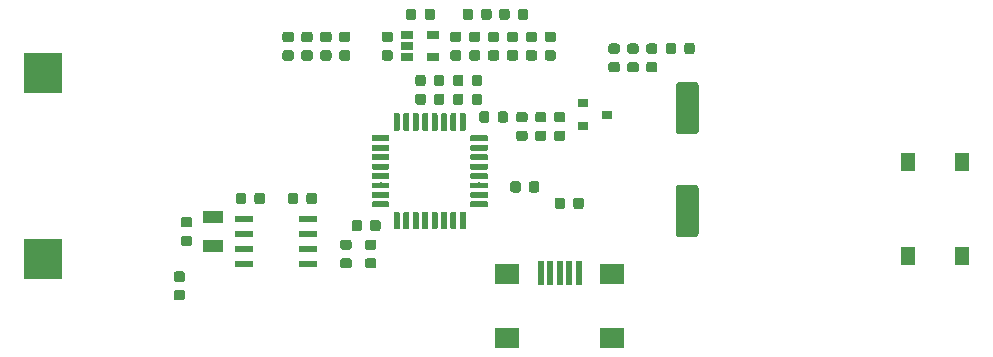
<source format=gbr>
G04 #@! TF.GenerationSoftware,KiCad,Pcbnew,(5.1.0)-1*
G04 #@! TF.CreationDate,2021-04-12T00:50:47+02:00*
G04 #@! TF.ProjectId,Drehzahlmesser,44726568-7a61-4686-9c6d-65737365722e,rev?*
G04 #@! TF.SameCoordinates,Original*
G04 #@! TF.FileFunction,Paste,Top*
G04 #@! TF.FilePolarity,Positive*
%FSLAX46Y46*%
G04 Gerber Fmt 4.6, Leading zero omitted, Abs format (unit mm)*
G04 Created by KiCad (PCBNEW (5.1.0)-1) date 2021-04-12 00:50:47*
%MOMM*%
%LPD*%
G04 APERTURE LIST*
%ADD10C,0.100000*%
%ADD11C,0.875000*%
%ADD12R,1.800000X1.000000*%
%ADD13R,1.060000X0.650000*%
%ADD14R,1.550000X0.600000*%
%ADD15R,0.900000X0.800000*%
%ADD16C,0.500000*%
%ADD17R,1.300000X1.550000*%
%ADD18R,2.000000X1.700000*%
%ADD19R,0.500000X2.000000*%
%ADD20C,1.900000*%
%ADD21R,3.300000X3.500000*%
G04 APERTURE END LIST*
D10*
G36*
X124777691Y-74451053D02*
G01*
X124798926Y-74454203D01*
X124819750Y-74459419D01*
X124839962Y-74466651D01*
X124859368Y-74475830D01*
X124877781Y-74486866D01*
X124895024Y-74499654D01*
X124910930Y-74514070D01*
X124925346Y-74529976D01*
X124938134Y-74547219D01*
X124949170Y-74565632D01*
X124958349Y-74585038D01*
X124965581Y-74605250D01*
X124970797Y-74626074D01*
X124973947Y-74647309D01*
X124975000Y-74668750D01*
X124975000Y-75106250D01*
X124973947Y-75127691D01*
X124970797Y-75148926D01*
X124965581Y-75169750D01*
X124958349Y-75189962D01*
X124949170Y-75209368D01*
X124938134Y-75227781D01*
X124925346Y-75245024D01*
X124910930Y-75260930D01*
X124895024Y-75275346D01*
X124877781Y-75288134D01*
X124859368Y-75299170D01*
X124839962Y-75308349D01*
X124819750Y-75315581D01*
X124798926Y-75320797D01*
X124777691Y-75323947D01*
X124756250Y-75325000D01*
X124243750Y-75325000D01*
X124222309Y-75323947D01*
X124201074Y-75320797D01*
X124180250Y-75315581D01*
X124160038Y-75308349D01*
X124140632Y-75299170D01*
X124122219Y-75288134D01*
X124104976Y-75275346D01*
X124089070Y-75260930D01*
X124074654Y-75245024D01*
X124061866Y-75227781D01*
X124050830Y-75209368D01*
X124041651Y-75189962D01*
X124034419Y-75169750D01*
X124029203Y-75148926D01*
X124026053Y-75127691D01*
X124025000Y-75106250D01*
X124025000Y-74668750D01*
X124026053Y-74647309D01*
X124029203Y-74626074D01*
X124034419Y-74605250D01*
X124041651Y-74585038D01*
X124050830Y-74565632D01*
X124061866Y-74547219D01*
X124074654Y-74529976D01*
X124089070Y-74514070D01*
X124104976Y-74499654D01*
X124122219Y-74486866D01*
X124140632Y-74475830D01*
X124160038Y-74466651D01*
X124180250Y-74459419D01*
X124201074Y-74454203D01*
X124222309Y-74451053D01*
X124243750Y-74450000D01*
X124756250Y-74450000D01*
X124777691Y-74451053D01*
X124777691Y-74451053D01*
G37*
D11*
X124500000Y-74887500D03*
D10*
G36*
X124777691Y-72876053D02*
G01*
X124798926Y-72879203D01*
X124819750Y-72884419D01*
X124839962Y-72891651D01*
X124859368Y-72900830D01*
X124877781Y-72911866D01*
X124895024Y-72924654D01*
X124910930Y-72939070D01*
X124925346Y-72954976D01*
X124938134Y-72972219D01*
X124949170Y-72990632D01*
X124958349Y-73010038D01*
X124965581Y-73030250D01*
X124970797Y-73051074D01*
X124973947Y-73072309D01*
X124975000Y-73093750D01*
X124975000Y-73531250D01*
X124973947Y-73552691D01*
X124970797Y-73573926D01*
X124965581Y-73594750D01*
X124958349Y-73614962D01*
X124949170Y-73634368D01*
X124938134Y-73652781D01*
X124925346Y-73670024D01*
X124910930Y-73685930D01*
X124895024Y-73700346D01*
X124877781Y-73713134D01*
X124859368Y-73724170D01*
X124839962Y-73733349D01*
X124819750Y-73740581D01*
X124798926Y-73745797D01*
X124777691Y-73748947D01*
X124756250Y-73750000D01*
X124243750Y-73750000D01*
X124222309Y-73748947D01*
X124201074Y-73745797D01*
X124180250Y-73740581D01*
X124160038Y-73733349D01*
X124140632Y-73724170D01*
X124122219Y-73713134D01*
X124104976Y-73700346D01*
X124089070Y-73685930D01*
X124074654Y-73670024D01*
X124061866Y-73652781D01*
X124050830Y-73634368D01*
X124041651Y-73614962D01*
X124034419Y-73594750D01*
X124029203Y-73573926D01*
X124026053Y-73552691D01*
X124025000Y-73531250D01*
X124025000Y-73093750D01*
X124026053Y-73072309D01*
X124029203Y-73051074D01*
X124034419Y-73030250D01*
X124041651Y-73010038D01*
X124050830Y-72990632D01*
X124061866Y-72972219D01*
X124074654Y-72954976D01*
X124089070Y-72939070D01*
X124104976Y-72924654D01*
X124122219Y-72911866D01*
X124140632Y-72900830D01*
X124160038Y-72891651D01*
X124180250Y-72884419D01*
X124201074Y-72879203D01*
X124222309Y-72876053D01*
X124243750Y-72875000D01*
X124756250Y-72875000D01*
X124777691Y-72876053D01*
X124777691Y-72876053D01*
G37*
D11*
X124500000Y-73312500D03*
D10*
G36*
X126877691Y-72876053D02*
G01*
X126898926Y-72879203D01*
X126919750Y-72884419D01*
X126939962Y-72891651D01*
X126959368Y-72900830D01*
X126977781Y-72911866D01*
X126995024Y-72924654D01*
X127010930Y-72939070D01*
X127025346Y-72954976D01*
X127038134Y-72972219D01*
X127049170Y-72990632D01*
X127058349Y-73010038D01*
X127065581Y-73030250D01*
X127070797Y-73051074D01*
X127073947Y-73072309D01*
X127075000Y-73093750D01*
X127075000Y-73531250D01*
X127073947Y-73552691D01*
X127070797Y-73573926D01*
X127065581Y-73594750D01*
X127058349Y-73614962D01*
X127049170Y-73634368D01*
X127038134Y-73652781D01*
X127025346Y-73670024D01*
X127010930Y-73685930D01*
X126995024Y-73700346D01*
X126977781Y-73713134D01*
X126959368Y-73724170D01*
X126939962Y-73733349D01*
X126919750Y-73740581D01*
X126898926Y-73745797D01*
X126877691Y-73748947D01*
X126856250Y-73750000D01*
X126343750Y-73750000D01*
X126322309Y-73748947D01*
X126301074Y-73745797D01*
X126280250Y-73740581D01*
X126260038Y-73733349D01*
X126240632Y-73724170D01*
X126222219Y-73713134D01*
X126204976Y-73700346D01*
X126189070Y-73685930D01*
X126174654Y-73670024D01*
X126161866Y-73652781D01*
X126150830Y-73634368D01*
X126141651Y-73614962D01*
X126134419Y-73594750D01*
X126129203Y-73573926D01*
X126126053Y-73552691D01*
X126125000Y-73531250D01*
X126125000Y-73093750D01*
X126126053Y-73072309D01*
X126129203Y-73051074D01*
X126134419Y-73030250D01*
X126141651Y-73010038D01*
X126150830Y-72990632D01*
X126161866Y-72972219D01*
X126174654Y-72954976D01*
X126189070Y-72939070D01*
X126204976Y-72924654D01*
X126222219Y-72911866D01*
X126240632Y-72900830D01*
X126260038Y-72891651D01*
X126280250Y-72884419D01*
X126301074Y-72879203D01*
X126322309Y-72876053D01*
X126343750Y-72875000D01*
X126856250Y-72875000D01*
X126877691Y-72876053D01*
X126877691Y-72876053D01*
G37*
D11*
X126600000Y-73312500D03*
D10*
G36*
X126877691Y-74451053D02*
G01*
X126898926Y-74454203D01*
X126919750Y-74459419D01*
X126939962Y-74466651D01*
X126959368Y-74475830D01*
X126977781Y-74486866D01*
X126995024Y-74499654D01*
X127010930Y-74514070D01*
X127025346Y-74529976D01*
X127038134Y-74547219D01*
X127049170Y-74565632D01*
X127058349Y-74585038D01*
X127065581Y-74605250D01*
X127070797Y-74626074D01*
X127073947Y-74647309D01*
X127075000Y-74668750D01*
X127075000Y-75106250D01*
X127073947Y-75127691D01*
X127070797Y-75148926D01*
X127065581Y-75169750D01*
X127058349Y-75189962D01*
X127049170Y-75209368D01*
X127038134Y-75227781D01*
X127025346Y-75245024D01*
X127010930Y-75260930D01*
X126995024Y-75275346D01*
X126977781Y-75288134D01*
X126959368Y-75299170D01*
X126939962Y-75308349D01*
X126919750Y-75315581D01*
X126898926Y-75320797D01*
X126877691Y-75323947D01*
X126856250Y-75325000D01*
X126343750Y-75325000D01*
X126322309Y-75323947D01*
X126301074Y-75320797D01*
X126280250Y-75315581D01*
X126260038Y-75308349D01*
X126240632Y-75299170D01*
X126222219Y-75288134D01*
X126204976Y-75275346D01*
X126189070Y-75260930D01*
X126174654Y-75245024D01*
X126161866Y-75227781D01*
X126150830Y-75209368D01*
X126141651Y-75189962D01*
X126134419Y-75169750D01*
X126129203Y-75148926D01*
X126126053Y-75127691D01*
X126125000Y-75106250D01*
X126125000Y-74668750D01*
X126126053Y-74647309D01*
X126129203Y-74626074D01*
X126134419Y-74605250D01*
X126141651Y-74585038D01*
X126150830Y-74565632D01*
X126161866Y-74547219D01*
X126174654Y-74529976D01*
X126189070Y-74514070D01*
X126204976Y-74499654D01*
X126222219Y-74486866D01*
X126240632Y-74475830D01*
X126260038Y-74466651D01*
X126280250Y-74459419D01*
X126301074Y-74454203D01*
X126322309Y-74451053D01*
X126343750Y-74450000D01*
X126856250Y-74450000D01*
X126877691Y-74451053D01*
X126877691Y-74451053D01*
G37*
D11*
X126600000Y-74887500D03*
D10*
G36*
X139727691Y-53326053D02*
G01*
X139748926Y-53329203D01*
X139769750Y-53334419D01*
X139789962Y-53341651D01*
X139809368Y-53350830D01*
X139827781Y-53361866D01*
X139845024Y-53374654D01*
X139860930Y-53389070D01*
X139875346Y-53404976D01*
X139888134Y-53422219D01*
X139899170Y-53440632D01*
X139908349Y-53460038D01*
X139915581Y-53480250D01*
X139920797Y-53501074D01*
X139923947Y-53522309D01*
X139925000Y-53543750D01*
X139925000Y-54056250D01*
X139923947Y-54077691D01*
X139920797Y-54098926D01*
X139915581Y-54119750D01*
X139908349Y-54139962D01*
X139899170Y-54159368D01*
X139888134Y-54177781D01*
X139875346Y-54195024D01*
X139860930Y-54210930D01*
X139845024Y-54225346D01*
X139827781Y-54238134D01*
X139809368Y-54249170D01*
X139789962Y-54258349D01*
X139769750Y-54265581D01*
X139748926Y-54270797D01*
X139727691Y-54273947D01*
X139706250Y-54275000D01*
X139268750Y-54275000D01*
X139247309Y-54273947D01*
X139226074Y-54270797D01*
X139205250Y-54265581D01*
X139185038Y-54258349D01*
X139165632Y-54249170D01*
X139147219Y-54238134D01*
X139129976Y-54225346D01*
X139114070Y-54210930D01*
X139099654Y-54195024D01*
X139086866Y-54177781D01*
X139075830Y-54159368D01*
X139066651Y-54139962D01*
X139059419Y-54119750D01*
X139054203Y-54098926D01*
X139051053Y-54077691D01*
X139050000Y-54056250D01*
X139050000Y-53543750D01*
X139051053Y-53522309D01*
X139054203Y-53501074D01*
X139059419Y-53480250D01*
X139066651Y-53460038D01*
X139075830Y-53440632D01*
X139086866Y-53422219D01*
X139099654Y-53404976D01*
X139114070Y-53389070D01*
X139129976Y-53374654D01*
X139147219Y-53361866D01*
X139165632Y-53350830D01*
X139185038Y-53341651D01*
X139205250Y-53334419D01*
X139226074Y-53329203D01*
X139247309Y-53326053D01*
X139268750Y-53325000D01*
X139706250Y-53325000D01*
X139727691Y-53326053D01*
X139727691Y-53326053D01*
G37*
D11*
X139487500Y-53800000D03*
D10*
G36*
X138152691Y-53326053D02*
G01*
X138173926Y-53329203D01*
X138194750Y-53334419D01*
X138214962Y-53341651D01*
X138234368Y-53350830D01*
X138252781Y-53361866D01*
X138270024Y-53374654D01*
X138285930Y-53389070D01*
X138300346Y-53404976D01*
X138313134Y-53422219D01*
X138324170Y-53440632D01*
X138333349Y-53460038D01*
X138340581Y-53480250D01*
X138345797Y-53501074D01*
X138348947Y-53522309D01*
X138350000Y-53543750D01*
X138350000Y-54056250D01*
X138348947Y-54077691D01*
X138345797Y-54098926D01*
X138340581Y-54119750D01*
X138333349Y-54139962D01*
X138324170Y-54159368D01*
X138313134Y-54177781D01*
X138300346Y-54195024D01*
X138285930Y-54210930D01*
X138270024Y-54225346D01*
X138252781Y-54238134D01*
X138234368Y-54249170D01*
X138214962Y-54258349D01*
X138194750Y-54265581D01*
X138173926Y-54270797D01*
X138152691Y-54273947D01*
X138131250Y-54275000D01*
X137693750Y-54275000D01*
X137672309Y-54273947D01*
X137651074Y-54270797D01*
X137630250Y-54265581D01*
X137610038Y-54258349D01*
X137590632Y-54249170D01*
X137572219Y-54238134D01*
X137554976Y-54225346D01*
X137539070Y-54210930D01*
X137524654Y-54195024D01*
X137511866Y-54177781D01*
X137500830Y-54159368D01*
X137491651Y-54139962D01*
X137484419Y-54119750D01*
X137479203Y-54098926D01*
X137476053Y-54077691D01*
X137475000Y-54056250D01*
X137475000Y-53543750D01*
X137476053Y-53522309D01*
X137479203Y-53501074D01*
X137484419Y-53480250D01*
X137491651Y-53460038D01*
X137500830Y-53440632D01*
X137511866Y-53422219D01*
X137524654Y-53404976D01*
X137539070Y-53389070D01*
X137554976Y-53374654D01*
X137572219Y-53361866D01*
X137590632Y-53350830D01*
X137610038Y-53341651D01*
X137630250Y-53334419D01*
X137651074Y-53329203D01*
X137672309Y-53326053D01*
X137693750Y-53325000D01*
X138131250Y-53325000D01*
X138152691Y-53326053D01*
X138152691Y-53326053D01*
G37*
D11*
X137912500Y-53800000D03*
D10*
G36*
X136627691Y-53326053D02*
G01*
X136648926Y-53329203D01*
X136669750Y-53334419D01*
X136689962Y-53341651D01*
X136709368Y-53350830D01*
X136727781Y-53361866D01*
X136745024Y-53374654D01*
X136760930Y-53389070D01*
X136775346Y-53404976D01*
X136788134Y-53422219D01*
X136799170Y-53440632D01*
X136808349Y-53460038D01*
X136815581Y-53480250D01*
X136820797Y-53501074D01*
X136823947Y-53522309D01*
X136825000Y-53543750D01*
X136825000Y-54056250D01*
X136823947Y-54077691D01*
X136820797Y-54098926D01*
X136815581Y-54119750D01*
X136808349Y-54139962D01*
X136799170Y-54159368D01*
X136788134Y-54177781D01*
X136775346Y-54195024D01*
X136760930Y-54210930D01*
X136745024Y-54225346D01*
X136727781Y-54238134D01*
X136709368Y-54249170D01*
X136689962Y-54258349D01*
X136669750Y-54265581D01*
X136648926Y-54270797D01*
X136627691Y-54273947D01*
X136606250Y-54275000D01*
X136168750Y-54275000D01*
X136147309Y-54273947D01*
X136126074Y-54270797D01*
X136105250Y-54265581D01*
X136085038Y-54258349D01*
X136065632Y-54249170D01*
X136047219Y-54238134D01*
X136029976Y-54225346D01*
X136014070Y-54210930D01*
X135999654Y-54195024D01*
X135986866Y-54177781D01*
X135975830Y-54159368D01*
X135966651Y-54139962D01*
X135959419Y-54119750D01*
X135954203Y-54098926D01*
X135951053Y-54077691D01*
X135950000Y-54056250D01*
X135950000Y-53543750D01*
X135951053Y-53522309D01*
X135954203Y-53501074D01*
X135959419Y-53480250D01*
X135966651Y-53460038D01*
X135975830Y-53440632D01*
X135986866Y-53422219D01*
X135999654Y-53404976D01*
X136014070Y-53389070D01*
X136029976Y-53374654D01*
X136047219Y-53361866D01*
X136065632Y-53350830D01*
X136085038Y-53341651D01*
X136105250Y-53334419D01*
X136126074Y-53329203D01*
X136147309Y-53326053D01*
X136168750Y-53325000D01*
X136606250Y-53325000D01*
X136627691Y-53326053D01*
X136627691Y-53326053D01*
G37*
D11*
X136387500Y-53800000D03*
D10*
G36*
X135052691Y-53326053D02*
G01*
X135073926Y-53329203D01*
X135094750Y-53334419D01*
X135114962Y-53341651D01*
X135134368Y-53350830D01*
X135152781Y-53361866D01*
X135170024Y-53374654D01*
X135185930Y-53389070D01*
X135200346Y-53404976D01*
X135213134Y-53422219D01*
X135224170Y-53440632D01*
X135233349Y-53460038D01*
X135240581Y-53480250D01*
X135245797Y-53501074D01*
X135248947Y-53522309D01*
X135250000Y-53543750D01*
X135250000Y-54056250D01*
X135248947Y-54077691D01*
X135245797Y-54098926D01*
X135240581Y-54119750D01*
X135233349Y-54139962D01*
X135224170Y-54159368D01*
X135213134Y-54177781D01*
X135200346Y-54195024D01*
X135185930Y-54210930D01*
X135170024Y-54225346D01*
X135152781Y-54238134D01*
X135134368Y-54249170D01*
X135114962Y-54258349D01*
X135094750Y-54265581D01*
X135073926Y-54270797D01*
X135052691Y-54273947D01*
X135031250Y-54275000D01*
X134593750Y-54275000D01*
X134572309Y-54273947D01*
X134551074Y-54270797D01*
X134530250Y-54265581D01*
X134510038Y-54258349D01*
X134490632Y-54249170D01*
X134472219Y-54238134D01*
X134454976Y-54225346D01*
X134439070Y-54210930D01*
X134424654Y-54195024D01*
X134411866Y-54177781D01*
X134400830Y-54159368D01*
X134391651Y-54139962D01*
X134384419Y-54119750D01*
X134379203Y-54098926D01*
X134376053Y-54077691D01*
X134375000Y-54056250D01*
X134375000Y-53543750D01*
X134376053Y-53522309D01*
X134379203Y-53501074D01*
X134384419Y-53480250D01*
X134391651Y-53460038D01*
X134400830Y-53440632D01*
X134411866Y-53422219D01*
X134424654Y-53404976D01*
X134439070Y-53389070D01*
X134454976Y-53374654D01*
X134472219Y-53361866D01*
X134490632Y-53350830D01*
X134510038Y-53341651D01*
X134530250Y-53334419D01*
X134551074Y-53329203D01*
X134572309Y-53326053D01*
X134593750Y-53325000D01*
X135031250Y-53325000D01*
X135052691Y-53326053D01*
X135052691Y-53326053D01*
G37*
D11*
X134812500Y-53800000D03*
D10*
G36*
X135827691Y-60526053D02*
G01*
X135848926Y-60529203D01*
X135869750Y-60534419D01*
X135889962Y-60541651D01*
X135909368Y-60550830D01*
X135927781Y-60561866D01*
X135945024Y-60574654D01*
X135960930Y-60589070D01*
X135975346Y-60604976D01*
X135988134Y-60622219D01*
X135999170Y-60640632D01*
X136008349Y-60660038D01*
X136015581Y-60680250D01*
X136020797Y-60701074D01*
X136023947Y-60722309D01*
X136025000Y-60743750D01*
X136025000Y-61256250D01*
X136023947Y-61277691D01*
X136020797Y-61298926D01*
X136015581Y-61319750D01*
X136008349Y-61339962D01*
X135999170Y-61359368D01*
X135988134Y-61377781D01*
X135975346Y-61395024D01*
X135960930Y-61410930D01*
X135945024Y-61425346D01*
X135927781Y-61438134D01*
X135909368Y-61449170D01*
X135889962Y-61458349D01*
X135869750Y-61465581D01*
X135848926Y-61470797D01*
X135827691Y-61473947D01*
X135806250Y-61475000D01*
X135368750Y-61475000D01*
X135347309Y-61473947D01*
X135326074Y-61470797D01*
X135305250Y-61465581D01*
X135285038Y-61458349D01*
X135265632Y-61449170D01*
X135247219Y-61438134D01*
X135229976Y-61425346D01*
X135214070Y-61410930D01*
X135199654Y-61395024D01*
X135186866Y-61377781D01*
X135175830Y-61359368D01*
X135166651Y-61339962D01*
X135159419Y-61319750D01*
X135154203Y-61298926D01*
X135151053Y-61277691D01*
X135150000Y-61256250D01*
X135150000Y-60743750D01*
X135151053Y-60722309D01*
X135154203Y-60701074D01*
X135159419Y-60680250D01*
X135166651Y-60660038D01*
X135175830Y-60640632D01*
X135186866Y-60622219D01*
X135199654Y-60604976D01*
X135214070Y-60589070D01*
X135229976Y-60574654D01*
X135247219Y-60561866D01*
X135265632Y-60550830D01*
X135285038Y-60541651D01*
X135305250Y-60534419D01*
X135326074Y-60529203D01*
X135347309Y-60526053D01*
X135368750Y-60525000D01*
X135806250Y-60525000D01*
X135827691Y-60526053D01*
X135827691Y-60526053D01*
G37*
D11*
X135587500Y-61000000D03*
D10*
G36*
X134252691Y-60526053D02*
G01*
X134273926Y-60529203D01*
X134294750Y-60534419D01*
X134314962Y-60541651D01*
X134334368Y-60550830D01*
X134352781Y-60561866D01*
X134370024Y-60574654D01*
X134385930Y-60589070D01*
X134400346Y-60604976D01*
X134413134Y-60622219D01*
X134424170Y-60640632D01*
X134433349Y-60660038D01*
X134440581Y-60680250D01*
X134445797Y-60701074D01*
X134448947Y-60722309D01*
X134450000Y-60743750D01*
X134450000Y-61256250D01*
X134448947Y-61277691D01*
X134445797Y-61298926D01*
X134440581Y-61319750D01*
X134433349Y-61339962D01*
X134424170Y-61359368D01*
X134413134Y-61377781D01*
X134400346Y-61395024D01*
X134385930Y-61410930D01*
X134370024Y-61425346D01*
X134352781Y-61438134D01*
X134334368Y-61449170D01*
X134314962Y-61458349D01*
X134294750Y-61465581D01*
X134273926Y-61470797D01*
X134252691Y-61473947D01*
X134231250Y-61475000D01*
X133793750Y-61475000D01*
X133772309Y-61473947D01*
X133751074Y-61470797D01*
X133730250Y-61465581D01*
X133710038Y-61458349D01*
X133690632Y-61449170D01*
X133672219Y-61438134D01*
X133654976Y-61425346D01*
X133639070Y-61410930D01*
X133624654Y-61395024D01*
X133611866Y-61377781D01*
X133600830Y-61359368D01*
X133591651Y-61339962D01*
X133584419Y-61319750D01*
X133579203Y-61298926D01*
X133576053Y-61277691D01*
X133575000Y-61256250D01*
X133575000Y-60743750D01*
X133576053Y-60722309D01*
X133579203Y-60701074D01*
X133584419Y-60680250D01*
X133591651Y-60660038D01*
X133600830Y-60640632D01*
X133611866Y-60622219D01*
X133624654Y-60604976D01*
X133639070Y-60589070D01*
X133654976Y-60574654D01*
X133672219Y-60561866D01*
X133690632Y-60550830D01*
X133710038Y-60541651D01*
X133730250Y-60534419D01*
X133751074Y-60529203D01*
X133772309Y-60526053D01*
X133793750Y-60525000D01*
X134231250Y-60525000D01*
X134252691Y-60526053D01*
X134252691Y-60526053D01*
G37*
D11*
X134012500Y-61000000D03*
D10*
G36*
X134252691Y-58926053D02*
G01*
X134273926Y-58929203D01*
X134294750Y-58934419D01*
X134314962Y-58941651D01*
X134334368Y-58950830D01*
X134352781Y-58961866D01*
X134370024Y-58974654D01*
X134385930Y-58989070D01*
X134400346Y-59004976D01*
X134413134Y-59022219D01*
X134424170Y-59040632D01*
X134433349Y-59060038D01*
X134440581Y-59080250D01*
X134445797Y-59101074D01*
X134448947Y-59122309D01*
X134450000Y-59143750D01*
X134450000Y-59656250D01*
X134448947Y-59677691D01*
X134445797Y-59698926D01*
X134440581Y-59719750D01*
X134433349Y-59739962D01*
X134424170Y-59759368D01*
X134413134Y-59777781D01*
X134400346Y-59795024D01*
X134385930Y-59810930D01*
X134370024Y-59825346D01*
X134352781Y-59838134D01*
X134334368Y-59849170D01*
X134314962Y-59858349D01*
X134294750Y-59865581D01*
X134273926Y-59870797D01*
X134252691Y-59873947D01*
X134231250Y-59875000D01*
X133793750Y-59875000D01*
X133772309Y-59873947D01*
X133751074Y-59870797D01*
X133730250Y-59865581D01*
X133710038Y-59858349D01*
X133690632Y-59849170D01*
X133672219Y-59838134D01*
X133654976Y-59825346D01*
X133639070Y-59810930D01*
X133624654Y-59795024D01*
X133611866Y-59777781D01*
X133600830Y-59759368D01*
X133591651Y-59739962D01*
X133584419Y-59719750D01*
X133579203Y-59698926D01*
X133576053Y-59677691D01*
X133575000Y-59656250D01*
X133575000Y-59143750D01*
X133576053Y-59122309D01*
X133579203Y-59101074D01*
X133584419Y-59080250D01*
X133591651Y-59060038D01*
X133600830Y-59040632D01*
X133611866Y-59022219D01*
X133624654Y-59004976D01*
X133639070Y-58989070D01*
X133654976Y-58974654D01*
X133672219Y-58961866D01*
X133690632Y-58950830D01*
X133710038Y-58941651D01*
X133730250Y-58934419D01*
X133751074Y-58929203D01*
X133772309Y-58926053D01*
X133793750Y-58925000D01*
X134231250Y-58925000D01*
X134252691Y-58926053D01*
X134252691Y-58926053D01*
G37*
D11*
X134012500Y-59400000D03*
D10*
G36*
X135827691Y-58926053D02*
G01*
X135848926Y-58929203D01*
X135869750Y-58934419D01*
X135889962Y-58941651D01*
X135909368Y-58950830D01*
X135927781Y-58961866D01*
X135945024Y-58974654D01*
X135960930Y-58989070D01*
X135975346Y-59004976D01*
X135988134Y-59022219D01*
X135999170Y-59040632D01*
X136008349Y-59060038D01*
X136015581Y-59080250D01*
X136020797Y-59101074D01*
X136023947Y-59122309D01*
X136025000Y-59143750D01*
X136025000Y-59656250D01*
X136023947Y-59677691D01*
X136020797Y-59698926D01*
X136015581Y-59719750D01*
X136008349Y-59739962D01*
X135999170Y-59759368D01*
X135988134Y-59777781D01*
X135975346Y-59795024D01*
X135960930Y-59810930D01*
X135945024Y-59825346D01*
X135927781Y-59838134D01*
X135909368Y-59849170D01*
X135889962Y-59858349D01*
X135869750Y-59865581D01*
X135848926Y-59870797D01*
X135827691Y-59873947D01*
X135806250Y-59875000D01*
X135368750Y-59875000D01*
X135347309Y-59873947D01*
X135326074Y-59870797D01*
X135305250Y-59865581D01*
X135285038Y-59858349D01*
X135265632Y-59849170D01*
X135247219Y-59838134D01*
X135229976Y-59825346D01*
X135214070Y-59810930D01*
X135199654Y-59795024D01*
X135186866Y-59777781D01*
X135175830Y-59759368D01*
X135166651Y-59739962D01*
X135159419Y-59719750D01*
X135154203Y-59698926D01*
X135151053Y-59677691D01*
X135150000Y-59656250D01*
X135150000Y-59143750D01*
X135151053Y-59122309D01*
X135154203Y-59101074D01*
X135159419Y-59080250D01*
X135166651Y-59060038D01*
X135175830Y-59040632D01*
X135186866Y-59022219D01*
X135199654Y-59004976D01*
X135214070Y-58989070D01*
X135229976Y-58974654D01*
X135247219Y-58961866D01*
X135265632Y-58950830D01*
X135285038Y-58941651D01*
X135305250Y-58934419D01*
X135326074Y-58929203D01*
X135347309Y-58926053D01*
X135368750Y-58925000D01*
X135806250Y-58925000D01*
X135827691Y-58926053D01*
X135827691Y-58926053D01*
G37*
D11*
X135587500Y-59400000D03*
D10*
G36*
X142077691Y-55276053D02*
G01*
X142098926Y-55279203D01*
X142119750Y-55284419D01*
X142139962Y-55291651D01*
X142159368Y-55300830D01*
X142177781Y-55311866D01*
X142195024Y-55324654D01*
X142210930Y-55339070D01*
X142225346Y-55354976D01*
X142238134Y-55372219D01*
X142249170Y-55390632D01*
X142258349Y-55410038D01*
X142265581Y-55430250D01*
X142270797Y-55451074D01*
X142273947Y-55472309D01*
X142275000Y-55493750D01*
X142275000Y-55931250D01*
X142273947Y-55952691D01*
X142270797Y-55973926D01*
X142265581Y-55994750D01*
X142258349Y-56014962D01*
X142249170Y-56034368D01*
X142238134Y-56052781D01*
X142225346Y-56070024D01*
X142210930Y-56085930D01*
X142195024Y-56100346D01*
X142177781Y-56113134D01*
X142159368Y-56124170D01*
X142139962Y-56133349D01*
X142119750Y-56140581D01*
X142098926Y-56145797D01*
X142077691Y-56148947D01*
X142056250Y-56150000D01*
X141543750Y-56150000D01*
X141522309Y-56148947D01*
X141501074Y-56145797D01*
X141480250Y-56140581D01*
X141460038Y-56133349D01*
X141440632Y-56124170D01*
X141422219Y-56113134D01*
X141404976Y-56100346D01*
X141389070Y-56085930D01*
X141374654Y-56070024D01*
X141361866Y-56052781D01*
X141350830Y-56034368D01*
X141341651Y-56014962D01*
X141334419Y-55994750D01*
X141329203Y-55973926D01*
X141326053Y-55952691D01*
X141325000Y-55931250D01*
X141325000Y-55493750D01*
X141326053Y-55472309D01*
X141329203Y-55451074D01*
X141334419Y-55430250D01*
X141341651Y-55410038D01*
X141350830Y-55390632D01*
X141361866Y-55372219D01*
X141374654Y-55354976D01*
X141389070Y-55339070D01*
X141404976Y-55324654D01*
X141422219Y-55311866D01*
X141440632Y-55300830D01*
X141460038Y-55291651D01*
X141480250Y-55284419D01*
X141501074Y-55279203D01*
X141522309Y-55276053D01*
X141543750Y-55275000D01*
X142056250Y-55275000D01*
X142077691Y-55276053D01*
X142077691Y-55276053D01*
G37*
D11*
X141800000Y-55712500D03*
D10*
G36*
X142077691Y-56851053D02*
G01*
X142098926Y-56854203D01*
X142119750Y-56859419D01*
X142139962Y-56866651D01*
X142159368Y-56875830D01*
X142177781Y-56886866D01*
X142195024Y-56899654D01*
X142210930Y-56914070D01*
X142225346Y-56929976D01*
X142238134Y-56947219D01*
X142249170Y-56965632D01*
X142258349Y-56985038D01*
X142265581Y-57005250D01*
X142270797Y-57026074D01*
X142273947Y-57047309D01*
X142275000Y-57068750D01*
X142275000Y-57506250D01*
X142273947Y-57527691D01*
X142270797Y-57548926D01*
X142265581Y-57569750D01*
X142258349Y-57589962D01*
X142249170Y-57609368D01*
X142238134Y-57627781D01*
X142225346Y-57645024D01*
X142210930Y-57660930D01*
X142195024Y-57675346D01*
X142177781Y-57688134D01*
X142159368Y-57699170D01*
X142139962Y-57708349D01*
X142119750Y-57715581D01*
X142098926Y-57720797D01*
X142077691Y-57723947D01*
X142056250Y-57725000D01*
X141543750Y-57725000D01*
X141522309Y-57723947D01*
X141501074Y-57720797D01*
X141480250Y-57715581D01*
X141460038Y-57708349D01*
X141440632Y-57699170D01*
X141422219Y-57688134D01*
X141404976Y-57675346D01*
X141389070Y-57660930D01*
X141374654Y-57645024D01*
X141361866Y-57627781D01*
X141350830Y-57609368D01*
X141341651Y-57589962D01*
X141334419Y-57569750D01*
X141329203Y-57548926D01*
X141326053Y-57527691D01*
X141325000Y-57506250D01*
X141325000Y-57068750D01*
X141326053Y-57047309D01*
X141329203Y-57026074D01*
X141334419Y-57005250D01*
X141341651Y-56985038D01*
X141350830Y-56965632D01*
X141361866Y-56947219D01*
X141374654Y-56929976D01*
X141389070Y-56914070D01*
X141404976Y-56899654D01*
X141422219Y-56886866D01*
X141440632Y-56875830D01*
X141460038Y-56866651D01*
X141480250Y-56859419D01*
X141501074Y-56854203D01*
X141522309Y-56851053D01*
X141543750Y-56850000D01*
X142056250Y-56850000D01*
X142077691Y-56851053D01*
X142077691Y-56851053D01*
G37*
D11*
X141800000Y-57287500D03*
D12*
X113200000Y-73450000D03*
X113200000Y-70950000D03*
D13*
X131900000Y-55550000D03*
X131900000Y-57450000D03*
X129700000Y-57450000D03*
X129700000Y-56500000D03*
X129700000Y-55550000D03*
D14*
X121300000Y-71095000D03*
X121300000Y-72365000D03*
X121300000Y-73635000D03*
X121300000Y-74905000D03*
X115900000Y-74905000D03*
X115900000Y-73635000D03*
X115900000Y-72365000D03*
X115900000Y-71095000D03*
D15*
X146600000Y-62300000D03*
X144600000Y-63250000D03*
X144600000Y-61350000D03*
D10*
G36*
X136412252Y-64050602D02*
G01*
X136424386Y-64052402D01*
X136436286Y-64055382D01*
X136447835Y-64059515D01*
X136458925Y-64064760D01*
X136469446Y-64071066D01*
X136479299Y-64078374D01*
X136488388Y-64086612D01*
X136496626Y-64095701D01*
X136503934Y-64105554D01*
X136510240Y-64116075D01*
X136515485Y-64127165D01*
X136519618Y-64138714D01*
X136522598Y-64150614D01*
X136524398Y-64162748D01*
X136525000Y-64175000D01*
X136525000Y-64425000D01*
X136524398Y-64437252D01*
X136522598Y-64449386D01*
X136519618Y-64461286D01*
X136515485Y-64472835D01*
X136510240Y-64483925D01*
X136503934Y-64494446D01*
X136496626Y-64504299D01*
X136488388Y-64513388D01*
X136479299Y-64521626D01*
X136469446Y-64528934D01*
X136458925Y-64535240D01*
X136447835Y-64540485D01*
X136436286Y-64544618D01*
X136424386Y-64547598D01*
X136412252Y-64549398D01*
X136400000Y-64550000D01*
X135150000Y-64550000D01*
X135137748Y-64549398D01*
X135125614Y-64547598D01*
X135113714Y-64544618D01*
X135102165Y-64540485D01*
X135091075Y-64535240D01*
X135080554Y-64528934D01*
X135070701Y-64521626D01*
X135061612Y-64513388D01*
X135053374Y-64504299D01*
X135046066Y-64494446D01*
X135039760Y-64483925D01*
X135034515Y-64472835D01*
X135030382Y-64461286D01*
X135027402Y-64449386D01*
X135025602Y-64437252D01*
X135025000Y-64425000D01*
X135025000Y-64175000D01*
X135025602Y-64162748D01*
X135027402Y-64150614D01*
X135030382Y-64138714D01*
X135034515Y-64127165D01*
X135039760Y-64116075D01*
X135046066Y-64105554D01*
X135053374Y-64095701D01*
X135061612Y-64086612D01*
X135070701Y-64078374D01*
X135080554Y-64071066D01*
X135091075Y-64064760D01*
X135102165Y-64059515D01*
X135113714Y-64055382D01*
X135125614Y-64052402D01*
X135137748Y-64050602D01*
X135150000Y-64050000D01*
X136400000Y-64050000D01*
X136412252Y-64050602D01*
X136412252Y-64050602D01*
G37*
D16*
X135775000Y-64300000D03*
D10*
G36*
X136412252Y-64850602D02*
G01*
X136424386Y-64852402D01*
X136436286Y-64855382D01*
X136447835Y-64859515D01*
X136458925Y-64864760D01*
X136469446Y-64871066D01*
X136479299Y-64878374D01*
X136488388Y-64886612D01*
X136496626Y-64895701D01*
X136503934Y-64905554D01*
X136510240Y-64916075D01*
X136515485Y-64927165D01*
X136519618Y-64938714D01*
X136522598Y-64950614D01*
X136524398Y-64962748D01*
X136525000Y-64975000D01*
X136525000Y-65225000D01*
X136524398Y-65237252D01*
X136522598Y-65249386D01*
X136519618Y-65261286D01*
X136515485Y-65272835D01*
X136510240Y-65283925D01*
X136503934Y-65294446D01*
X136496626Y-65304299D01*
X136488388Y-65313388D01*
X136479299Y-65321626D01*
X136469446Y-65328934D01*
X136458925Y-65335240D01*
X136447835Y-65340485D01*
X136436286Y-65344618D01*
X136424386Y-65347598D01*
X136412252Y-65349398D01*
X136400000Y-65350000D01*
X135150000Y-65350000D01*
X135137748Y-65349398D01*
X135125614Y-65347598D01*
X135113714Y-65344618D01*
X135102165Y-65340485D01*
X135091075Y-65335240D01*
X135080554Y-65328934D01*
X135070701Y-65321626D01*
X135061612Y-65313388D01*
X135053374Y-65304299D01*
X135046066Y-65294446D01*
X135039760Y-65283925D01*
X135034515Y-65272835D01*
X135030382Y-65261286D01*
X135027402Y-65249386D01*
X135025602Y-65237252D01*
X135025000Y-65225000D01*
X135025000Y-64975000D01*
X135025602Y-64962748D01*
X135027402Y-64950614D01*
X135030382Y-64938714D01*
X135034515Y-64927165D01*
X135039760Y-64916075D01*
X135046066Y-64905554D01*
X135053374Y-64895701D01*
X135061612Y-64886612D01*
X135070701Y-64878374D01*
X135080554Y-64871066D01*
X135091075Y-64864760D01*
X135102165Y-64859515D01*
X135113714Y-64855382D01*
X135125614Y-64852402D01*
X135137748Y-64850602D01*
X135150000Y-64850000D01*
X136400000Y-64850000D01*
X136412252Y-64850602D01*
X136412252Y-64850602D01*
G37*
D16*
X135775000Y-65100000D03*
D10*
G36*
X136412252Y-65650602D02*
G01*
X136424386Y-65652402D01*
X136436286Y-65655382D01*
X136447835Y-65659515D01*
X136458925Y-65664760D01*
X136469446Y-65671066D01*
X136479299Y-65678374D01*
X136488388Y-65686612D01*
X136496626Y-65695701D01*
X136503934Y-65705554D01*
X136510240Y-65716075D01*
X136515485Y-65727165D01*
X136519618Y-65738714D01*
X136522598Y-65750614D01*
X136524398Y-65762748D01*
X136525000Y-65775000D01*
X136525000Y-66025000D01*
X136524398Y-66037252D01*
X136522598Y-66049386D01*
X136519618Y-66061286D01*
X136515485Y-66072835D01*
X136510240Y-66083925D01*
X136503934Y-66094446D01*
X136496626Y-66104299D01*
X136488388Y-66113388D01*
X136479299Y-66121626D01*
X136469446Y-66128934D01*
X136458925Y-66135240D01*
X136447835Y-66140485D01*
X136436286Y-66144618D01*
X136424386Y-66147598D01*
X136412252Y-66149398D01*
X136400000Y-66150000D01*
X135150000Y-66150000D01*
X135137748Y-66149398D01*
X135125614Y-66147598D01*
X135113714Y-66144618D01*
X135102165Y-66140485D01*
X135091075Y-66135240D01*
X135080554Y-66128934D01*
X135070701Y-66121626D01*
X135061612Y-66113388D01*
X135053374Y-66104299D01*
X135046066Y-66094446D01*
X135039760Y-66083925D01*
X135034515Y-66072835D01*
X135030382Y-66061286D01*
X135027402Y-66049386D01*
X135025602Y-66037252D01*
X135025000Y-66025000D01*
X135025000Y-65775000D01*
X135025602Y-65762748D01*
X135027402Y-65750614D01*
X135030382Y-65738714D01*
X135034515Y-65727165D01*
X135039760Y-65716075D01*
X135046066Y-65705554D01*
X135053374Y-65695701D01*
X135061612Y-65686612D01*
X135070701Y-65678374D01*
X135080554Y-65671066D01*
X135091075Y-65664760D01*
X135102165Y-65659515D01*
X135113714Y-65655382D01*
X135125614Y-65652402D01*
X135137748Y-65650602D01*
X135150000Y-65650000D01*
X136400000Y-65650000D01*
X136412252Y-65650602D01*
X136412252Y-65650602D01*
G37*
D16*
X135775000Y-65900000D03*
D10*
G36*
X136412252Y-66450602D02*
G01*
X136424386Y-66452402D01*
X136436286Y-66455382D01*
X136447835Y-66459515D01*
X136458925Y-66464760D01*
X136469446Y-66471066D01*
X136479299Y-66478374D01*
X136488388Y-66486612D01*
X136496626Y-66495701D01*
X136503934Y-66505554D01*
X136510240Y-66516075D01*
X136515485Y-66527165D01*
X136519618Y-66538714D01*
X136522598Y-66550614D01*
X136524398Y-66562748D01*
X136525000Y-66575000D01*
X136525000Y-66825000D01*
X136524398Y-66837252D01*
X136522598Y-66849386D01*
X136519618Y-66861286D01*
X136515485Y-66872835D01*
X136510240Y-66883925D01*
X136503934Y-66894446D01*
X136496626Y-66904299D01*
X136488388Y-66913388D01*
X136479299Y-66921626D01*
X136469446Y-66928934D01*
X136458925Y-66935240D01*
X136447835Y-66940485D01*
X136436286Y-66944618D01*
X136424386Y-66947598D01*
X136412252Y-66949398D01*
X136400000Y-66950000D01*
X135150000Y-66950000D01*
X135137748Y-66949398D01*
X135125614Y-66947598D01*
X135113714Y-66944618D01*
X135102165Y-66940485D01*
X135091075Y-66935240D01*
X135080554Y-66928934D01*
X135070701Y-66921626D01*
X135061612Y-66913388D01*
X135053374Y-66904299D01*
X135046066Y-66894446D01*
X135039760Y-66883925D01*
X135034515Y-66872835D01*
X135030382Y-66861286D01*
X135027402Y-66849386D01*
X135025602Y-66837252D01*
X135025000Y-66825000D01*
X135025000Y-66575000D01*
X135025602Y-66562748D01*
X135027402Y-66550614D01*
X135030382Y-66538714D01*
X135034515Y-66527165D01*
X135039760Y-66516075D01*
X135046066Y-66505554D01*
X135053374Y-66495701D01*
X135061612Y-66486612D01*
X135070701Y-66478374D01*
X135080554Y-66471066D01*
X135091075Y-66464760D01*
X135102165Y-66459515D01*
X135113714Y-66455382D01*
X135125614Y-66452402D01*
X135137748Y-66450602D01*
X135150000Y-66450000D01*
X136400000Y-66450000D01*
X136412252Y-66450602D01*
X136412252Y-66450602D01*
G37*
D16*
X135775000Y-66700000D03*
D10*
G36*
X136412252Y-67250602D02*
G01*
X136424386Y-67252402D01*
X136436286Y-67255382D01*
X136447835Y-67259515D01*
X136458925Y-67264760D01*
X136469446Y-67271066D01*
X136479299Y-67278374D01*
X136488388Y-67286612D01*
X136496626Y-67295701D01*
X136503934Y-67305554D01*
X136510240Y-67316075D01*
X136515485Y-67327165D01*
X136519618Y-67338714D01*
X136522598Y-67350614D01*
X136524398Y-67362748D01*
X136525000Y-67375000D01*
X136525000Y-67625000D01*
X136524398Y-67637252D01*
X136522598Y-67649386D01*
X136519618Y-67661286D01*
X136515485Y-67672835D01*
X136510240Y-67683925D01*
X136503934Y-67694446D01*
X136496626Y-67704299D01*
X136488388Y-67713388D01*
X136479299Y-67721626D01*
X136469446Y-67728934D01*
X136458925Y-67735240D01*
X136447835Y-67740485D01*
X136436286Y-67744618D01*
X136424386Y-67747598D01*
X136412252Y-67749398D01*
X136400000Y-67750000D01*
X135150000Y-67750000D01*
X135137748Y-67749398D01*
X135125614Y-67747598D01*
X135113714Y-67744618D01*
X135102165Y-67740485D01*
X135091075Y-67735240D01*
X135080554Y-67728934D01*
X135070701Y-67721626D01*
X135061612Y-67713388D01*
X135053374Y-67704299D01*
X135046066Y-67694446D01*
X135039760Y-67683925D01*
X135034515Y-67672835D01*
X135030382Y-67661286D01*
X135027402Y-67649386D01*
X135025602Y-67637252D01*
X135025000Y-67625000D01*
X135025000Y-67375000D01*
X135025602Y-67362748D01*
X135027402Y-67350614D01*
X135030382Y-67338714D01*
X135034515Y-67327165D01*
X135039760Y-67316075D01*
X135046066Y-67305554D01*
X135053374Y-67295701D01*
X135061612Y-67286612D01*
X135070701Y-67278374D01*
X135080554Y-67271066D01*
X135091075Y-67264760D01*
X135102165Y-67259515D01*
X135113714Y-67255382D01*
X135125614Y-67252402D01*
X135137748Y-67250602D01*
X135150000Y-67250000D01*
X136400000Y-67250000D01*
X136412252Y-67250602D01*
X136412252Y-67250602D01*
G37*
D16*
X135775000Y-67500000D03*
D10*
G36*
X136412252Y-68050602D02*
G01*
X136424386Y-68052402D01*
X136436286Y-68055382D01*
X136447835Y-68059515D01*
X136458925Y-68064760D01*
X136469446Y-68071066D01*
X136479299Y-68078374D01*
X136488388Y-68086612D01*
X136496626Y-68095701D01*
X136503934Y-68105554D01*
X136510240Y-68116075D01*
X136515485Y-68127165D01*
X136519618Y-68138714D01*
X136522598Y-68150614D01*
X136524398Y-68162748D01*
X136525000Y-68175000D01*
X136525000Y-68425000D01*
X136524398Y-68437252D01*
X136522598Y-68449386D01*
X136519618Y-68461286D01*
X136515485Y-68472835D01*
X136510240Y-68483925D01*
X136503934Y-68494446D01*
X136496626Y-68504299D01*
X136488388Y-68513388D01*
X136479299Y-68521626D01*
X136469446Y-68528934D01*
X136458925Y-68535240D01*
X136447835Y-68540485D01*
X136436286Y-68544618D01*
X136424386Y-68547598D01*
X136412252Y-68549398D01*
X136400000Y-68550000D01*
X135150000Y-68550000D01*
X135137748Y-68549398D01*
X135125614Y-68547598D01*
X135113714Y-68544618D01*
X135102165Y-68540485D01*
X135091075Y-68535240D01*
X135080554Y-68528934D01*
X135070701Y-68521626D01*
X135061612Y-68513388D01*
X135053374Y-68504299D01*
X135046066Y-68494446D01*
X135039760Y-68483925D01*
X135034515Y-68472835D01*
X135030382Y-68461286D01*
X135027402Y-68449386D01*
X135025602Y-68437252D01*
X135025000Y-68425000D01*
X135025000Y-68175000D01*
X135025602Y-68162748D01*
X135027402Y-68150614D01*
X135030382Y-68138714D01*
X135034515Y-68127165D01*
X135039760Y-68116075D01*
X135046066Y-68105554D01*
X135053374Y-68095701D01*
X135061612Y-68086612D01*
X135070701Y-68078374D01*
X135080554Y-68071066D01*
X135091075Y-68064760D01*
X135102165Y-68059515D01*
X135113714Y-68055382D01*
X135125614Y-68052402D01*
X135137748Y-68050602D01*
X135150000Y-68050000D01*
X136400000Y-68050000D01*
X136412252Y-68050602D01*
X136412252Y-68050602D01*
G37*
D16*
X135775000Y-68300000D03*
D10*
G36*
X136412252Y-68850602D02*
G01*
X136424386Y-68852402D01*
X136436286Y-68855382D01*
X136447835Y-68859515D01*
X136458925Y-68864760D01*
X136469446Y-68871066D01*
X136479299Y-68878374D01*
X136488388Y-68886612D01*
X136496626Y-68895701D01*
X136503934Y-68905554D01*
X136510240Y-68916075D01*
X136515485Y-68927165D01*
X136519618Y-68938714D01*
X136522598Y-68950614D01*
X136524398Y-68962748D01*
X136525000Y-68975000D01*
X136525000Y-69225000D01*
X136524398Y-69237252D01*
X136522598Y-69249386D01*
X136519618Y-69261286D01*
X136515485Y-69272835D01*
X136510240Y-69283925D01*
X136503934Y-69294446D01*
X136496626Y-69304299D01*
X136488388Y-69313388D01*
X136479299Y-69321626D01*
X136469446Y-69328934D01*
X136458925Y-69335240D01*
X136447835Y-69340485D01*
X136436286Y-69344618D01*
X136424386Y-69347598D01*
X136412252Y-69349398D01*
X136400000Y-69350000D01*
X135150000Y-69350000D01*
X135137748Y-69349398D01*
X135125614Y-69347598D01*
X135113714Y-69344618D01*
X135102165Y-69340485D01*
X135091075Y-69335240D01*
X135080554Y-69328934D01*
X135070701Y-69321626D01*
X135061612Y-69313388D01*
X135053374Y-69304299D01*
X135046066Y-69294446D01*
X135039760Y-69283925D01*
X135034515Y-69272835D01*
X135030382Y-69261286D01*
X135027402Y-69249386D01*
X135025602Y-69237252D01*
X135025000Y-69225000D01*
X135025000Y-68975000D01*
X135025602Y-68962748D01*
X135027402Y-68950614D01*
X135030382Y-68938714D01*
X135034515Y-68927165D01*
X135039760Y-68916075D01*
X135046066Y-68905554D01*
X135053374Y-68895701D01*
X135061612Y-68886612D01*
X135070701Y-68878374D01*
X135080554Y-68871066D01*
X135091075Y-68864760D01*
X135102165Y-68859515D01*
X135113714Y-68855382D01*
X135125614Y-68852402D01*
X135137748Y-68850602D01*
X135150000Y-68850000D01*
X136400000Y-68850000D01*
X136412252Y-68850602D01*
X136412252Y-68850602D01*
G37*
D16*
X135775000Y-69100000D03*
D10*
G36*
X136412252Y-69650602D02*
G01*
X136424386Y-69652402D01*
X136436286Y-69655382D01*
X136447835Y-69659515D01*
X136458925Y-69664760D01*
X136469446Y-69671066D01*
X136479299Y-69678374D01*
X136488388Y-69686612D01*
X136496626Y-69695701D01*
X136503934Y-69705554D01*
X136510240Y-69716075D01*
X136515485Y-69727165D01*
X136519618Y-69738714D01*
X136522598Y-69750614D01*
X136524398Y-69762748D01*
X136525000Y-69775000D01*
X136525000Y-70025000D01*
X136524398Y-70037252D01*
X136522598Y-70049386D01*
X136519618Y-70061286D01*
X136515485Y-70072835D01*
X136510240Y-70083925D01*
X136503934Y-70094446D01*
X136496626Y-70104299D01*
X136488388Y-70113388D01*
X136479299Y-70121626D01*
X136469446Y-70128934D01*
X136458925Y-70135240D01*
X136447835Y-70140485D01*
X136436286Y-70144618D01*
X136424386Y-70147598D01*
X136412252Y-70149398D01*
X136400000Y-70150000D01*
X135150000Y-70150000D01*
X135137748Y-70149398D01*
X135125614Y-70147598D01*
X135113714Y-70144618D01*
X135102165Y-70140485D01*
X135091075Y-70135240D01*
X135080554Y-70128934D01*
X135070701Y-70121626D01*
X135061612Y-70113388D01*
X135053374Y-70104299D01*
X135046066Y-70094446D01*
X135039760Y-70083925D01*
X135034515Y-70072835D01*
X135030382Y-70061286D01*
X135027402Y-70049386D01*
X135025602Y-70037252D01*
X135025000Y-70025000D01*
X135025000Y-69775000D01*
X135025602Y-69762748D01*
X135027402Y-69750614D01*
X135030382Y-69738714D01*
X135034515Y-69727165D01*
X135039760Y-69716075D01*
X135046066Y-69705554D01*
X135053374Y-69695701D01*
X135061612Y-69686612D01*
X135070701Y-69678374D01*
X135080554Y-69671066D01*
X135091075Y-69664760D01*
X135102165Y-69659515D01*
X135113714Y-69655382D01*
X135125614Y-69652402D01*
X135137748Y-69650602D01*
X135150000Y-69650000D01*
X136400000Y-69650000D01*
X136412252Y-69650602D01*
X136412252Y-69650602D01*
G37*
D16*
X135775000Y-69900000D03*
D10*
G36*
X134537252Y-70525602D02*
G01*
X134549386Y-70527402D01*
X134561286Y-70530382D01*
X134572835Y-70534515D01*
X134583925Y-70539760D01*
X134594446Y-70546066D01*
X134604299Y-70553374D01*
X134613388Y-70561612D01*
X134621626Y-70570701D01*
X134628934Y-70580554D01*
X134635240Y-70591075D01*
X134640485Y-70602165D01*
X134644618Y-70613714D01*
X134647598Y-70625614D01*
X134649398Y-70637748D01*
X134650000Y-70650000D01*
X134650000Y-71900000D01*
X134649398Y-71912252D01*
X134647598Y-71924386D01*
X134644618Y-71936286D01*
X134640485Y-71947835D01*
X134635240Y-71958925D01*
X134628934Y-71969446D01*
X134621626Y-71979299D01*
X134613388Y-71988388D01*
X134604299Y-71996626D01*
X134594446Y-72003934D01*
X134583925Y-72010240D01*
X134572835Y-72015485D01*
X134561286Y-72019618D01*
X134549386Y-72022598D01*
X134537252Y-72024398D01*
X134525000Y-72025000D01*
X134275000Y-72025000D01*
X134262748Y-72024398D01*
X134250614Y-72022598D01*
X134238714Y-72019618D01*
X134227165Y-72015485D01*
X134216075Y-72010240D01*
X134205554Y-72003934D01*
X134195701Y-71996626D01*
X134186612Y-71988388D01*
X134178374Y-71979299D01*
X134171066Y-71969446D01*
X134164760Y-71958925D01*
X134159515Y-71947835D01*
X134155382Y-71936286D01*
X134152402Y-71924386D01*
X134150602Y-71912252D01*
X134150000Y-71900000D01*
X134150000Y-70650000D01*
X134150602Y-70637748D01*
X134152402Y-70625614D01*
X134155382Y-70613714D01*
X134159515Y-70602165D01*
X134164760Y-70591075D01*
X134171066Y-70580554D01*
X134178374Y-70570701D01*
X134186612Y-70561612D01*
X134195701Y-70553374D01*
X134205554Y-70546066D01*
X134216075Y-70539760D01*
X134227165Y-70534515D01*
X134238714Y-70530382D01*
X134250614Y-70527402D01*
X134262748Y-70525602D01*
X134275000Y-70525000D01*
X134525000Y-70525000D01*
X134537252Y-70525602D01*
X134537252Y-70525602D01*
G37*
D16*
X134400000Y-71275000D03*
D10*
G36*
X133737252Y-70525602D02*
G01*
X133749386Y-70527402D01*
X133761286Y-70530382D01*
X133772835Y-70534515D01*
X133783925Y-70539760D01*
X133794446Y-70546066D01*
X133804299Y-70553374D01*
X133813388Y-70561612D01*
X133821626Y-70570701D01*
X133828934Y-70580554D01*
X133835240Y-70591075D01*
X133840485Y-70602165D01*
X133844618Y-70613714D01*
X133847598Y-70625614D01*
X133849398Y-70637748D01*
X133850000Y-70650000D01*
X133850000Y-71900000D01*
X133849398Y-71912252D01*
X133847598Y-71924386D01*
X133844618Y-71936286D01*
X133840485Y-71947835D01*
X133835240Y-71958925D01*
X133828934Y-71969446D01*
X133821626Y-71979299D01*
X133813388Y-71988388D01*
X133804299Y-71996626D01*
X133794446Y-72003934D01*
X133783925Y-72010240D01*
X133772835Y-72015485D01*
X133761286Y-72019618D01*
X133749386Y-72022598D01*
X133737252Y-72024398D01*
X133725000Y-72025000D01*
X133475000Y-72025000D01*
X133462748Y-72024398D01*
X133450614Y-72022598D01*
X133438714Y-72019618D01*
X133427165Y-72015485D01*
X133416075Y-72010240D01*
X133405554Y-72003934D01*
X133395701Y-71996626D01*
X133386612Y-71988388D01*
X133378374Y-71979299D01*
X133371066Y-71969446D01*
X133364760Y-71958925D01*
X133359515Y-71947835D01*
X133355382Y-71936286D01*
X133352402Y-71924386D01*
X133350602Y-71912252D01*
X133350000Y-71900000D01*
X133350000Y-70650000D01*
X133350602Y-70637748D01*
X133352402Y-70625614D01*
X133355382Y-70613714D01*
X133359515Y-70602165D01*
X133364760Y-70591075D01*
X133371066Y-70580554D01*
X133378374Y-70570701D01*
X133386612Y-70561612D01*
X133395701Y-70553374D01*
X133405554Y-70546066D01*
X133416075Y-70539760D01*
X133427165Y-70534515D01*
X133438714Y-70530382D01*
X133450614Y-70527402D01*
X133462748Y-70525602D01*
X133475000Y-70525000D01*
X133725000Y-70525000D01*
X133737252Y-70525602D01*
X133737252Y-70525602D01*
G37*
D16*
X133600000Y-71275000D03*
D10*
G36*
X132937252Y-70525602D02*
G01*
X132949386Y-70527402D01*
X132961286Y-70530382D01*
X132972835Y-70534515D01*
X132983925Y-70539760D01*
X132994446Y-70546066D01*
X133004299Y-70553374D01*
X133013388Y-70561612D01*
X133021626Y-70570701D01*
X133028934Y-70580554D01*
X133035240Y-70591075D01*
X133040485Y-70602165D01*
X133044618Y-70613714D01*
X133047598Y-70625614D01*
X133049398Y-70637748D01*
X133050000Y-70650000D01*
X133050000Y-71900000D01*
X133049398Y-71912252D01*
X133047598Y-71924386D01*
X133044618Y-71936286D01*
X133040485Y-71947835D01*
X133035240Y-71958925D01*
X133028934Y-71969446D01*
X133021626Y-71979299D01*
X133013388Y-71988388D01*
X133004299Y-71996626D01*
X132994446Y-72003934D01*
X132983925Y-72010240D01*
X132972835Y-72015485D01*
X132961286Y-72019618D01*
X132949386Y-72022598D01*
X132937252Y-72024398D01*
X132925000Y-72025000D01*
X132675000Y-72025000D01*
X132662748Y-72024398D01*
X132650614Y-72022598D01*
X132638714Y-72019618D01*
X132627165Y-72015485D01*
X132616075Y-72010240D01*
X132605554Y-72003934D01*
X132595701Y-71996626D01*
X132586612Y-71988388D01*
X132578374Y-71979299D01*
X132571066Y-71969446D01*
X132564760Y-71958925D01*
X132559515Y-71947835D01*
X132555382Y-71936286D01*
X132552402Y-71924386D01*
X132550602Y-71912252D01*
X132550000Y-71900000D01*
X132550000Y-70650000D01*
X132550602Y-70637748D01*
X132552402Y-70625614D01*
X132555382Y-70613714D01*
X132559515Y-70602165D01*
X132564760Y-70591075D01*
X132571066Y-70580554D01*
X132578374Y-70570701D01*
X132586612Y-70561612D01*
X132595701Y-70553374D01*
X132605554Y-70546066D01*
X132616075Y-70539760D01*
X132627165Y-70534515D01*
X132638714Y-70530382D01*
X132650614Y-70527402D01*
X132662748Y-70525602D01*
X132675000Y-70525000D01*
X132925000Y-70525000D01*
X132937252Y-70525602D01*
X132937252Y-70525602D01*
G37*
D16*
X132800000Y-71275000D03*
D10*
G36*
X132137252Y-70525602D02*
G01*
X132149386Y-70527402D01*
X132161286Y-70530382D01*
X132172835Y-70534515D01*
X132183925Y-70539760D01*
X132194446Y-70546066D01*
X132204299Y-70553374D01*
X132213388Y-70561612D01*
X132221626Y-70570701D01*
X132228934Y-70580554D01*
X132235240Y-70591075D01*
X132240485Y-70602165D01*
X132244618Y-70613714D01*
X132247598Y-70625614D01*
X132249398Y-70637748D01*
X132250000Y-70650000D01*
X132250000Y-71900000D01*
X132249398Y-71912252D01*
X132247598Y-71924386D01*
X132244618Y-71936286D01*
X132240485Y-71947835D01*
X132235240Y-71958925D01*
X132228934Y-71969446D01*
X132221626Y-71979299D01*
X132213388Y-71988388D01*
X132204299Y-71996626D01*
X132194446Y-72003934D01*
X132183925Y-72010240D01*
X132172835Y-72015485D01*
X132161286Y-72019618D01*
X132149386Y-72022598D01*
X132137252Y-72024398D01*
X132125000Y-72025000D01*
X131875000Y-72025000D01*
X131862748Y-72024398D01*
X131850614Y-72022598D01*
X131838714Y-72019618D01*
X131827165Y-72015485D01*
X131816075Y-72010240D01*
X131805554Y-72003934D01*
X131795701Y-71996626D01*
X131786612Y-71988388D01*
X131778374Y-71979299D01*
X131771066Y-71969446D01*
X131764760Y-71958925D01*
X131759515Y-71947835D01*
X131755382Y-71936286D01*
X131752402Y-71924386D01*
X131750602Y-71912252D01*
X131750000Y-71900000D01*
X131750000Y-70650000D01*
X131750602Y-70637748D01*
X131752402Y-70625614D01*
X131755382Y-70613714D01*
X131759515Y-70602165D01*
X131764760Y-70591075D01*
X131771066Y-70580554D01*
X131778374Y-70570701D01*
X131786612Y-70561612D01*
X131795701Y-70553374D01*
X131805554Y-70546066D01*
X131816075Y-70539760D01*
X131827165Y-70534515D01*
X131838714Y-70530382D01*
X131850614Y-70527402D01*
X131862748Y-70525602D01*
X131875000Y-70525000D01*
X132125000Y-70525000D01*
X132137252Y-70525602D01*
X132137252Y-70525602D01*
G37*
D16*
X132000000Y-71275000D03*
D10*
G36*
X131337252Y-70525602D02*
G01*
X131349386Y-70527402D01*
X131361286Y-70530382D01*
X131372835Y-70534515D01*
X131383925Y-70539760D01*
X131394446Y-70546066D01*
X131404299Y-70553374D01*
X131413388Y-70561612D01*
X131421626Y-70570701D01*
X131428934Y-70580554D01*
X131435240Y-70591075D01*
X131440485Y-70602165D01*
X131444618Y-70613714D01*
X131447598Y-70625614D01*
X131449398Y-70637748D01*
X131450000Y-70650000D01*
X131450000Y-71900000D01*
X131449398Y-71912252D01*
X131447598Y-71924386D01*
X131444618Y-71936286D01*
X131440485Y-71947835D01*
X131435240Y-71958925D01*
X131428934Y-71969446D01*
X131421626Y-71979299D01*
X131413388Y-71988388D01*
X131404299Y-71996626D01*
X131394446Y-72003934D01*
X131383925Y-72010240D01*
X131372835Y-72015485D01*
X131361286Y-72019618D01*
X131349386Y-72022598D01*
X131337252Y-72024398D01*
X131325000Y-72025000D01*
X131075000Y-72025000D01*
X131062748Y-72024398D01*
X131050614Y-72022598D01*
X131038714Y-72019618D01*
X131027165Y-72015485D01*
X131016075Y-72010240D01*
X131005554Y-72003934D01*
X130995701Y-71996626D01*
X130986612Y-71988388D01*
X130978374Y-71979299D01*
X130971066Y-71969446D01*
X130964760Y-71958925D01*
X130959515Y-71947835D01*
X130955382Y-71936286D01*
X130952402Y-71924386D01*
X130950602Y-71912252D01*
X130950000Y-71900000D01*
X130950000Y-70650000D01*
X130950602Y-70637748D01*
X130952402Y-70625614D01*
X130955382Y-70613714D01*
X130959515Y-70602165D01*
X130964760Y-70591075D01*
X130971066Y-70580554D01*
X130978374Y-70570701D01*
X130986612Y-70561612D01*
X130995701Y-70553374D01*
X131005554Y-70546066D01*
X131016075Y-70539760D01*
X131027165Y-70534515D01*
X131038714Y-70530382D01*
X131050614Y-70527402D01*
X131062748Y-70525602D01*
X131075000Y-70525000D01*
X131325000Y-70525000D01*
X131337252Y-70525602D01*
X131337252Y-70525602D01*
G37*
D16*
X131200000Y-71275000D03*
D10*
G36*
X130537252Y-70525602D02*
G01*
X130549386Y-70527402D01*
X130561286Y-70530382D01*
X130572835Y-70534515D01*
X130583925Y-70539760D01*
X130594446Y-70546066D01*
X130604299Y-70553374D01*
X130613388Y-70561612D01*
X130621626Y-70570701D01*
X130628934Y-70580554D01*
X130635240Y-70591075D01*
X130640485Y-70602165D01*
X130644618Y-70613714D01*
X130647598Y-70625614D01*
X130649398Y-70637748D01*
X130650000Y-70650000D01*
X130650000Y-71900000D01*
X130649398Y-71912252D01*
X130647598Y-71924386D01*
X130644618Y-71936286D01*
X130640485Y-71947835D01*
X130635240Y-71958925D01*
X130628934Y-71969446D01*
X130621626Y-71979299D01*
X130613388Y-71988388D01*
X130604299Y-71996626D01*
X130594446Y-72003934D01*
X130583925Y-72010240D01*
X130572835Y-72015485D01*
X130561286Y-72019618D01*
X130549386Y-72022598D01*
X130537252Y-72024398D01*
X130525000Y-72025000D01*
X130275000Y-72025000D01*
X130262748Y-72024398D01*
X130250614Y-72022598D01*
X130238714Y-72019618D01*
X130227165Y-72015485D01*
X130216075Y-72010240D01*
X130205554Y-72003934D01*
X130195701Y-71996626D01*
X130186612Y-71988388D01*
X130178374Y-71979299D01*
X130171066Y-71969446D01*
X130164760Y-71958925D01*
X130159515Y-71947835D01*
X130155382Y-71936286D01*
X130152402Y-71924386D01*
X130150602Y-71912252D01*
X130150000Y-71900000D01*
X130150000Y-70650000D01*
X130150602Y-70637748D01*
X130152402Y-70625614D01*
X130155382Y-70613714D01*
X130159515Y-70602165D01*
X130164760Y-70591075D01*
X130171066Y-70580554D01*
X130178374Y-70570701D01*
X130186612Y-70561612D01*
X130195701Y-70553374D01*
X130205554Y-70546066D01*
X130216075Y-70539760D01*
X130227165Y-70534515D01*
X130238714Y-70530382D01*
X130250614Y-70527402D01*
X130262748Y-70525602D01*
X130275000Y-70525000D01*
X130525000Y-70525000D01*
X130537252Y-70525602D01*
X130537252Y-70525602D01*
G37*
D16*
X130400000Y-71275000D03*
D10*
G36*
X129737252Y-70525602D02*
G01*
X129749386Y-70527402D01*
X129761286Y-70530382D01*
X129772835Y-70534515D01*
X129783925Y-70539760D01*
X129794446Y-70546066D01*
X129804299Y-70553374D01*
X129813388Y-70561612D01*
X129821626Y-70570701D01*
X129828934Y-70580554D01*
X129835240Y-70591075D01*
X129840485Y-70602165D01*
X129844618Y-70613714D01*
X129847598Y-70625614D01*
X129849398Y-70637748D01*
X129850000Y-70650000D01*
X129850000Y-71900000D01*
X129849398Y-71912252D01*
X129847598Y-71924386D01*
X129844618Y-71936286D01*
X129840485Y-71947835D01*
X129835240Y-71958925D01*
X129828934Y-71969446D01*
X129821626Y-71979299D01*
X129813388Y-71988388D01*
X129804299Y-71996626D01*
X129794446Y-72003934D01*
X129783925Y-72010240D01*
X129772835Y-72015485D01*
X129761286Y-72019618D01*
X129749386Y-72022598D01*
X129737252Y-72024398D01*
X129725000Y-72025000D01*
X129475000Y-72025000D01*
X129462748Y-72024398D01*
X129450614Y-72022598D01*
X129438714Y-72019618D01*
X129427165Y-72015485D01*
X129416075Y-72010240D01*
X129405554Y-72003934D01*
X129395701Y-71996626D01*
X129386612Y-71988388D01*
X129378374Y-71979299D01*
X129371066Y-71969446D01*
X129364760Y-71958925D01*
X129359515Y-71947835D01*
X129355382Y-71936286D01*
X129352402Y-71924386D01*
X129350602Y-71912252D01*
X129350000Y-71900000D01*
X129350000Y-70650000D01*
X129350602Y-70637748D01*
X129352402Y-70625614D01*
X129355382Y-70613714D01*
X129359515Y-70602165D01*
X129364760Y-70591075D01*
X129371066Y-70580554D01*
X129378374Y-70570701D01*
X129386612Y-70561612D01*
X129395701Y-70553374D01*
X129405554Y-70546066D01*
X129416075Y-70539760D01*
X129427165Y-70534515D01*
X129438714Y-70530382D01*
X129450614Y-70527402D01*
X129462748Y-70525602D01*
X129475000Y-70525000D01*
X129725000Y-70525000D01*
X129737252Y-70525602D01*
X129737252Y-70525602D01*
G37*
D16*
X129600000Y-71275000D03*
D10*
G36*
X128937252Y-70525602D02*
G01*
X128949386Y-70527402D01*
X128961286Y-70530382D01*
X128972835Y-70534515D01*
X128983925Y-70539760D01*
X128994446Y-70546066D01*
X129004299Y-70553374D01*
X129013388Y-70561612D01*
X129021626Y-70570701D01*
X129028934Y-70580554D01*
X129035240Y-70591075D01*
X129040485Y-70602165D01*
X129044618Y-70613714D01*
X129047598Y-70625614D01*
X129049398Y-70637748D01*
X129050000Y-70650000D01*
X129050000Y-71900000D01*
X129049398Y-71912252D01*
X129047598Y-71924386D01*
X129044618Y-71936286D01*
X129040485Y-71947835D01*
X129035240Y-71958925D01*
X129028934Y-71969446D01*
X129021626Y-71979299D01*
X129013388Y-71988388D01*
X129004299Y-71996626D01*
X128994446Y-72003934D01*
X128983925Y-72010240D01*
X128972835Y-72015485D01*
X128961286Y-72019618D01*
X128949386Y-72022598D01*
X128937252Y-72024398D01*
X128925000Y-72025000D01*
X128675000Y-72025000D01*
X128662748Y-72024398D01*
X128650614Y-72022598D01*
X128638714Y-72019618D01*
X128627165Y-72015485D01*
X128616075Y-72010240D01*
X128605554Y-72003934D01*
X128595701Y-71996626D01*
X128586612Y-71988388D01*
X128578374Y-71979299D01*
X128571066Y-71969446D01*
X128564760Y-71958925D01*
X128559515Y-71947835D01*
X128555382Y-71936286D01*
X128552402Y-71924386D01*
X128550602Y-71912252D01*
X128550000Y-71900000D01*
X128550000Y-70650000D01*
X128550602Y-70637748D01*
X128552402Y-70625614D01*
X128555382Y-70613714D01*
X128559515Y-70602165D01*
X128564760Y-70591075D01*
X128571066Y-70580554D01*
X128578374Y-70570701D01*
X128586612Y-70561612D01*
X128595701Y-70553374D01*
X128605554Y-70546066D01*
X128616075Y-70539760D01*
X128627165Y-70534515D01*
X128638714Y-70530382D01*
X128650614Y-70527402D01*
X128662748Y-70525602D01*
X128675000Y-70525000D01*
X128925000Y-70525000D01*
X128937252Y-70525602D01*
X128937252Y-70525602D01*
G37*
D16*
X128800000Y-71275000D03*
D10*
G36*
X128062252Y-69650602D02*
G01*
X128074386Y-69652402D01*
X128086286Y-69655382D01*
X128097835Y-69659515D01*
X128108925Y-69664760D01*
X128119446Y-69671066D01*
X128129299Y-69678374D01*
X128138388Y-69686612D01*
X128146626Y-69695701D01*
X128153934Y-69705554D01*
X128160240Y-69716075D01*
X128165485Y-69727165D01*
X128169618Y-69738714D01*
X128172598Y-69750614D01*
X128174398Y-69762748D01*
X128175000Y-69775000D01*
X128175000Y-70025000D01*
X128174398Y-70037252D01*
X128172598Y-70049386D01*
X128169618Y-70061286D01*
X128165485Y-70072835D01*
X128160240Y-70083925D01*
X128153934Y-70094446D01*
X128146626Y-70104299D01*
X128138388Y-70113388D01*
X128129299Y-70121626D01*
X128119446Y-70128934D01*
X128108925Y-70135240D01*
X128097835Y-70140485D01*
X128086286Y-70144618D01*
X128074386Y-70147598D01*
X128062252Y-70149398D01*
X128050000Y-70150000D01*
X126800000Y-70150000D01*
X126787748Y-70149398D01*
X126775614Y-70147598D01*
X126763714Y-70144618D01*
X126752165Y-70140485D01*
X126741075Y-70135240D01*
X126730554Y-70128934D01*
X126720701Y-70121626D01*
X126711612Y-70113388D01*
X126703374Y-70104299D01*
X126696066Y-70094446D01*
X126689760Y-70083925D01*
X126684515Y-70072835D01*
X126680382Y-70061286D01*
X126677402Y-70049386D01*
X126675602Y-70037252D01*
X126675000Y-70025000D01*
X126675000Y-69775000D01*
X126675602Y-69762748D01*
X126677402Y-69750614D01*
X126680382Y-69738714D01*
X126684515Y-69727165D01*
X126689760Y-69716075D01*
X126696066Y-69705554D01*
X126703374Y-69695701D01*
X126711612Y-69686612D01*
X126720701Y-69678374D01*
X126730554Y-69671066D01*
X126741075Y-69664760D01*
X126752165Y-69659515D01*
X126763714Y-69655382D01*
X126775614Y-69652402D01*
X126787748Y-69650602D01*
X126800000Y-69650000D01*
X128050000Y-69650000D01*
X128062252Y-69650602D01*
X128062252Y-69650602D01*
G37*
D16*
X127425000Y-69900000D03*
D10*
G36*
X128062252Y-68850602D02*
G01*
X128074386Y-68852402D01*
X128086286Y-68855382D01*
X128097835Y-68859515D01*
X128108925Y-68864760D01*
X128119446Y-68871066D01*
X128129299Y-68878374D01*
X128138388Y-68886612D01*
X128146626Y-68895701D01*
X128153934Y-68905554D01*
X128160240Y-68916075D01*
X128165485Y-68927165D01*
X128169618Y-68938714D01*
X128172598Y-68950614D01*
X128174398Y-68962748D01*
X128175000Y-68975000D01*
X128175000Y-69225000D01*
X128174398Y-69237252D01*
X128172598Y-69249386D01*
X128169618Y-69261286D01*
X128165485Y-69272835D01*
X128160240Y-69283925D01*
X128153934Y-69294446D01*
X128146626Y-69304299D01*
X128138388Y-69313388D01*
X128129299Y-69321626D01*
X128119446Y-69328934D01*
X128108925Y-69335240D01*
X128097835Y-69340485D01*
X128086286Y-69344618D01*
X128074386Y-69347598D01*
X128062252Y-69349398D01*
X128050000Y-69350000D01*
X126800000Y-69350000D01*
X126787748Y-69349398D01*
X126775614Y-69347598D01*
X126763714Y-69344618D01*
X126752165Y-69340485D01*
X126741075Y-69335240D01*
X126730554Y-69328934D01*
X126720701Y-69321626D01*
X126711612Y-69313388D01*
X126703374Y-69304299D01*
X126696066Y-69294446D01*
X126689760Y-69283925D01*
X126684515Y-69272835D01*
X126680382Y-69261286D01*
X126677402Y-69249386D01*
X126675602Y-69237252D01*
X126675000Y-69225000D01*
X126675000Y-68975000D01*
X126675602Y-68962748D01*
X126677402Y-68950614D01*
X126680382Y-68938714D01*
X126684515Y-68927165D01*
X126689760Y-68916075D01*
X126696066Y-68905554D01*
X126703374Y-68895701D01*
X126711612Y-68886612D01*
X126720701Y-68878374D01*
X126730554Y-68871066D01*
X126741075Y-68864760D01*
X126752165Y-68859515D01*
X126763714Y-68855382D01*
X126775614Y-68852402D01*
X126787748Y-68850602D01*
X126800000Y-68850000D01*
X128050000Y-68850000D01*
X128062252Y-68850602D01*
X128062252Y-68850602D01*
G37*
D16*
X127425000Y-69100000D03*
D10*
G36*
X128062252Y-68050602D02*
G01*
X128074386Y-68052402D01*
X128086286Y-68055382D01*
X128097835Y-68059515D01*
X128108925Y-68064760D01*
X128119446Y-68071066D01*
X128129299Y-68078374D01*
X128138388Y-68086612D01*
X128146626Y-68095701D01*
X128153934Y-68105554D01*
X128160240Y-68116075D01*
X128165485Y-68127165D01*
X128169618Y-68138714D01*
X128172598Y-68150614D01*
X128174398Y-68162748D01*
X128175000Y-68175000D01*
X128175000Y-68425000D01*
X128174398Y-68437252D01*
X128172598Y-68449386D01*
X128169618Y-68461286D01*
X128165485Y-68472835D01*
X128160240Y-68483925D01*
X128153934Y-68494446D01*
X128146626Y-68504299D01*
X128138388Y-68513388D01*
X128129299Y-68521626D01*
X128119446Y-68528934D01*
X128108925Y-68535240D01*
X128097835Y-68540485D01*
X128086286Y-68544618D01*
X128074386Y-68547598D01*
X128062252Y-68549398D01*
X128050000Y-68550000D01*
X126800000Y-68550000D01*
X126787748Y-68549398D01*
X126775614Y-68547598D01*
X126763714Y-68544618D01*
X126752165Y-68540485D01*
X126741075Y-68535240D01*
X126730554Y-68528934D01*
X126720701Y-68521626D01*
X126711612Y-68513388D01*
X126703374Y-68504299D01*
X126696066Y-68494446D01*
X126689760Y-68483925D01*
X126684515Y-68472835D01*
X126680382Y-68461286D01*
X126677402Y-68449386D01*
X126675602Y-68437252D01*
X126675000Y-68425000D01*
X126675000Y-68175000D01*
X126675602Y-68162748D01*
X126677402Y-68150614D01*
X126680382Y-68138714D01*
X126684515Y-68127165D01*
X126689760Y-68116075D01*
X126696066Y-68105554D01*
X126703374Y-68095701D01*
X126711612Y-68086612D01*
X126720701Y-68078374D01*
X126730554Y-68071066D01*
X126741075Y-68064760D01*
X126752165Y-68059515D01*
X126763714Y-68055382D01*
X126775614Y-68052402D01*
X126787748Y-68050602D01*
X126800000Y-68050000D01*
X128050000Y-68050000D01*
X128062252Y-68050602D01*
X128062252Y-68050602D01*
G37*
D16*
X127425000Y-68300000D03*
D10*
G36*
X128062252Y-67250602D02*
G01*
X128074386Y-67252402D01*
X128086286Y-67255382D01*
X128097835Y-67259515D01*
X128108925Y-67264760D01*
X128119446Y-67271066D01*
X128129299Y-67278374D01*
X128138388Y-67286612D01*
X128146626Y-67295701D01*
X128153934Y-67305554D01*
X128160240Y-67316075D01*
X128165485Y-67327165D01*
X128169618Y-67338714D01*
X128172598Y-67350614D01*
X128174398Y-67362748D01*
X128175000Y-67375000D01*
X128175000Y-67625000D01*
X128174398Y-67637252D01*
X128172598Y-67649386D01*
X128169618Y-67661286D01*
X128165485Y-67672835D01*
X128160240Y-67683925D01*
X128153934Y-67694446D01*
X128146626Y-67704299D01*
X128138388Y-67713388D01*
X128129299Y-67721626D01*
X128119446Y-67728934D01*
X128108925Y-67735240D01*
X128097835Y-67740485D01*
X128086286Y-67744618D01*
X128074386Y-67747598D01*
X128062252Y-67749398D01*
X128050000Y-67750000D01*
X126800000Y-67750000D01*
X126787748Y-67749398D01*
X126775614Y-67747598D01*
X126763714Y-67744618D01*
X126752165Y-67740485D01*
X126741075Y-67735240D01*
X126730554Y-67728934D01*
X126720701Y-67721626D01*
X126711612Y-67713388D01*
X126703374Y-67704299D01*
X126696066Y-67694446D01*
X126689760Y-67683925D01*
X126684515Y-67672835D01*
X126680382Y-67661286D01*
X126677402Y-67649386D01*
X126675602Y-67637252D01*
X126675000Y-67625000D01*
X126675000Y-67375000D01*
X126675602Y-67362748D01*
X126677402Y-67350614D01*
X126680382Y-67338714D01*
X126684515Y-67327165D01*
X126689760Y-67316075D01*
X126696066Y-67305554D01*
X126703374Y-67295701D01*
X126711612Y-67286612D01*
X126720701Y-67278374D01*
X126730554Y-67271066D01*
X126741075Y-67264760D01*
X126752165Y-67259515D01*
X126763714Y-67255382D01*
X126775614Y-67252402D01*
X126787748Y-67250602D01*
X126800000Y-67250000D01*
X128050000Y-67250000D01*
X128062252Y-67250602D01*
X128062252Y-67250602D01*
G37*
D16*
X127425000Y-67500000D03*
D10*
G36*
X128062252Y-66450602D02*
G01*
X128074386Y-66452402D01*
X128086286Y-66455382D01*
X128097835Y-66459515D01*
X128108925Y-66464760D01*
X128119446Y-66471066D01*
X128129299Y-66478374D01*
X128138388Y-66486612D01*
X128146626Y-66495701D01*
X128153934Y-66505554D01*
X128160240Y-66516075D01*
X128165485Y-66527165D01*
X128169618Y-66538714D01*
X128172598Y-66550614D01*
X128174398Y-66562748D01*
X128175000Y-66575000D01*
X128175000Y-66825000D01*
X128174398Y-66837252D01*
X128172598Y-66849386D01*
X128169618Y-66861286D01*
X128165485Y-66872835D01*
X128160240Y-66883925D01*
X128153934Y-66894446D01*
X128146626Y-66904299D01*
X128138388Y-66913388D01*
X128129299Y-66921626D01*
X128119446Y-66928934D01*
X128108925Y-66935240D01*
X128097835Y-66940485D01*
X128086286Y-66944618D01*
X128074386Y-66947598D01*
X128062252Y-66949398D01*
X128050000Y-66950000D01*
X126800000Y-66950000D01*
X126787748Y-66949398D01*
X126775614Y-66947598D01*
X126763714Y-66944618D01*
X126752165Y-66940485D01*
X126741075Y-66935240D01*
X126730554Y-66928934D01*
X126720701Y-66921626D01*
X126711612Y-66913388D01*
X126703374Y-66904299D01*
X126696066Y-66894446D01*
X126689760Y-66883925D01*
X126684515Y-66872835D01*
X126680382Y-66861286D01*
X126677402Y-66849386D01*
X126675602Y-66837252D01*
X126675000Y-66825000D01*
X126675000Y-66575000D01*
X126675602Y-66562748D01*
X126677402Y-66550614D01*
X126680382Y-66538714D01*
X126684515Y-66527165D01*
X126689760Y-66516075D01*
X126696066Y-66505554D01*
X126703374Y-66495701D01*
X126711612Y-66486612D01*
X126720701Y-66478374D01*
X126730554Y-66471066D01*
X126741075Y-66464760D01*
X126752165Y-66459515D01*
X126763714Y-66455382D01*
X126775614Y-66452402D01*
X126787748Y-66450602D01*
X126800000Y-66450000D01*
X128050000Y-66450000D01*
X128062252Y-66450602D01*
X128062252Y-66450602D01*
G37*
D16*
X127425000Y-66700000D03*
D10*
G36*
X128062252Y-65650602D02*
G01*
X128074386Y-65652402D01*
X128086286Y-65655382D01*
X128097835Y-65659515D01*
X128108925Y-65664760D01*
X128119446Y-65671066D01*
X128129299Y-65678374D01*
X128138388Y-65686612D01*
X128146626Y-65695701D01*
X128153934Y-65705554D01*
X128160240Y-65716075D01*
X128165485Y-65727165D01*
X128169618Y-65738714D01*
X128172598Y-65750614D01*
X128174398Y-65762748D01*
X128175000Y-65775000D01*
X128175000Y-66025000D01*
X128174398Y-66037252D01*
X128172598Y-66049386D01*
X128169618Y-66061286D01*
X128165485Y-66072835D01*
X128160240Y-66083925D01*
X128153934Y-66094446D01*
X128146626Y-66104299D01*
X128138388Y-66113388D01*
X128129299Y-66121626D01*
X128119446Y-66128934D01*
X128108925Y-66135240D01*
X128097835Y-66140485D01*
X128086286Y-66144618D01*
X128074386Y-66147598D01*
X128062252Y-66149398D01*
X128050000Y-66150000D01*
X126800000Y-66150000D01*
X126787748Y-66149398D01*
X126775614Y-66147598D01*
X126763714Y-66144618D01*
X126752165Y-66140485D01*
X126741075Y-66135240D01*
X126730554Y-66128934D01*
X126720701Y-66121626D01*
X126711612Y-66113388D01*
X126703374Y-66104299D01*
X126696066Y-66094446D01*
X126689760Y-66083925D01*
X126684515Y-66072835D01*
X126680382Y-66061286D01*
X126677402Y-66049386D01*
X126675602Y-66037252D01*
X126675000Y-66025000D01*
X126675000Y-65775000D01*
X126675602Y-65762748D01*
X126677402Y-65750614D01*
X126680382Y-65738714D01*
X126684515Y-65727165D01*
X126689760Y-65716075D01*
X126696066Y-65705554D01*
X126703374Y-65695701D01*
X126711612Y-65686612D01*
X126720701Y-65678374D01*
X126730554Y-65671066D01*
X126741075Y-65664760D01*
X126752165Y-65659515D01*
X126763714Y-65655382D01*
X126775614Y-65652402D01*
X126787748Y-65650602D01*
X126800000Y-65650000D01*
X128050000Y-65650000D01*
X128062252Y-65650602D01*
X128062252Y-65650602D01*
G37*
D16*
X127425000Y-65900000D03*
D10*
G36*
X128062252Y-64850602D02*
G01*
X128074386Y-64852402D01*
X128086286Y-64855382D01*
X128097835Y-64859515D01*
X128108925Y-64864760D01*
X128119446Y-64871066D01*
X128129299Y-64878374D01*
X128138388Y-64886612D01*
X128146626Y-64895701D01*
X128153934Y-64905554D01*
X128160240Y-64916075D01*
X128165485Y-64927165D01*
X128169618Y-64938714D01*
X128172598Y-64950614D01*
X128174398Y-64962748D01*
X128175000Y-64975000D01*
X128175000Y-65225000D01*
X128174398Y-65237252D01*
X128172598Y-65249386D01*
X128169618Y-65261286D01*
X128165485Y-65272835D01*
X128160240Y-65283925D01*
X128153934Y-65294446D01*
X128146626Y-65304299D01*
X128138388Y-65313388D01*
X128129299Y-65321626D01*
X128119446Y-65328934D01*
X128108925Y-65335240D01*
X128097835Y-65340485D01*
X128086286Y-65344618D01*
X128074386Y-65347598D01*
X128062252Y-65349398D01*
X128050000Y-65350000D01*
X126800000Y-65350000D01*
X126787748Y-65349398D01*
X126775614Y-65347598D01*
X126763714Y-65344618D01*
X126752165Y-65340485D01*
X126741075Y-65335240D01*
X126730554Y-65328934D01*
X126720701Y-65321626D01*
X126711612Y-65313388D01*
X126703374Y-65304299D01*
X126696066Y-65294446D01*
X126689760Y-65283925D01*
X126684515Y-65272835D01*
X126680382Y-65261286D01*
X126677402Y-65249386D01*
X126675602Y-65237252D01*
X126675000Y-65225000D01*
X126675000Y-64975000D01*
X126675602Y-64962748D01*
X126677402Y-64950614D01*
X126680382Y-64938714D01*
X126684515Y-64927165D01*
X126689760Y-64916075D01*
X126696066Y-64905554D01*
X126703374Y-64895701D01*
X126711612Y-64886612D01*
X126720701Y-64878374D01*
X126730554Y-64871066D01*
X126741075Y-64864760D01*
X126752165Y-64859515D01*
X126763714Y-64855382D01*
X126775614Y-64852402D01*
X126787748Y-64850602D01*
X126800000Y-64850000D01*
X128050000Y-64850000D01*
X128062252Y-64850602D01*
X128062252Y-64850602D01*
G37*
D16*
X127425000Y-65100000D03*
D10*
G36*
X128062252Y-64050602D02*
G01*
X128074386Y-64052402D01*
X128086286Y-64055382D01*
X128097835Y-64059515D01*
X128108925Y-64064760D01*
X128119446Y-64071066D01*
X128129299Y-64078374D01*
X128138388Y-64086612D01*
X128146626Y-64095701D01*
X128153934Y-64105554D01*
X128160240Y-64116075D01*
X128165485Y-64127165D01*
X128169618Y-64138714D01*
X128172598Y-64150614D01*
X128174398Y-64162748D01*
X128175000Y-64175000D01*
X128175000Y-64425000D01*
X128174398Y-64437252D01*
X128172598Y-64449386D01*
X128169618Y-64461286D01*
X128165485Y-64472835D01*
X128160240Y-64483925D01*
X128153934Y-64494446D01*
X128146626Y-64504299D01*
X128138388Y-64513388D01*
X128129299Y-64521626D01*
X128119446Y-64528934D01*
X128108925Y-64535240D01*
X128097835Y-64540485D01*
X128086286Y-64544618D01*
X128074386Y-64547598D01*
X128062252Y-64549398D01*
X128050000Y-64550000D01*
X126800000Y-64550000D01*
X126787748Y-64549398D01*
X126775614Y-64547598D01*
X126763714Y-64544618D01*
X126752165Y-64540485D01*
X126741075Y-64535240D01*
X126730554Y-64528934D01*
X126720701Y-64521626D01*
X126711612Y-64513388D01*
X126703374Y-64504299D01*
X126696066Y-64494446D01*
X126689760Y-64483925D01*
X126684515Y-64472835D01*
X126680382Y-64461286D01*
X126677402Y-64449386D01*
X126675602Y-64437252D01*
X126675000Y-64425000D01*
X126675000Y-64175000D01*
X126675602Y-64162748D01*
X126677402Y-64150614D01*
X126680382Y-64138714D01*
X126684515Y-64127165D01*
X126689760Y-64116075D01*
X126696066Y-64105554D01*
X126703374Y-64095701D01*
X126711612Y-64086612D01*
X126720701Y-64078374D01*
X126730554Y-64071066D01*
X126741075Y-64064760D01*
X126752165Y-64059515D01*
X126763714Y-64055382D01*
X126775614Y-64052402D01*
X126787748Y-64050602D01*
X126800000Y-64050000D01*
X128050000Y-64050000D01*
X128062252Y-64050602D01*
X128062252Y-64050602D01*
G37*
D16*
X127425000Y-64300000D03*
D10*
G36*
X128937252Y-62175602D02*
G01*
X128949386Y-62177402D01*
X128961286Y-62180382D01*
X128972835Y-62184515D01*
X128983925Y-62189760D01*
X128994446Y-62196066D01*
X129004299Y-62203374D01*
X129013388Y-62211612D01*
X129021626Y-62220701D01*
X129028934Y-62230554D01*
X129035240Y-62241075D01*
X129040485Y-62252165D01*
X129044618Y-62263714D01*
X129047598Y-62275614D01*
X129049398Y-62287748D01*
X129050000Y-62300000D01*
X129050000Y-63550000D01*
X129049398Y-63562252D01*
X129047598Y-63574386D01*
X129044618Y-63586286D01*
X129040485Y-63597835D01*
X129035240Y-63608925D01*
X129028934Y-63619446D01*
X129021626Y-63629299D01*
X129013388Y-63638388D01*
X129004299Y-63646626D01*
X128994446Y-63653934D01*
X128983925Y-63660240D01*
X128972835Y-63665485D01*
X128961286Y-63669618D01*
X128949386Y-63672598D01*
X128937252Y-63674398D01*
X128925000Y-63675000D01*
X128675000Y-63675000D01*
X128662748Y-63674398D01*
X128650614Y-63672598D01*
X128638714Y-63669618D01*
X128627165Y-63665485D01*
X128616075Y-63660240D01*
X128605554Y-63653934D01*
X128595701Y-63646626D01*
X128586612Y-63638388D01*
X128578374Y-63629299D01*
X128571066Y-63619446D01*
X128564760Y-63608925D01*
X128559515Y-63597835D01*
X128555382Y-63586286D01*
X128552402Y-63574386D01*
X128550602Y-63562252D01*
X128550000Y-63550000D01*
X128550000Y-62300000D01*
X128550602Y-62287748D01*
X128552402Y-62275614D01*
X128555382Y-62263714D01*
X128559515Y-62252165D01*
X128564760Y-62241075D01*
X128571066Y-62230554D01*
X128578374Y-62220701D01*
X128586612Y-62211612D01*
X128595701Y-62203374D01*
X128605554Y-62196066D01*
X128616075Y-62189760D01*
X128627165Y-62184515D01*
X128638714Y-62180382D01*
X128650614Y-62177402D01*
X128662748Y-62175602D01*
X128675000Y-62175000D01*
X128925000Y-62175000D01*
X128937252Y-62175602D01*
X128937252Y-62175602D01*
G37*
D16*
X128800000Y-62925000D03*
D10*
G36*
X129737252Y-62175602D02*
G01*
X129749386Y-62177402D01*
X129761286Y-62180382D01*
X129772835Y-62184515D01*
X129783925Y-62189760D01*
X129794446Y-62196066D01*
X129804299Y-62203374D01*
X129813388Y-62211612D01*
X129821626Y-62220701D01*
X129828934Y-62230554D01*
X129835240Y-62241075D01*
X129840485Y-62252165D01*
X129844618Y-62263714D01*
X129847598Y-62275614D01*
X129849398Y-62287748D01*
X129850000Y-62300000D01*
X129850000Y-63550000D01*
X129849398Y-63562252D01*
X129847598Y-63574386D01*
X129844618Y-63586286D01*
X129840485Y-63597835D01*
X129835240Y-63608925D01*
X129828934Y-63619446D01*
X129821626Y-63629299D01*
X129813388Y-63638388D01*
X129804299Y-63646626D01*
X129794446Y-63653934D01*
X129783925Y-63660240D01*
X129772835Y-63665485D01*
X129761286Y-63669618D01*
X129749386Y-63672598D01*
X129737252Y-63674398D01*
X129725000Y-63675000D01*
X129475000Y-63675000D01*
X129462748Y-63674398D01*
X129450614Y-63672598D01*
X129438714Y-63669618D01*
X129427165Y-63665485D01*
X129416075Y-63660240D01*
X129405554Y-63653934D01*
X129395701Y-63646626D01*
X129386612Y-63638388D01*
X129378374Y-63629299D01*
X129371066Y-63619446D01*
X129364760Y-63608925D01*
X129359515Y-63597835D01*
X129355382Y-63586286D01*
X129352402Y-63574386D01*
X129350602Y-63562252D01*
X129350000Y-63550000D01*
X129350000Y-62300000D01*
X129350602Y-62287748D01*
X129352402Y-62275614D01*
X129355382Y-62263714D01*
X129359515Y-62252165D01*
X129364760Y-62241075D01*
X129371066Y-62230554D01*
X129378374Y-62220701D01*
X129386612Y-62211612D01*
X129395701Y-62203374D01*
X129405554Y-62196066D01*
X129416075Y-62189760D01*
X129427165Y-62184515D01*
X129438714Y-62180382D01*
X129450614Y-62177402D01*
X129462748Y-62175602D01*
X129475000Y-62175000D01*
X129725000Y-62175000D01*
X129737252Y-62175602D01*
X129737252Y-62175602D01*
G37*
D16*
X129600000Y-62925000D03*
D10*
G36*
X130537252Y-62175602D02*
G01*
X130549386Y-62177402D01*
X130561286Y-62180382D01*
X130572835Y-62184515D01*
X130583925Y-62189760D01*
X130594446Y-62196066D01*
X130604299Y-62203374D01*
X130613388Y-62211612D01*
X130621626Y-62220701D01*
X130628934Y-62230554D01*
X130635240Y-62241075D01*
X130640485Y-62252165D01*
X130644618Y-62263714D01*
X130647598Y-62275614D01*
X130649398Y-62287748D01*
X130650000Y-62300000D01*
X130650000Y-63550000D01*
X130649398Y-63562252D01*
X130647598Y-63574386D01*
X130644618Y-63586286D01*
X130640485Y-63597835D01*
X130635240Y-63608925D01*
X130628934Y-63619446D01*
X130621626Y-63629299D01*
X130613388Y-63638388D01*
X130604299Y-63646626D01*
X130594446Y-63653934D01*
X130583925Y-63660240D01*
X130572835Y-63665485D01*
X130561286Y-63669618D01*
X130549386Y-63672598D01*
X130537252Y-63674398D01*
X130525000Y-63675000D01*
X130275000Y-63675000D01*
X130262748Y-63674398D01*
X130250614Y-63672598D01*
X130238714Y-63669618D01*
X130227165Y-63665485D01*
X130216075Y-63660240D01*
X130205554Y-63653934D01*
X130195701Y-63646626D01*
X130186612Y-63638388D01*
X130178374Y-63629299D01*
X130171066Y-63619446D01*
X130164760Y-63608925D01*
X130159515Y-63597835D01*
X130155382Y-63586286D01*
X130152402Y-63574386D01*
X130150602Y-63562252D01*
X130150000Y-63550000D01*
X130150000Y-62300000D01*
X130150602Y-62287748D01*
X130152402Y-62275614D01*
X130155382Y-62263714D01*
X130159515Y-62252165D01*
X130164760Y-62241075D01*
X130171066Y-62230554D01*
X130178374Y-62220701D01*
X130186612Y-62211612D01*
X130195701Y-62203374D01*
X130205554Y-62196066D01*
X130216075Y-62189760D01*
X130227165Y-62184515D01*
X130238714Y-62180382D01*
X130250614Y-62177402D01*
X130262748Y-62175602D01*
X130275000Y-62175000D01*
X130525000Y-62175000D01*
X130537252Y-62175602D01*
X130537252Y-62175602D01*
G37*
D16*
X130400000Y-62925000D03*
D10*
G36*
X131337252Y-62175602D02*
G01*
X131349386Y-62177402D01*
X131361286Y-62180382D01*
X131372835Y-62184515D01*
X131383925Y-62189760D01*
X131394446Y-62196066D01*
X131404299Y-62203374D01*
X131413388Y-62211612D01*
X131421626Y-62220701D01*
X131428934Y-62230554D01*
X131435240Y-62241075D01*
X131440485Y-62252165D01*
X131444618Y-62263714D01*
X131447598Y-62275614D01*
X131449398Y-62287748D01*
X131450000Y-62300000D01*
X131450000Y-63550000D01*
X131449398Y-63562252D01*
X131447598Y-63574386D01*
X131444618Y-63586286D01*
X131440485Y-63597835D01*
X131435240Y-63608925D01*
X131428934Y-63619446D01*
X131421626Y-63629299D01*
X131413388Y-63638388D01*
X131404299Y-63646626D01*
X131394446Y-63653934D01*
X131383925Y-63660240D01*
X131372835Y-63665485D01*
X131361286Y-63669618D01*
X131349386Y-63672598D01*
X131337252Y-63674398D01*
X131325000Y-63675000D01*
X131075000Y-63675000D01*
X131062748Y-63674398D01*
X131050614Y-63672598D01*
X131038714Y-63669618D01*
X131027165Y-63665485D01*
X131016075Y-63660240D01*
X131005554Y-63653934D01*
X130995701Y-63646626D01*
X130986612Y-63638388D01*
X130978374Y-63629299D01*
X130971066Y-63619446D01*
X130964760Y-63608925D01*
X130959515Y-63597835D01*
X130955382Y-63586286D01*
X130952402Y-63574386D01*
X130950602Y-63562252D01*
X130950000Y-63550000D01*
X130950000Y-62300000D01*
X130950602Y-62287748D01*
X130952402Y-62275614D01*
X130955382Y-62263714D01*
X130959515Y-62252165D01*
X130964760Y-62241075D01*
X130971066Y-62230554D01*
X130978374Y-62220701D01*
X130986612Y-62211612D01*
X130995701Y-62203374D01*
X131005554Y-62196066D01*
X131016075Y-62189760D01*
X131027165Y-62184515D01*
X131038714Y-62180382D01*
X131050614Y-62177402D01*
X131062748Y-62175602D01*
X131075000Y-62175000D01*
X131325000Y-62175000D01*
X131337252Y-62175602D01*
X131337252Y-62175602D01*
G37*
D16*
X131200000Y-62925000D03*
D10*
G36*
X132137252Y-62175602D02*
G01*
X132149386Y-62177402D01*
X132161286Y-62180382D01*
X132172835Y-62184515D01*
X132183925Y-62189760D01*
X132194446Y-62196066D01*
X132204299Y-62203374D01*
X132213388Y-62211612D01*
X132221626Y-62220701D01*
X132228934Y-62230554D01*
X132235240Y-62241075D01*
X132240485Y-62252165D01*
X132244618Y-62263714D01*
X132247598Y-62275614D01*
X132249398Y-62287748D01*
X132250000Y-62300000D01*
X132250000Y-63550000D01*
X132249398Y-63562252D01*
X132247598Y-63574386D01*
X132244618Y-63586286D01*
X132240485Y-63597835D01*
X132235240Y-63608925D01*
X132228934Y-63619446D01*
X132221626Y-63629299D01*
X132213388Y-63638388D01*
X132204299Y-63646626D01*
X132194446Y-63653934D01*
X132183925Y-63660240D01*
X132172835Y-63665485D01*
X132161286Y-63669618D01*
X132149386Y-63672598D01*
X132137252Y-63674398D01*
X132125000Y-63675000D01*
X131875000Y-63675000D01*
X131862748Y-63674398D01*
X131850614Y-63672598D01*
X131838714Y-63669618D01*
X131827165Y-63665485D01*
X131816075Y-63660240D01*
X131805554Y-63653934D01*
X131795701Y-63646626D01*
X131786612Y-63638388D01*
X131778374Y-63629299D01*
X131771066Y-63619446D01*
X131764760Y-63608925D01*
X131759515Y-63597835D01*
X131755382Y-63586286D01*
X131752402Y-63574386D01*
X131750602Y-63562252D01*
X131750000Y-63550000D01*
X131750000Y-62300000D01*
X131750602Y-62287748D01*
X131752402Y-62275614D01*
X131755382Y-62263714D01*
X131759515Y-62252165D01*
X131764760Y-62241075D01*
X131771066Y-62230554D01*
X131778374Y-62220701D01*
X131786612Y-62211612D01*
X131795701Y-62203374D01*
X131805554Y-62196066D01*
X131816075Y-62189760D01*
X131827165Y-62184515D01*
X131838714Y-62180382D01*
X131850614Y-62177402D01*
X131862748Y-62175602D01*
X131875000Y-62175000D01*
X132125000Y-62175000D01*
X132137252Y-62175602D01*
X132137252Y-62175602D01*
G37*
D16*
X132000000Y-62925000D03*
D10*
G36*
X132937252Y-62175602D02*
G01*
X132949386Y-62177402D01*
X132961286Y-62180382D01*
X132972835Y-62184515D01*
X132983925Y-62189760D01*
X132994446Y-62196066D01*
X133004299Y-62203374D01*
X133013388Y-62211612D01*
X133021626Y-62220701D01*
X133028934Y-62230554D01*
X133035240Y-62241075D01*
X133040485Y-62252165D01*
X133044618Y-62263714D01*
X133047598Y-62275614D01*
X133049398Y-62287748D01*
X133050000Y-62300000D01*
X133050000Y-63550000D01*
X133049398Y-63562252D01*
X133047598Y-63574386D01*
X133044618Y-63586286D01*
X133040485Y-63597835D01*
X133035240Y-63608925D01*
X133028934Y-63619446D01*
X133021626Y-63629299D01*
X133013388Y-63638388D01*
X133004299Y-63646626D01*
X132994446Y-63653934D01*
X132983925Y-63660240D01*
X132972835Y-63665485D01*
X132961286Y-63669618D01*
X132949386Y-63672598D01*
X132937252Y-63674398D01*
X132925000Y-63675000D01*
X132675000Y-63675000D01*
X132662748Y-63674398D01*
X132650614Y-63672598D01*
X132638714Y-63669618D01*
X132627165Y-63665485D01*
X132616075Y-63660240D01*
X132605554Y-63653934D01*
X132595701Y-63646626D01*
X132586612Y-63638388D01*
X132578374Y-63629299D01*
X132571066Y-63619446D01*
X132564760Y-63608925D01*
X132559515Y-63597835D01*
X132555382Y-63586286D01*
X132552402Y-63574386D01*
X132550602Y-63562252D01*
X132550000Y-63550000D01*
X132550000Y-62300000D01*
X132550602Y-62287748D01*
X132552402Y-62275614D01*
X132555382Y-62263714D01*
X132559515Y-62252165D01*
X132564760Y-62241075D01*
X132571066Y-62230554D01*
X132578374Y-62220701D01*
X132586612Y-62211612D01*
X132595701Y-62203374D01*
X132605554Y-62196066D01*
X132616075Y-62189760D01*
X132627165Y-62184515D01*
X132638714Y-62180382D01*
X132650614Y-62177402D01*
X132662748Y-62175602D01*
X132675000Y-62175000D01*
X132925000Y-62175000D01*
X132937252Y-62175602D01*
X132937252Y-62175602D01*
G37*
D16*
X132800000Y-62925000D03*
D10*
G36*
X133737252Y-62175602D02*
G01*
X133749386Y-62177402D01*
X133761286Y-62180382D01*
X133772835Y-62184515D01*
X133783925Y-62189760D01*
X133794446Y-62196066D01*
X133804299Y-62203374D01*
X133813388Y-62211612D01*
X133821626Y-62220701D01*
X133828934Y-62230554D01*
X133835240Y-62241075D01*
X133840485Y-62252165D01*
X133844618Y-62263714D01*
X133847598Y-62275614D01*
X133849398Y-62287748D01*
X133850000Y-62300000D01*
X133850000Y-63550000D01*
X133849398Y-63562252D01*
X133847598Y-63574386D01*
X133844618Y-63586286D01*
X133840485Y-63597835D01*
X133835240Y-63608925D01*
X133828934Y-63619446D01*
X133821626Y-63629299D01*
X133813388Y-63638388D01*
X133804299Y-63646626D01*
X133794446Y-63653934D01*
X133783925Y-63660240D01*
X133772835Y-63665485D01*
X133761286Y-63669618D01*
X133749386Y-63672598D01*
X133737252Y-63674398D01*
X133725000Y-63675000D01*
X133475000Y-63675000D01*
X133462748Y-63674398D01*
X133450614Y-63672598D01*
X133438714Y-63669618D01*
X133427165Y-63665485D01*
X133416075Y-63660240D01*
X133405554Y-63653934D01*
X133395701Y-63646626D01*
X133386612Y-63638388D01*
X133378374Y-63629299D01*
X133371066Y-63619446D01*
X133364760Y-63608925D01*
X133359515Y-63597835D01*
X133355382Y-63586286D01*
X133352402Y-63574386D01*
X133350602Y-63562252D01*
X133350000Y-63550000D01*
X133350000Y-62300000D01*
X133350602Y-62287748D01*
X133352402Y-62275614D01*
X133355382Y-62263714D01*
X133359515Y-62252165D01*
X133364760Y-62241075D01*
X133371066Y-62230554D01*
X133378374Y-62220701D01*
X133386612Y-62211612D01*
X133395701Y-62203374D01*
X133405554Y-62196066D01*
X133416075Y-62189760D01*
X133427165Y-62184515D01*
X133438714Y-62180382D01*
X133450614Y-62177402D01*
X133462748Y-62175602D01*
X133475000Y-62175000D01*
X133725000Y-62175000D01*
X133737252Y-62175602D01*
X133737252Y-62175602D01*
G37*
D16*
X133600000Y-62925000D03*
D10*
G36*
X134537252Y-62175602D02*
G01*
X134549386Y-62177402D01*
X134561286Y-62180382D01*
X134572835Y-62184515D01*
X134583925Y-62189760D01*
X134594446Y-62196066D01*
X134604299Y-62203374D01*
X134613388Y-62211612D01*
X134621626Y-62220701D01*
X134628934Y-62230554D01*
X134635240Y-62241075D01*
X134640485Y-62252165D01*
X134644618Y-62263714D01*
X134647598Y-62275614D01*
X134649398Y-62287748D01*
X134650000Y-62300000D01*
X134650000Y-63550000D01*
X134649398Y-63562252D01*
X134647598Y-63574386D01*
X134644618Y-63586286D01*
X134640485Y-63597835D01*
X134635240Y-63608925D01*
X134628934Y-63619446D01*
X134621626Y-63629299D01*
X134613388Y-63638388D01*
X134604299Y-63646626D01*
X134594446Y-63653934D01*
X134583925Y-63660240D01*
X134572835Y-63665485D01*
X134561286Y-63669618D01*
X134549386Y-63672598D01*
X134537252Y-63674398D01*
X134525000Y-63675000D01*
X134275000Y-63675000D01*
X134262748Y-63674398D01*
X134250614Y-63672598D01*
X134238714Y-63669618D01*
X134227165Y-63665485D01*
X134216075Y-63660240D01*
X134205554Y-63653934D01*
X134195701Y-63646626D01*
X134186612Y-63638388D01*
X134178374Y-63629299D01*
X134171066Y-63619446D01*
X134164760Y-63608925D01*
X134159515Y-63597835D01*
X134155382Y-63586286D01*
X134152402Y-63574386D01*
X134150602Y-63562252D01*
X134150000Y-63550000D01*
X134150000Y-62300000D01*
X134150602Y-62287748D01*
X134152402Y-62275614D01*
X134155382Y-62263714D01*
X134159515Y-62252165D01*
X134164760Y-62241075D01*
X134171066Y-62230554D01*
X134178374Y-62220701D01*
X134186612Y-62211612D01*
X134195701Y-62203374D01*
X134205554Y-62196066D01*
X134216075Y-62189760D01*
X134227165Y-62184515D01*
X134238714Y-62180382D01*
X134250614Y-62177402D01*
X134262748Y-62175602D01*
X134275000Y-62175000D01*
X134525000Y-62175000D01*
X134537252Y-62175602D01*
X134537252Y-62175602D01*
G37*
D16*
X134400000Y-62925000D03*
D17*
X172120000Y-74270000D03*
X176620000Y-74270000D03*
X176620000Y-66310000D03*
X172120000Y-66310000D03*
D10*
G36*
X124677691Y-55276053D02*
G01*
X124698926Y-55279203D01*
X124719750Y-55284419D01*
X124739962Y-55291651D01*
X124759368Y-55300830D01*
X124777781Y-55311866D01*
X124795024Y-55324654D01*
X124810930Y-55339070D01*
X124825346Y-55354976D01*
X124838134Y-55372219D01*
X124849170Y-55390632D01*
X124858349Y-55410038D01*
X124865581Y-55430250D01*
X124870797Y-55451074D01*
X124873947Y-55472309D01*
X124875000Y-55493750D01*
X124875000Y-55931250D01*
X124873947Y-55952691D01*
X124870797Y-55973926D01*
X124865581Y-55994750D01*
X124858349Y-56014962D01*
X124849170Y-56034368D01*
X124838134Y-56052781D01*
X124825346Y-56070024D01*
X124810930Y-56085930D01*
X124795024Y-56100346D01*
X124777781Y-56113134D01*
X124759368Y-56124170D01*
X124739962Y-56133349D01*
X124719750Y-56140581D01*
X124698926Y-56145797D01*
X124677691Y-56148947D01*
X124656250Y-56150000D01*
X124143750Y-56150000D01*
X124122309Y-56148947D01*
X124101074Y-56145797D01*
X124080250Y-56140581D01*
X124060038Y-56133349D01*
X124040632Y-56124170D01*
X124022219Y-56113134D01*
X124004976Y-56100346D01*
X123989070Y-56085930D01*
X123974654Y-56070024D01*
X123961866Y-56052781D01*
X123950830Y-56034368D01*
X123941651Y-56014962D01*
X123934419Y-55994750D01*
X123929203Y-55973926D01*
X123926053Y-55952691D01*
X123925000Y-55931250D01*
X123925000Y-55493750D01*
X123926053Y-55472309D01*
X123929203Y-55451074D01*
X123934419Y-55430250D01*
X123941651Y-55410038D01*
X123950830Y-55390632D01*
X123961866Y-55372219D01*
X123974654Y-55354976D01*
X123989070Y-55339070D01*
X124004976Y-55324654D01*
X124022219Y-55311866D01*
X124040632Y-55300830D01*
X124060038Y-55291651D01*
X124080250Y-55284419D01*
X124101074Y-55279203D01*
X124122309Y-55276053D01*
X124143750Y-55275000D01*
X124656250Y-55275000D01*
X124677691Y-55276053D01*
X124677691Y-55276053D01*
G37*
D11*
X124400000Y-55712500D03*
D10*
G36*
X124677691Y-56851053D02*
G01*
X124698926Y-56854203D01*
X124719750Y-56859419D01*
X124739962Y-56866651D01*
X124759368Y-56875830D01*
X124777781Y-56886866D01*
X124795024Y-56899654D01*
X124810930Y-56914070D01*
X124825346Y-56929976D01*
X124838134Y-56947219D01*
X124849170Y-56965632D01*
X124858349Y-56985038D01*
X124865581Y-57005250D01*
X124870797Y-57026074D01*
X124873947Y-57047309D01*
X124875000Y-57068750D01*
X124875000Y-57506250D01*
X124873947Y-57527691D01*
X124870797Y-57548926D01*
X124865581Y-57569750D01*
X124858349Y-57589962D01*
X124849170Y-57609368D01*
X124838134Y-57627781D01*
X124825346Y-57645024D01*
X124810930Y-57660930D01*
X124795024Y-57675346D01*
X124777781Y-57688134D01*
X124759368Y-57699170D01*
X124739962Y-57708349D01*
X124719750Y-57715581D01*
X124698926Y-57720797D01*
X124677691Y-57723947D01*
X124656250Y-57725000D01*
X124143750Y-57725000D01*
X124122309Y-57723947D01*
X124101074Y-57720797D01*
X124080250Y-57715581D01*
X124060038Y-57708349D01*
X124040632Y-57699170D01*
X124022219Y-57688134D01*
X124004976Y-57675346D01*
X123989070Y-57660930D01*
X123974654Y-57645024D01*
X123961866Y-57627781D01*
X123950830Y-57609368D01*
X123941651Y-57589962D01*
X123934419Y-57569750D01*
X123929203Y-57548926D01*
X123926053Y-57527691D01*
X123925000Y-57506250D01*
X123925000Y-57068750D01*
X123926053Y-57047309D01*
X123929203Y-57026074D01*
X123934419Y-57005250D01*
X123941651Y-56985038D01*
X123950830Y-56965632D01*
X123961866Y-56947219D01*
X123974654Y-56929976D01*
X123989070Y-56914070D01*
X124004976Y-56899654D01*
X124022219Y-56886866D01*
X124040632Y-56875830D01*
X124060038Y-56866651D01*
X124080250Y-56859419D01*
X124101074Y-56854203D01*
X124122309Y-56851053D01*
X124143750Y-56850000D01*
X124656250Y-56850000D01*
X124677691Y-56851053D01*
X124677691Y-56851053D01*
G37*
D11*
X124400000Y-57287500D03*
D10*
G36*
X119877691Y-56851053D02*
G01*
X119898926Y-56854203D01*
X119919750Y-56859419D01*
X119939962Y-56866651D01*
X119959368Y-56875830D01*
X119977781Y-56886866D01*
X119995024Y-56899654D01*
X120010930Y-56914070D01*
X120025346Y-56929976D01*
X120038134Y-56947219D01*
X120049170Y-56965632D01*
X120058349Y-56985038D01*
X120065581Y-57005250D01*
X120070797Y-57026074D01*
X120073947Y-57047309D01*
X120075000Y-57068750D01*
X120075000Y-57506250D01*
X120073947Y-57527691D01*
X120070797Y-57548926D01*
X120065581Y-57569750D01*
X120058349Y-57589962D01*
X120049170Y-57609368D01*
X120038134Y-57627781D01*
X120025346Y-57645024D01*
X120010930Y-57660930D01*
X119995024Y-57675346D01*
X119977781Y-57688134D01*
X119959368Y-57699170D01*
X119939962Y-57708349D01*
X119919750Y-57715581D01*
X119898926Y-57720797D01*
X119877691Y-57723947D01*
X119856250Y-57725000D01*
X119343750Y-57725000D01*
X119322309Y-57723947D01*
X119301074Y-57720797D01*
X119280250Y-57715581D01*
X119260038Y-57708349D01*
X119240632Y-57699170D01*
X119222219Y-57688134D01*
X119204976Y-57675346D01*
X119189070Y-57660930D01*
X119174654Y-57645024D01*
X119161866Y-57627781D01*
X119150830Y-57609368D01*
X119141651Y-57589962D01*
X119134419Y-57569750D01*
X119129203Y-57548926D01*
X119126053Y-57527691D01*
X119125000Y-57506250D01*
X119125000Y-57068750D01*
X119126053Y-57047309D01*
X119129203Y-57026074D01*
X119134419Y-57005250D01*
X119141651Y-56985038D01*
X119150830Y-56965632D01*
X119161866Y-56947219D01*
X119174654Y-56929976D01*
X119189070Y-56914070D01*
X119204976Y-56899654D01*
X119222219Y-56886866D01*
X119240632Y-56875830D01*
X119260038Y-56866651D01*
X119280250Y-56859419D01*
X119301074Y-56854203D01*
X119322309Y-56851053D01*
X119343750Y-56850000D01*
X119856250Y-56850000D01*
X119877691Y-56851053D01*
X119877691Y-56851053D01*
G37*
D11*
X119600000Y-57287500D03*
D10*
G36*
X119877691Y-55276053D02*
G01*
X119898926Y-55279203D01*
X119919750Y-55284419D01*
X119939962Y-55291651D01*
X119959368Y-55300830D01*
X119977781Y-55311866D01*
X119995024Y-55324654D01*
X120010930Y-55339070D01*
X120025346Y-55354976D01*
X120038134Y-55372219D01*
X120049170Y-55390632D01*
X120058349Y-55410038D01*
X120065581Y-55430250D01*
X120070797Y-55451074D01*
X120073947Y-55472309D01*
X120075000Y-55493750D01*
X120075000Y-55931250D01*
X120073947Y-55952691D01*
X120070797Y-55973926D01*
X120065581Y-55994750D01*
X120058349Y-56014962D01*
X120049170Y-56034368D01*
X120038134Y-56052781D01*
X120025346Y-56070024D01*
X120010930Y-56085930D01*
X119995024Y-56100346D01*
X119977781Y-56113134D01*
X119959368Y-56124170D01*
X119939962Y-56133349D01*
X119919750Y-56140581D01*
X119898926Y-56145797D01*
X119877691Y-56148947D01*
X119856250Y-56150000D01*
X119343750Y-56150000D01*
X119322309Y-56148947D01*
X119301074Y-56145797D01*
X119280250Y-56140581D01*
X119260038Y-56133349D01*
X119240632Y-56124170D01*
X119222219Y-56113134D01*
X119204976Y-56100346D01*
X119189070Y-56085930D01*
X119174654Y-56070024D01*
X119161866Y-56052781D01*
X119150830Y-56034368D01*
X119141651Y-56014962D01*
X119134419Y-55994750D01*
X119129203Y-55973926D01*
X119126053Y-55952691D01*
X119125000Y-55931250D01*
X119125000Y-55493750D01*
X119126053Y-55472309D01*
X119129203Y-55451074D01*
X119134419Y-55430250D01*
X119141651Y-55410038D01*
X119150830Y-55390632D01*
X119161866Y-55372219D01*
X119174654Y-55354976D01*
X119189070Y-55339070D01*
X119204976Y-55324654D01*
X119222219Y-55311866D01*
X119240632Y-55300830D01*
X119260038Y-55291651D01*
X119280250Y-55284419D01*
X119301074Y-55279203D01*
X119322309Y-55276053D01*
X119343750Y-55275000D01*
X119856250Y-55275000D01*
X119877691Y-55276053D01*
X119877691Y-55276053D01*
G37*
D11*
X119600000Y-55712500D03*
D10*
G36*
X128277691Y-55276053D02*
G01*
X128298926Y-55279203D01*
X128319750Y-55284419D01*
X128339962Y-55291651D01*
X128359368Y-55300830D01*
X128377781Y-55311866D01*
X128395024Y-55324654D01*
X128410930Y-55339070D01*
X128425346Y-55354976D01*
X128438134Y-55372219D01*
X128449170Y-55390632D01*
X128458349Y-55410038D01*
X128465581Y-55430250D01*
X128470797Y-55451074D01*
X128473947Y-55472309D01*
X128475000Y-55493750D01*
X128475000Y-55931250D01*
X128473947Y-55952691D01*
X128470797Y-55973926D01*
X128465581Y-55994750D01*
X128458349Y-56014962D01*
X128449170Y-56034368D01*
X128438134Y-56052781D01*
X128425346Y-56070024D01*
X128410930Y-56085930D01*
X128395024Y-56100346D01*
X128377781Y-56113134D01*
X128359368Y-56124170D01*
X128339962Y-56133349D01*
X128319750Y-56140581D01*
X128298926Y-56145797D01*
X128277691Y-56148947D01*
X128256250Y-56150000D01*
X127743750Y-56150000D01*
X127722309Y-56148947D01*
X127701074Y-56145797D01*
X127680250Y-56140581D01*
X127660038Y-56133349D01*
X127640632Y-56124170D01*
X127622219Y-56113134D01*
X127604976Y-56100346D01*
X127589070Y-56085930D01*
X127574654Y-56070024D01*
X127561866Y-56052781D01*
X127550830Y-56034368D01*
X127541651Y-56014962D01*
X127534419Y-55994750D01*
X127529203Y-55973926D01*
X127526053Y-55952691D01*
X127525000Y-55931250D01*
X127525000Y-55493750D01*
X127526053Y-55472309D01*
X127529203Y-55451074D01*
X127534419Y-55430250D01*
X127541651Y-55410038D01*
X127550830Y-55390632D01*
X127561866Y-55372219D01*
X127574654Y-55354976D01*
X127589070Y-55339070D01*
X127604976Y-55324654D01*
X127622219Y-55311866D01*
X127640632Y-55300830D01*
X127660038Y-55291651D01*
X127680250Y-55284419D01*
X127701074Y-55279203D01*
X127722309Y-55276053D01*
X127743750Y-55275000D01*
X128256250Y-55275000D01*
X128277691Y-55276053D01*
X128277691Y-55276053D01*
G37*
D11*
X128000000Y-55712500D03*
D10*
G36*
X128277691Y-56851053D02*
G01*
X128298926Y-56854203D01*
X128319750Y-56859419D01*
X128339962Y-56866651D01*
X128359368Y-56875830D01*
X128377781Y-56886866D01*
X128395024Y-56899654D01*
X128410930Y-56914070D01*
X128425346Y-56929976D01*
X128438134Y-56947219D01*
X128449170Y-56965632D01*
X128458349Y-56985038D01*
X128465581Y-57005250D01*
X128470797Y-57026074D01*
X128473947Y-57047309D01*
X128475000Y-57068750D01*
X128475000Y-57506250D01*
X128473947Y-57527691D01*
X128470797Y-57548926D01*
X128465581Y-57569750D01*
X128458349Y-57589962D01*
X128449170Y-57609368D01*
X128438134Y-57627781D01*
X128425346Y-57645024D01*
X128410930Y-57660930D01*
X128395024Y-57675346D01*
X128377781Y-57688134D01*
X128359368Y-57699170D01*
X128339962Y-57708349D01*
X128319750Y-57715581D01*
X128298926Y-57720797D01*
X128277691Y-57723947D01*
X128256250Y-57725000D01*
X127743750Y-57725000D01*
X127722309Y-57723947D01*
X127701074Y-57720797D01*
X127680250Y-57715581D01*
X127660038Y-57708349D01*
X127640632Y-57699170D01*
X127622219Y-57688134D01*
X127604976Y-57675346D01*
X127589070Y-57660930D01*
X127574654Y-57645024D01*
X127561866Y-57627781D01*
X127550830Y-57609368D01*
X127541651Y-57589962D01*
X127534419Y-57569750D01*
X127529203Y-57548926D01*
X127526053Y-57527691D01*
X127525000Y-57506250D01*
X127525000Y-57068750D01*
X127526053Y-57047309D01*
X127529203Y-57026074D01*
X127534419Y-57005250D01*
X127541651Y-56985038D01*
X127550830Y-56965632D01*
X127561866Y-56947219D01*
X127574654Y-56929976D01*
X127589070Y-56914070D01*
X127604976Y-56899654D01*
X127622219Y-56886866D01*
X127640632Y-56875830D01*
X127660038Y-56866651D01*
X127680250Y-56859419D01*
X127701074Y-56854203D01*
X127722309Y-56851053D01*
X127743750Y-56850000D01*
X128256250Y-56850000D01*
X128277691Y-56851053D01*
X128277691Y-56851053D01*
G37*
D11*
X128000000Y-57287500D03*
D10*
G36*
X134077691Y-56851053D02*
G01*
X134098926Y-56854203D01*
X134119750Y-56859419D01*
X134139962Y-56866651D01*
X134159368Y-56875830D01*
X134177781Y-56886866D01*
X134195024Y-56899654D01*
X134210930Y-56914070D01*
X134225346Y-56929976D01*
X134238134Y-56947219D01*
X134249170Y-56965632D01*
X134258349Y-56985038D01*
X134265581Y-57005250D01*
X134270797Y-57026074D01*
X134273947Y-57047309D01*
X134275000Y-57068750D01*
X134275000Y-57506250D01*
X134273947Y-57527691D01*
X134270797Y-57548926D01*
X134265581Y-57569750D01*
X134258349Y-57589962D01*
X134249170Y-57609368D01*
X134238134Y-57627781D01*
X134225346Y-57645024D01*
X134210930Y-57660930D01*
X134195024Y-57675346D01*
X134177781Y-57688134D01*
X134159368Y-57699170D01*
X134139962Y-57708349D01*
X134119750Y-57715581D01*
X134098926Y-57720797D01*
X134077691Y-57723947D01*
X134056250Y-57725000D01*
X133543750Y-57725000D01*
X133522309Y-57723947D01*
X133501074Y-57720797D01*
X133480250Y-57715581D01*
X133460038Y-57708349D01*
X133440632Y-57699170D01*
X133422219Y-57688134D01*
X133404976Y-57675346D01*
X133389070Y-57660930D01*
X133374654Y-57645024D01*
X133361866Y-57627781D01*
X133350830Y-57609368D01*
X133341651Y-57589962D01*
X133334419Y-57569750D01*
X133329203Y-57548926D01*
X133326053Y-57527691D01*
X133325000Y-57506250D01*
X133325000Y-57068750D01*
X133326053Y-57047309D01*
X133329203Y-57026074D01*
X133334419Y-57005250D01*
X133341651Y-56985038D01*
X133350830Y-56965632D01*
X133361866Y-56947219D01*
X133374654Y-56929976D01*
X133389070Y-56914070D01*
X133404976Y-56899654D01*
X133422219Y-56886866D01*
X133440632Y-56875830D01*
X133460038Y-56866651D01*
X133480250Y-56859419D01*
X133501074Y-56854203D01*
X133522309Y-56851053D01*
X133543750Y-56850000D01*
X134056250Y-56850000D01*
X134077691Y-56851053D01*
X134077691Y-56851053D01*
G37*
D11*
X133800000Y-57287500D03*
D10*
G36*
X134077691Y-55276053D02*
G01*
X134098926Y-55279203D01*
X134119750Y-55284419D01*
X134139962Y-55291651D01*
X134159368Y-55300830D01*
X134177781Y-55311866D01*
X134195024Y-55324654D01*
X134210930Y-55339070D01*
X134225346Y-55354976D01*
X134238134Y-55372219D01*
X134249170Y-55390632D01*
X134258349Y-55410038D01*
X134265581Y-55430250D01*
X134270797Y-55451074D01*
X134273947Y-55472309D01*
X134275000Y-55493750D01*
X134275000Y-55931250D01*
X134273947Y-55952691D01*
X134270797Y-55973926D01*
X134265581Y-55994750D01*
X134258349Y-56014962D01*
X134249170Y-56034368D01*
X134238134Y-56052781D01*
X134225346Y-56070024D01*
X134210930Y-56085930D01*
X134195024Y-56100346D01*
X134177781Y-56113134D01*
X134159368Y-56124170D01*
X134139962Y-56133349D01*
X134119750Y-56140581D01*
X134098926Y-56145797D01*
X134077691Y-56148947D01*
X134056250Y-56150000D01*
X133543750Y-56150000D01*
X133522309Y-56148947D01*
X133501074Y-56145797D01*
X133480250Y-56140581D01*
X133460038Y-56133349D01*
X133440632Y-56124170D01*
X133422219Y-56113134D01*
X133404976Y-56100346D01*
X133389070Y-56085930D01*
X133374654Y-56070024D01*
X133361866Y-56052781D01*
X133350830Y-56034368D01*
X133341651Y-56014962D01*
X133334419Y-55994750D01*
X133329203Y-55973926D01*
X133326053Y-55952691D01*
X133325000Y-55931250D01*
X133325000Y-55493750D01*
X133326053Y-55472309D01*
X133329203Y-55451074D01*
X133334419Y-55430250D01*
X133341651Y-55410038D01*
X133350830Y-55390632D01*
X133361866Y-55372219D01*
X133374654Y-55354976D01*
X133389070Y-55339070D01*
X133404976Y-55324654D01*
X133422219Y-55311866D01*
X133440632Y-55300830D01*
X133460038Y-55291651D01*
X133480250Y-55284419D01*
X133501074Y-55279203D01*
X133522309Y-55276053D01*
X133543750Y-55275000D01*
X134056250Y-55275000D01*
X134077691Y-55276053D01*
X134077691Y-55276053D01*
G37*
D11*
X133800000Y-55712500D03*
D10*
G36*
X140677691Y-67946053D02*
G01*
X140698926Y-67949203D01*
X140719750Y-67954419D01*
X140739962Y-67961651D01*
X140759368Y-67970830D01*
X140777781Y-67981866D01*
X140795024Y-67994654D01*
X140810930Y-68009070D01*
X140825346Y-68024976D01*
X140838134Y-68042219D01*
X140849170Y-68060632D01*
X140858349Y-68080038D01*
X140865581Y-68100250D01*
X140870797Y-68121074D01*
X140873947Y-68142309D01*
X140875000Y-68163750D01*
X140875000Y-68676250D01*
X140873947Y-68697691D01*
X140870797Y-68718926D01*
X140865581Y-68739750D01*
X140858349Y-68759962D01*
X140849170Y-68779368D01*
X140838134Y-68797781D01*
X140825346Y-68815024D01*
X140810930Y-68830930D01*
X140795024Y-68845346D01*
X140777781Y-68858134D01*
X140759368Y-68869170D01*
X140739962Y-68878349D01*
X140719750Y-68885581D01*
X140698926Y-68890797D01*
X140677691Y-68893947D01*
X140656250Y-68895000D01*
X140218750Y-68895000D01*
X140197309Y-68893947D01*
X140176074Y-68890797D01*
X140155250Y-68885581D01*
X140135038Y-68878349D01*
X140115632Y-68869170D01*
X140097219Y-68858134D01*
X140079976Y-68845346D01*
X140064070Y-68830930D01*
X140049654Y-68815024D01*
X140036866Y-68797781D01*
X140025830Y-68779368D01*
X140016651Y-68759962D01*
X140009419Y-68739750D01*
X140004203Y-68718926D01*
X140001053Y-68697691D01*
X140000000Y-68676250D01*
X140000000Y-68163750D01*
X140001053Y-68142309D01*
X140004203Y-68121074D01*
X140009419Y-68100250D01*
X140016651Y-68080038D01*
X140025830Y-68060632D01*
X140036866Y-68042219D01*
X140049654Y-68024976D01*
X140064070Y-68009070D01*
X140079976Y-67994654D01*
X140097219Y-67981866D01*
X140115632Y-67970830D01*
X140135038Y-67961651D01*
X140155250Y-67954419D01*
X140176074Y-67949203D01*
X140197309Y-67946053D01*
X140218750Y-67945000D01*
X140656250Y-67945000D01*
X140677691Y-67946053D01*
X140677691Y-67946053D01*
G37*
D11*
X140437500Y-68420000D03*
D10*
G36*
X139102691Y-67946053D02*
G01*
X139123926Y-67949203D01*
X139144750Y-67954419D01*
X139164962Y-67961651D01*
X139184368Y-67970830D01*
X139202781Y-67981866D01*
X139220024Y-67994654D01*
X139235930Y-68009070D01*
X139250346Y-68024976D01*
X139263134Y-68042219D01*
X139274170Y-68060632D01*
X139283349Y-68080038D01*
X139290581Y-68100250D01*
X139295797Y-68121074D01*
X139298947Y-68142309D01*
X139300000Y-68163750D01*
X139300000Y-68676250D01*
X139298947Y-68697691D01*
X139295797Y-68718926D01*
X139290581Y-68739750D01*
X139283349Y-68759962D01*
X139274170Y-68779368D01*
X139263134Y-68797781D01*
X139250346Y-68815024D01*
X139235930Y-68830930D01*
X139220024Y-68845346D01*
X139202781Y-68858134D01*
X139184368Y-68869170D01*
X139164962Y-68878349D01*
X139144750Y-68885581D01*
X139123926Y-68890797D01*
X139102691Y-68893947D01*
X139081250Y-68895000D01*
X138643750Y-68895000D01*
X138622309Y-68893947D01*
X138601074Y-68890797D01*
X138580250Y-68885581D01*
X138560038Y-68878349D01*
X138540632Y-68869170D01*
X138522219Y-68858134D01*
X138504976Y-68845346D01*
X138489070Y-68830930D01*
X138474654Y-68815024D01*
X138461866Y-68797781D01*
X138450830Y-68779368D01*
X138441651Y-68759962D01*
X138434419Y-68739750D01*
X138429203Y-68718926D01*
X138426053Y-68697691D01*
X138425000Y-68676250D01*
X138425000Y-68163750D01*
X138426053Y-68142309D01*
X138429203Y-68121074D01*
X138434419Y-68100250D01*
X138441651Y-68080038D01*
X138450830Y-68060632D01*
X138461866Y-68042219D01*
X138474654Y-68024976D01*
X138489070Y-68009070D01*
X138504976Y-67994654D01*
X138522219Y-67981866D01*
X138540632Y-67970830D01*
X138560038Y-67961651D01*
X138580250Y-67954419D01*
X138601074Y-67949203D01*
X138622309Y-67946053D01*
X138643750Y-67945000D01*
X139081250Y-67945000D01*
X139102691Y-67946053D01*
X139102691Y-67946053D01*
G37*
D11*
X138862500Y-68420000D03*
D10*
G36*
X138877691Y-56851053D02*
G01*
X138898926Y-56854203D01*
X138919750Y-56859419D01*
X138939962Y-56866651D01*
X138959368Y-56875830D01*
X138977781Y-56886866D01*
X138995024Y-56899654D01*
X139010930Y-56914070D01*
X139025346Y-56929976D01*
X139038134Y-56947219D01*
X139049170Y-56965632D01*
X139058349Y-56985038D01*
X139065581Y-57005250D01*
X139070797Y-57026074D01*
X139073947Y-57047309D01*
X139075000Y-57068750D01*
X139075000Y-57506250D01*
X139073947Y-57527691D01*
X139070797Y-57548926D01*
X139065581Y-57569750D01*
X139058349Y-57589962D01*
X139049170Y-57609368D01*
X139038134Y-57627781D01*
X139025346Y-57645024D01*
X139010930Y-57660930D01*
X138995024Y-57675346D01*
X138977781Y-57688134D01*
X138959368Y-57699170D01*
X138939962Y-57708349D01*
X138919750Y-57715581D01*
X138898926Y-57720797D01*
X138877691Y-57723947D01*
X138856250Y-57725000D01*
X138343750Y-57725000D01*
X138322309Y-57723947D01*
X138301074Y-57720797D01*
X138280250Y-57715581D01*
X138260038Y-57708349D01*
X138240632Y-57699170D01*
X138222219Y-57688134D01*
X138204976Y-57675346D01*
X138189070Y-57660930D01*
X138174654Y-57645024D01*
X138161866Y-57627781D01*
X138150830Y-57609368D01*
X138141651Y-57589962D01*
X138134419Y-57569750D01*
X138129203Y-57548926D01*
X138126053Y-57527691D01*
X138125000Y-57506250D01*
X138125000Y-57068750D01*
X138126053Y-57047309D01*
X138129203Y-57026074D01*
X138134419Y-57005250D01*
X138141651Y-56985038D01*
X138150830Y-56965632D01*
X138161866Y-56947219D01*
X138174654Y-56929976D01*
X138189070Y-56914070D01*
X138204976Y-56899654D01*
X138222219Y-56886866D01*
X138240632Y-56875830D01*
X138260038Y-56866651D01*
X138280250Y-56859419D01*
X138301074Y-56854203D01*
X138322309Y-56851053D01*
X138343750Y-56850000D01*
X138856250Y-56850000D01*
X138877691Y-56851053D01*
X138877691Y-56851053D01*
G37*
D11*
X138600000Y-57287500D03*
D10*
G36*
X138877691Y-55276053D02*
G01*
X138898926Y-55279203D01*
X138919750Y-55284419D01*
X138939962Y-55291651D01*
X138959368Y-55300830D01*
X138977781Y-55311866D01*
X138995024Y-55324654D01*
X139010930Y-55339070D01*
X139025346Y-55354976D01*
X139038134Y-55372219D01*
X139049170Y-55390632D01*
X139058349Y-55410038D01*
X139065581Y-55430250D01*
X139070797Y-55451074D01*
X139073947Y-55472309D01*
X139075000Y-55493750D01*
X139075000Y-55931250D01*
X139073947Y-55952691D01*
X139070797Y-55973926D01*
X139065581Y-55994750D01*
X139058349Y-56014962D01*
X139049170Y-56034368D01*
X139038134Y-56052781D01*
X139025346Y-56070024D01*
X139010930Y-56085930D01*
X138995024Y-56100346D01*
X138977781Y-56113134D01*
X138959368Y-56124170D01*
X138939962Y-56133349D01*
X138919750Y-56140581D01*
X138898926Y-56145797D01*
X138877691Y-56148947D01*
X138856250Y-56150000D01*
X138343750Y-56150000D01*
X138322309Y-56148947D01*
X138301074Y-56145797D01*
X138280250Y-56140581D01*
X138260038Y-56133349D01*
X138240632Y-56124170D01*
X138222219Y-56113134D01*
X138204976Y-56100346D01*
X138189070Y-56085930D01*
X138174654Y-56070024D01*
X138161866Y-56052781D01*
X138150830Y-56034368D01*
X138141651Y-56014962D01*
X138134419Y-55994750D01*
X138129203Y-55973926D01*
X138126053Y-55952691D01*
X138125000Y-55931250D01*
X138125000Y-55493750D01*
X138126053Y-55472309D01*
X138129203Y-55451074D01*
X138134419Y-55430250D01*
X138141651Y-55410038D01*
X138150830Y-55390632D01*
X138161866Y-55372219D01*
X138174654Y-55354976D01*
X138189070Y-55339070D01*
X138204976Y-55324654D01*
X138222219Y-55311866D01*
X138240632Y-55300830D01*
X138260038Y-55291651D01*
X138280250Y-55284419D01*
X138301074Y-55279203D01*
X138322309Y-55276053D01*
X138343750Y-55275000D01*
X138856250Y-55275000D01*
X138877691Y-55276053D01*
X138877691Y-55276053D01*
G37*
D11*
X138600000Y-55712500D03*
D10*
G36*
X140477691Y-55276053D02*
G01*
X140498926Y-55279203D01*
X140519750Y-55284419D01*
X140539962Y-55291651D01*
X140559368Y-55300830D01*
X140577781Y-55311866D01*
X140595024Y-55324654D01*
X140610930Y-55339070D01*
X140625346Y-55354976D01*
X140638134Y-55372219D01*
X140649170Y-55390632D01*
X140658349Y-55410038D01*
X140665581Y-55430250D01*
X140670797Y-55451074D01*
X140673947Y-55472309D01*
X140675000Y-55493750D01*
X140675000Y-55931250D01*
X140673947Y-55952691D01*
X140670797Y-55973926D01*
X140665581Y-55994750D01*
X140658349Y-56014962D01*
X140649170Y-56034368D01*
X140638134Y-56052781D01*
X140625346Y-56070024D01*
X140610930Y-56085930D01*
X140595024Y-56100346D01*
X140577781Y-56113134D01*
X140559368Y-56124170D01*
X140539962Y-56133349D01*
X140519750Y-56140581D01*
X140498926Y-56145797D01*
X140477691Y-56148947D01*
X140456250Y-56150000D01*
X139943750Y-56150000D01*
X139922309Y-56148947D01*
X139901074Y-56145797D01*
X139880250Y-56140581D01*
X139860038Y-56133349D01*
X139840632Y-56124170D01*
X139822219Y-56113134D01*
X139804976Y-56100346D01*
X139789070Y-56085930D01*
X139774654Y-56070024D01*
X139761866Y-56052781D01*
X139750830Y-56034368D01*
X139741651Y-56014962D01*
X139734419Y-55994750D01*
X139729203Y-55973926D01*
X139726053Y-55952691D01*
X139725000Y-55931250D01*
X139725000Y-55493750D01*
X139726053Y-55472309D01*
X139729203Y-55451074D01*
X139734419Y-55430250D01*
X139741651Y-55410038D01*
X139750830Y-55390632D01*
X139761866Y-55372219D01*
X139774654Y-55354976D01*
X139789070Y-55339070D01*
X139804976Y-55324654D01*
X139822219Y-55311866D01*
X139840632Y-55300830D01*
X139860038Y-55291651D01*
X139880250Y-55284419D01*
X139901074Y-55279203D01*
X139922309Y-55276053D01*
X139943750Y-55275000D01*
X140456250Y-55275000D01*
X140477691Y-55276053D01*
X140477691Y-55276053D01*
G37*
D11*
X140200000Y-55712500D03*
D10*
G36*
X140477691Y-56851053D02*
G01*
X140498926Y-56854203D01*
X140519750Y-56859419D01*
X140539962Y-56866651D01*
X140559368Y-56875830D01*
X140577781Y-56886866D01*
X140595024Y-56899654D01*
X140610930Y-56914070D01*
X140625346Y-56929976D01*
X140638134Y-56947219D01*
X140649170Y-56965632D01*
X140658349Y-56985038D01*
X140665581Y-57005250D01*
X140670797Y-57026074D01*
X140673947Y-57047309D01*
X140675000Y-57068750D01*
X140675000Y-57506250D01*
X140673947Y-57527691D01*
X140670797Y-57548926D01*
X140665581Y-57569750D01*
X140658349Y-57589962D01*
X140649170Y-57609368D01*
X140638134Y-57627781D01*
X140625346Y-57645024D01*
X140610930Y-57660930D01*
X140595024Y-57675346D01*
X140577781Y-57688134D01*
X140559368Y-57699170D01*
X140539962Y-57708349D01*
X140519750Y-57715581D01*
X140498926Y-57720797D01*
X140477691Y-57723947D01*
X140456250Y-57725000D01*
X139943750Y-57725000D01*
X139922309Y-57723947D01*
X139901074Y-57720797D01*
X139880250Y-57715581D01*
X139860038Y-57708349D01*
X139840632Y-57699170D01*
X139822219Y-57688134D01*
X139804976Y-57675346D01*
X139789070Y-57660930D01*
X139774654Y-57645024D01*
X139761866Y-57627781D01*
X139750830Y-57609368D01*
X139741651Y-57589962D01*
X139734419Y-57569750D01*
X139729203Y-57548926D01*
X139726053Y-57527691D01*
X139725000Y-57506250D01*
X139725000Y-57068750D01*
X139726053Y-57047309D01*
X139729203Y-57026074D01*
X139734419Y-57005250D01*
X139741651Y-56985038D01*
X139750830Y-56965632D01*
X139761866Y-56947219D01*
X139774654Y-56929976D01*
X139789070Y-56914070D01*
X139804976Y-56899654D01*
X139822219Y-56886866D01*
X139840632Y-56875830D01*
X139860038Y-56866651D01*
X139880250Y-56859419D01*
X139901074Y-56854203D01*
X139922309Y-56851053D01*
X139943750Y-56850000D01*
X140456250Y-56850000D01*
X140477691Y-56851053D01*
X140477691Y-56851053D01*
G37*
D11*
X140200000Y-57287500D03*
D10*
G36*
X142852691Y-69326053D02*
G01*
X142873926Y-69329203D01*
X142894750Y-69334419D01*
X142914962Y-69341651D01*
X142934368Y-69350830D01*
X142952781Y-69361866D01*
X142970024Y-69374654D01*
X142985930Y-69389070D01*
X143000346Y-69404976D01*
X143013134Y-69422219D01*
X143024170Y-69440632D01*
X143033349Y-69460038D01*
X143040581Y-69480250D01*
X143045797Y-69501074D01*
X143048947Y-69522309D01*
X143050000Y-69543750D01*
X143050000Y-70056250D01*
X143048947Y-70077691D01*
X143045797Y-70098926D01*
X143040581Y-70119750D01*
X143033349Y-70139962D01*
X143024170Y-70159368D01*
X143013134Y-70177781D01*
X143000346Y-70195024D01*
X142985930Y-70210930D01*
X142970024Y-70225346D01*
X142952781Y-70238134D01*
X142934368Y-70249170D01*
X142914962Y-70258349D01*
X142894750Y-70265581D01*
X142873926Y-70270797D01*
X142852691Y-70273947D01*
X142831250Y-70275000D01*
X142393750Y-70275000D01*
X142372309Y-70273947D01*
X142351074Y-70270797D01*
X142330250Y-70265581D01*
X142310038Y-70258349D01*
X142290632Y-70249170D01*
X142272219Y-70238134D01*
X142254976Y-70225346D01*
X142239070Y-70210930D01*
X142224654Y-70195024D01*
X142211866Y-70177781D01*
X142200830Y-70159368D01*
X142191651Y-70139962D01*
X142184419Y-70119750D01*
X142179203Y-70098926D01*
X142176053Y-70077691D01*
X142175000Y-70056250D01*
X142175000Y-69543750D01*
X142176053Y-69522309D01*
X142179203Y-69501074D01*
X142184419Y-69480250D01*
X142191651Y-69460038D01*
X142200830Y-69440632D01*
X142211866Y-69422219D01*
X142224654Y-69404976D01*
X142239070Y-69389070D01*
X142254976Y-69374654D01*
X142272219Y-69361866D01*
X142290632Y-69350830D01*
X142310038Y-69341651D01*
X142330250Y-69334419D01*
X142351074Y-69329203D01*
X142372309Y-69326053D01*
X142393750Y-69325000D01*
X142831250Y-69325000D01*
X142852691Y-69326053D01*
X142852691Y-69326053D01*
G37*
D11*
X142612500Y-69800000D03*
D10*
G36*
X144427691Y-69326053D02*
G01*
X144448926Y-69329203D01*
X144469750Y-69334419D01*
X144489962Y-69341651D01*
X144509368Y-69350830D01*
X144527781Y-69361866D01*
X144545024Y-69374654D01*
X144560930Y-69389070D01*
X144575346Y-69404976D01*
X144588134Y-69422219D01*
X144599170Y-69440632D01*
X144608349Y-69460038D01*
X144615581Y-69480250D01*
X144620797Y-69501074D01*
X144623947Y-69522309D01*
X144625000Y-69543750D01*
X144625000Y-70056250D01*
X144623947Y-70077691D01*
X144620797Y-70098926D01*
X144615581Y-70119750D01*
X144608349Y-70139962D01*
X144599170Y-70159368D01*
X144588134Y-70177781D01*
X144575346Y-70195024D01*
X144560930Y-70210930D01*
X144545024Y-70225346D01*
X144527781Y-70238134D01*
X144509368Y-70249170D01*
X144489962Y-70258349D01*
X144469750Y-70265581D01*
X144448926Y-70270797D01*
X144427691Y-70273947D01*
X144406250Y-70275000D01*
X143968750Y-70275000D01*
X143947309Y-70273947D01*
X143926074Y-70270797D01*
X143905250Y-70265581D01*
X143885038Y-70258349D01*
X143865632Y-70249170D01*
X143847219Y-70238134D01*
X143829976Y-70225346D01*
X143814070Y-70210930D01*
X143799654Y-70195024D01*
X143786866Y-70177781D01*
X143775830Y-70159368D01*
X143766651Y-70139962D01*
X143759419Y-70119750D01*
X143754203Y-70098926D01*
X143751053Y-70077691D01*
X143750000Y-70056250D01*
X143750000Y-69543750D01*
X143751053Y-69522309D01*
X143754203Y-69501074D01*
X143759419Y-69480250D01*
X143766651Y-69460038D01*
X143775830Y-69440632D01*
X143786866Y-69422219D01*
X143799654Y-69404976D01*
X143814070Y-69389070D01*
X143829976Y-69374654D01*
X143847219Y-69361866D01*
X143865632Y-69350830D01*
X143885038Y-69341651D01*
X143905250Y-69334419D01*
X143926074Y-69329203D01*
X143947309Y-69326053D01*
X143968750Y-69325000D01*
X144406250Y-69325000D01*
X144427691Y-69326053D01*
X144427691Y-69326053D01*
G37*
D11*
X144187500Y-69800000D03*
D10*
G36*
X139677691Y-63651053D02*
G01*
X139698926Y-63654203D01*
X139719750Y-63659419D01*
X139739962Y-63666651D01*
X139759368Y-63675830D01*
X139777781Y-63686866D01*
X139795024Y-63699654D01*
X139810930Y-63714070D01*
X139825346Y-63729976D01*
X139838134Y-63747219D01*
X139849170Y-63765632D01*
X139858349Y-63785038D01*
X139865581Y-63805250D01*
X139870797Y-63826074D01*
X139873947Y-63847309D01*
X139875000Y-63868750D01*
X139875000Y-64306250D01*
X139873947Y-64327691D01*
X139870797Y-64348926D01*
X139865581Y-64369750D01*
X139858349Y-64389962D01*
X139849170Y-64409368D01*
X139838134Y-64427781D01*
X139825346Y-64445024D01*
X139810930Y-64460930D01*
X139795024Y-64475346D01*
X139777781Y-64488134D01*
X139759368Y-64499170D01*
X139739962Y-64508349D01*
X139719750Y-64515581D01*
X139698926Y-64520797D01*
X139677691Y-64523947D01*
X139656250Y-64525000D01*
X139143750Y-64525000D01*
X139122309Y-64523947D01*
X139101074Y-64520797D01*
X139080250Y-64515581D01*
X139060038Y-64508349D01*
X139040632Y-64499170D01*
X139022219Y-64488134D01*
X139004976Y-64475346D01*
X138989070Y-64460930D01*
X138974654Y-64445024D01*
X138961866Y-64427781D01*
X138950830Y-64409368D01*
X138941651Y-64389962D01*
X138934419Y-64369750D01*
X138929203Y-64348926D01*
X138926053Y-64327691D01*
X138925000Y-64306250D01*
X138925000Y-63868750D01*
X138926053Y-63847309D01*
X138929203Y-63826074D01*
X138934419Y-63805250D01*
X138941651Y-63785038D01*
X138950830Y-63765632D01*
X138961866Y-63747219D01*
X138974654Y-63729976D01*
X138989070Y-63714070D01*
X139004976Y-63699654D01*
X139022219Y-63686866D01*
X139040632Y-63675830D01*
X139060038Y-63666651D01*
X139080250Y-63659419D01*
X139101074Y-63654203D01*
X139122309Y-63651053D01*
X139143750Y-63650000D01*
X139656250Y-63650000D01*
X139677691Y-63651053D01*
X139677691Y-63651053D01*
G37*
D11*
X139400000Y-64087500D03*
D10*
G36*
X139677691Y-62076053D02*
G01*
X139698926Y-62079203D01*
X139719750Y-62084419D01*
X139739962Y-62091651D01*
X139759368Y-62100830D01*
X139777781Y-62111866D01*
X139795024Y-62124654D01*
X139810930Y-62139070D01*
X139825346Y-62154976D01*
X139838134Y-62172219D01*
X139849170Y-62190632D01*
X139858349Y-62210038D01*
X139865581Y-62230250D01*
X139870797Y-62251074D01*
X139873947Y-62272309D01*
X139875000Y-62293750D01*
X139875000Y-62731250D01*
X139873947Y-62752691D01*
X139870797Y-62773926D01*
X139865581Y-62794750D01*
X139858349Y-62814962D01*
X139849170Y-62834368D01*
X139838134Y-62852781D01*
X139825346Y-62870024D01*
X139810930Y-62885930D01*
X139795024Y-62900346D01*
X139777781Y-62913134D01*
X139759368Y-62924170D01*
X139739962Y-62933349D01*
X139719750Y-62940581D01*
X139698926Y-62945797D01*
X139677691Y-62948947D01*
X139656250Y-62950000D01*
X139143750Y-62950000D01*
X139122309Y-62948947D01*
X139101074Y-62945797D01*
X139080250Y-62940581D01*
X139060038Y-62933349D01*
X139040632Y-62924170D01*
X139022219Y-62913134D01*
X139004976Y-62900346D01*
X138989070Y-62885930D01*
X138974654Y-62870024D01*
X138961866Y-62852781D01*
X138950830Y-62834368D01*
X138941651Y-62814962D01*
X138934419Y-62794750D01*
X138929203Y-62773926D01*
X138926053Y-62752691D01*
X138925000Y-62731250D01*
X138925000Y-62293750D01*
X138926053Y-62272309D01*
X138929203Y-62251074D01*
X138934419Y-62230250D01*
X138941651Y-62210038D01*
X138950830Y-62190632D01*
X138961866Y-62172219D01*
X138974654Y-62154976D01*
X138989070Y-62139070D01*
X139004976Y-62124654D01*
X139022219Y-62111866D01*
X139040632Y-62100830D01*
X139060038Y-62091651D01*
X139080250Y-62084419D01*
X139101074Y-62079203D01*
X139122309Y-62076053D01*
X139143750Y-62075000D01*
X139656250Y-62075000D01*
X139677691Y-62076053D01*
X139677691Y-62076053D01*
G37*
D11*
X139400000Y-62512500D03*
D10*
G36*
X132627691Y-60526053D02*
G01*
X132648926Y-60529203D01*
X132669750Y-60534419D01*
X132689962Y-60541651D01*
X132709368Y-60550830D01*
X132727781Y-60561866D01*
X132745024Y-60574654D01*
X132760930Y-60589070D01*
X132775346Y-60604976D01*
X132788134Y-60622219D01*
X132799170Y-60640632D01*
X132808349Y-60660038D01*
X132815581Y-60680250D01*
X132820797Y-60701074D01*
X132823947Y-60722309D01*
X132825000Y-60743750D01*
X132825000Y-61256250D01*
X132823947Y-61277691D01*
X132820797Y-61298926D01*
X132815581Y-61319750D01*
X132808349Y-61339962D01*
X132799170Y-61359368D01*
X132788134Y-61377781D01*
X132775346Y-61395024D01*
X132760930Y-61410930D01*
X132745024Y-61425346D01*
X132727781Y-61438134D01*
X132709368Y-61449170D01*
X132689962Y-61458349D01*
X132669750Y-61465581D01*
X132648926Y-61470797D01*
X132627691Y-61473947D01*
X132606250Y-61475000D01*
X132168750Y-61475000D01*
X132147309Y-61473947D01*
X132126074Y-61470797D01*
X132105250Y-61465581D01*
X132085038Y-61458349D01*
X132065632Y-61449170D01*
X132047219Y-61438134D01*
X132029976Y-61425346D01*
X132014070Y-61410930D01*
X131999654Y-61395024D01*
X131986866Y-61377781D01*
X131975830Y-61359368D01*
X131966651Y-61339962D01*
X131959419Y-61319750D01*
X131954203Y-61298926D01*
X131951053Y-61277691D01*
X131950000Y-61256250D01*
X131950000Y-60743750D01*
X131951053Y-60722309D01*
X131954203Y-60701074D01*
X131959419Y-60680250D01*
X131966651Y-60660038D01*
X131975830Y-60640632D01*
X131986866Y-60622219D01*
X131999654Y-60604976D01*
X132014070Y-60589070D01*
X132029976Y-60574654D01*
X132047219Y-60561866D01*
X132065632Y-60550830D01*
X132085038Y-60541651D01*
X132105250Y-60534419D01*
X132126074Y-60529203D01*
X132147309Y-60526053D01*
X132168750Y-60525000D01*
X132606250Y-60525000D01*
X132627691Y-60526053D01*
X132627691Y-60526053D01*
G37*
D11*
X132387500Y-61000000D03*
D10*
G36*
X131052691Y-60526053D02*
G01*
X131073926Y-60529203D01*
X131094750Y-60534419D01*
X131114962Y-60541651D01*
X131134368Y-60550830D01*
X131152781Y-60561866D01*
X131170024Y-60574654D01*
X131185930Y-60589070D01*
X131200346Y-60604976D01*
X131213134Y-60622219D01*
X131224170Y-60640632D01*
X131233349Y-60660038D01*
X131240581Y-60680250D01*
X131245797Y-60701074D01*
X131248947Y-60722309D01*
X131250000Y-60743750D01*
X131250000Y-61256250D01*
X131248947Y-61277691D01*
X131245797Y-61298926D01*
X131240581Y-61319750D01*
X131233349Y-61339962D01*
X131224170Y-61359368D01*
X131213134Y-61377781D01*
X131200346Y-61395024D01*
X131185930Y-61410930D01*
X131170024Y-61425346D01*
X131152781Y-61438134D01*
X131134368Y-61449170D01*
X131114962Y-61458349D01*
X131094750Y-61465581D01*
X131073926Y-61470797D01*
X131052691Y-61473947D01*
X131031250Y-61475000D01*
X130593750Y-61475000D01*
X130572309Y-61473947D01*
X130551074Y-61470797D01*
X130530250Y-61465581D01*
X130510038Y-61458349D01*
X130490632Y-61449170D01*
X130472219Y-61438134D01*
X130454976Y-61425346D01*
X130439070Y-61410930D01*
X130424654Y-61395024D01*
X130411866Y-61377781D01*
X130400830Y-61359368D01*
X130391651Y-61339962D01*
X130384419Y-61319750D01*
X130379203Y-61298926D01*
X130376053Y-61277691D01*
X130375000Y-61256250D01*
X130375000Y-60743750D01*
X130376053Y-60722309D01*
X130379203Y-60701074D01*
X130384419Y-60680250D01*
X130391651Y-60660038D01*
X130400830Y-60640632D01*
X130411866Y-60622219D01*
X130424654Y-60604976D01*
X130439070Y-60589070D01*
X130454976Y-60574654D01*
X130472219Y-60561866D01*
X130490632Y-60550830D01*
X130510038Y-60541651D01*
X130530250Y-60534419D01*
X130551074Y-60529203D01*
X130572309Y-60526053D01*
X130593750Y-60525000D01*
X131031250Y-60525000D01*
X131052691Y-60526053D01*
X131052691Y-60526053D01*
G37*
D11*
X130812500Y-61000000D03*
D10*
G36*
X142877691Y-63651053D02*
G01*
X142898926Y-63654203D01*
X142919750Y-63659419D01*
X142939962Y-63666651D01*
X142959368Y-63675830D01*
X142977781Y-63686866D01*
X142995024Y-63699654D01*
X143010930Y-63714070D01*
X143025346Y-63729976D01*
X143038134Y-63747219D01*
X143049170Y-63765632D01*
X143058349Y-63785038D01*
X143065581Y-63805250D01*
X143070797Y-63826074D01*
X143073947Y-63847309D01*
X143075000Y-63868750D01*
X143075000Y-64306250D01*
X143073947Y-64327691D01*
X143070797Y-64348926D01*
X143065581Y-64369750D01*
X143058349Y-64389962D01*
X143049170Y-64409368D01*
X143038134Y-64427781D01*
X143025346Y-64445024D01*
X143010930Y-64460930D01*
X142995024Y-64475346D01*
X142977781Y-64488134D01*
X142959368Y-64499170D01*
X142939962Y-64508349D01*
X142919750Y-64515581D01*
X142898926Y-64520797D01*
X142877691Y-64523947D01*
X142856250Y-64525000D01*
X142343750Y-64525000D01*
X142322309Y-64523947D01*
X142301074Y-64520797D01*
X142280250Y-64515581D01*
X142260038Y-64508349D01*
X142240632Y-64499170D01*
X142222219Y-64488134D01*
X142204976Y-64475346D01*
X142189070Y-64460930D01*
X142174654Y-64445024D01*
X142161866Y-64427781D01*
X142150830Y-64409368D01*
X142141651Y-64389962D01*
X142134419Y-64369750D01*
X142129203Y-64348926D01*
X142126053Y-64327691D01*
X142125000Y-64306250D01*
X142125000Y-63868750D01*
X142126053Y-63847309D01*
X142129203Y-63826074D01*
X142134419Y-63805250D01*
X142141651Y-63785038D01*
X142150830Y-63765632D01*
X142161866Y-63747219D01*
X142174654Y-63729976D01*
X142189070Y-63714070D01*
X142204976Y-63699654D01*
X142222219Y-63686866D01*
X142240632Y-63675830D01*
X142260038Y-63666651D01*
X142280250Y-63659419D01*
X142301074Y-63654203D01*
X142322309Y-63651053D01*
X142343750Y-63650000D01*
X142856250Y-63650000D01*
X142877691Y-63651053D01*
X142877691Y-63651053D01*
G37*
D11*
X142600000Y-64087500D03*
D10*
G36*
X142877691Y-62076053D02*
G01*
X142898926Y-62079203D01*
X142919750Y-62084419D01*
X142939962Y-62091651D01*
X142959368Y-62100830D01*
X142977781Y-62111866D01*
X142995024Y-62124654D01*
X143010930Y-62139070D01*
X143025346Y-62154976D01*
X143038134Y-62172219D01*
X143049170Y-62190632D01*
X143058349Y-62210038D01*
X143065581Y-62230250D01*
X143070797Y-62251074D01*
X143073947Y-62272309D01*
X143075000Y-62293750D01*
X143075000Y-62731250D01*
X143073947Y-62752691D01*
X143070797Y-62773926D01*
X143065581Y-62794750D01*
X143058349Y-62814962D01*
X143049170Y-62834368D01*
X143038134Y-62852781D01*
X143025346Y-62870024D01*
X143010930Y-62885930D01*
X142995024Y-62900346D01*
X142977781Y-62913134D01*
X142959368Y-62924170D01*
X142939962Y-62933349D01*
X142919750Y-62940581D01*
X142898926Y-62945797D01*
X142877691Y-62948947D01*
X142856250Y-62950000D01*
X142343750Y-62950000D01*
X142322309Y-62948947D01*
X142301074Y-62945797D01*
X142280250Y-62940581D01*
X142260038Y-62933349D01*
X142240632Y-62924170D01*
X142222219Y-62913134D01*
X142204976Y-62900346D01*
X142189070Y-62885930D01*
X142174654Y-62870024D01*
X142161866Y-62852781D01*
X142150830Y-62834368D01*
X142141651Y-62814962D01*
X142134419Y-62794750D01*
X142129203Y-62773926D01*
X142126053Y-62752691D01*
X142125000Y-62731250D01*
X142125000Y-62293750D01*
X142126053Y-62272309D01*
X142129203Y-62251074D01*
X142134419Y-62230250D01*
X142141651Y-62210038D01*
X142150830Y-62190632D01*
X142161866Y-62172219D01*
X142174654Y-62154976D01*
X142189070Y-62139070D01*
X142204976Y-62124654D01*
X142222219Y-62111866D01*
X142240632Y-62100830D01*
X142260038Y-62091651D01*
X142280250Y-62084419D01*
X142301074Y-62079203D01*
X142322309Y-62076053D01*
X142343750Y-62075000D01*
X142856250Y-62075000D01*
X142877691Y-62076053D01*
X142877691Y-62076053D01*
G37*
D11*
X142600000Y-62512500D03*
D18*
X147050000Y-81250000D03*
X147050000Y-75800000D03*
X138150000Y-81250000D03*
X138150000Y-75800000D03*
D19*
X144200000Y-75700000D03*
X143400000Y-75700000D03*
X142600000Y-75700000D03*
X141800000Y-75700000D03*
X141000000Y-75700000D03*
D10*
G36*
X147477691Y-57851053D02*
G01*
X147498926Y-57854203D01*
X147519750Y-57859419D01*
X147539962Y-57866651D01*
X147559368Y-57875830D01*
X147577781Y-57886866D01*
X147595024Y-57899654D01*
X147610930Y-57914070D01*
X147625346Y-57929976D01*
X147638134Y-57947219D01*
X147649170Y-57965632D01*
X147658349Y-57985038D01*
X147665581Y-58005250D01*
X147670797Y-58026074D01*
X147673947Y-58047309D01*
X147675000Y-58068750D01*
X147675000Y-58506250D01*
X147673947Y-58527691D01*
X147670797Y-58548926D01*
X147665581Y-58569750D01*
X147658349Y-58589962D01*
X147649170Y-58609368D01*
X147638134Y-58627781D01*
X147625346Y-58645024D01*
X147610930Y-58660930D01*
X147595024Y-58675346D01*
X147577781Y-58688134D01*
X147559368Y-58699170D01*
X147539962Y-58708349D01*
X147519750Y-58715581D01*
X147498926Y-58720797D01*
X147477691Y-58723947D01*
X147456250Y-58725000D01*
X146943750Y-58725000D01*
X146922309Y-58723947D01*
X146901074Y-58720797D01*
X146880250Y-58715581D01*
X146860038Y-58708349D01*
X146840632Y-58699170D01*
X146822219Y-58688134D01*
X146804976Y-58675346D01*
X146789070Y-58660930D01*
X146774654Y-58645024D01*
X146761866Y-58627781D01*
X146750830Y-58609368D01*
X146741651Y-58589962D01*
X146734419Y-58569750D01*
X146729203Y-58548926D01*
X146726053Y-58527691D01*
X146725000Y-58506250D01*
X146725000Y-58068750D01*
X146726053Y-58047309D01*
X146729203Y-58026074D01*
X146734419Y-58005250D01*
X146741651Y-57985038D01*
X146750830Y-57965632D01*
X146761866Y-57947219D01*
X146774654Y-57929976D01*
X146789070Y-57914070D01*
X146804976Y-57899654D01*
X146822219Y-57886866D01*
X146840632Y-57875830D01*
X146860038Y-57866651D01*
X146880250Y-57859419D01*
X146901074Y-57854203D01*
X146922309Y-57851053D01*
X146943750Y-57850000D01*
X147456250Y-57850000D01*
X147477691Y-57851053D01*
X147477691Y-57851053D01*
G37*
D11*
X147200000Y-58287500D03*
D10*
G36*
X147477691Y-56276053D02*
G01*
X147498926Y-56279203D01*
X147519750Y-56284419D01*
X147539962Y-56291651D01*
X147559368Y-56300830D01*
X147577781Y-56311866D01*
X147595024Y-56324654D01*
X147610930Y-56339070D01*
X147625346Y-56354976D01*
X147638134Y-56372219D01*
X147649170Y-56390632D01*
X147658349Y-56410038D01*
X147665581Y-56430250D01*
X147670797Y-56451074D01*
X147673947Y-56472309D01*
X147675000Y-56493750D01*
X147675000Y-56931250D01*
X147673947Y-56952691D01*
X147670797Y-56973926D01*
X147665581Y-56994750D01*
X147658349Y-57014962D01*
X147649170Y-57034368D01*
X147638134Y-57052781D01*
X147625346Y-57070024D01*
X147610930Y-57085930D01*
X147595024Y-57100346D01*
X147577781Y-57113134D01*
X147559368Y-57124170D01*
X147539962Y-57133349D01*
X147519750Y-57140581D01*
X147498926Y-57145797D01*
X147477691Y-57148947D01*
X147456250Y-57150000D01*
X146943750Y-57150000D01*
X146922309Y-57148947D01*
X146901074Y-57145797D01*
X146880250Y-57140581D01*
X146860038Y-57133349D01*
X146840632Y-57124170D01*
X146822219Y-57113134D01*
X146804976Y-57100346D01*
X146789070Y-57085930D01*
X146774654Y-57070024D01*
X146761866Y-57052781D01*
X146750830Y-57034368D01*
X146741651Y-57014962D01*
X146734419Y-56994750D01*
X146729203Y-56973926D01*
X146726053Y-56952691D01*
X146725000Y-56931250D01*
X146725000Y-56493750D01*
X146726053Y-56472309D01*
X146729203Y-56451074D01*
X146734419Y-56430250D01*
X146741651Y-56410038D01*
X146750830Y-56390632D01*
X146761866Y-56372219D01*
X146774654Y-56354976D01*
X146789070Y-56339070D01*
X146804976Y-56324654D01*
X146822219Y-56311866D01*
X146840632Y-56300830D01*
X146860038Y-56291651D01*
X146880250Y-56284419D01*
X146901074Y-56279203D01*
X146922309Y-56276053D01*
X146943750Y-56275000D01*
X147456250Y-56275000D01*
X147477691Y-56276053D01*
X147477691Y-56276053D01*
G37*
D11*
X147200000Y-56712500D03*
D10*
G36*
X121477691Y-55288553D02*
G01*
X121498926Y-55291703D01*
X121519750Y-55296919D01*
X121539962Y-55304151D01*
X121559368Y-55313330D01*
X121577781Y-55324366D01*
X121595024Y-55337154D01*
X121610930Y-55351570D01*
X121625346Y-55367476D01*
X121638134Y-55384719D01*
X121649170Y-55403132D01*
X121658349Y-55422538D01*
X121665581Y-55442750D01*
X121670797Y-55463574D01*
X121673947Y-55484809D01*
X121675000Y-55506250D01*
X121675000Y-55943750D01*
X121673947Y-55965191D01*
X121670797Y-55986426D01*
X121665581Y-56007250D01*
X121658349Y-56027462D01*
X121649170Y-56046868D01*
X121638134Y-56065281D01*
X121625346Y-56082524D01*
X121610930Y-56098430D01*
X121595024Y-56112846D01*
X121577781Y-56125634D01*
X121559368Y-56136670D01*
X121539962Y-56145849D01*
X121519750Y-56153081D01*
X121498926Y-56158297D01*
X121477691Y-56161447D01*
X121456250Y-56162500D01*
X120943750Y-56162500D01*
X120922309Y-56161447D01*
X120901074Y-56158297D01*
X120880250Y-56153081D01*
X120860038Y-56145849D01*
X120840632Y-56136670D01*
X120822219Y-56125634D01*
X120804976Y-56112846D01*
X120789070Y-56098430D01*
X120774654Y-56082524D01*
X120761866Y-56065281D01*
X120750830Y-56046868D01*
X120741651Y-56027462D01*
X120734419Y-56007250D01*
X120729203Y-55986426D01*
X120726053Y-55965191D01*
X120725000Y-55943750D01*
X120725000Y-55506250D01*
X120726053Y-55484809D01*
X120729203Y-55463574D01*
X120734419Y-55442750D01*
X120741651Y-55422538D01*
X120750830Y-55403132D01*
X120761866Y-55384719D01*
X120774654Y-55367476D01*
X120789070Y-55351570D01*
X120804976Y-55337154D01*
X120822219Y-55324366D01*
X120840632Y-55313330D01*
X120860038Y-55304151D01*
X120880250Y-55296919D01*
X120901074Y-55291703D01*
X120922309Y-55288553D01*
X120943750Y-55287500D01*
X121456250Y-55287500D01*
X121477691Y-55288553D01*
X121477691Y-55288553D01*
G37*
D11*
X121200000Y-55725000D03*
D10*
G36*
X121477691Y-56863553D02*
G01*
X121498926Y-56866703D01*
X121519750Y-56871919D01*
X121539962Y-56879151D01*
X121559368Y-56888330D01*
X121577781Y-56899366D01*
X121595024Y-56912154D01*
X121610930Y-56926570D01*
X121625346Y-56942476D01*
X121638134Y-56959719D01*
X121649170Y-56978132D01*
X121658349Y-56997538D01*
X121665581Y-57017750D01*
X121670797Y-57038574D01*
X121673947Y-57059809D01*
X121675000Y-57081250D01*
X121675000Y-57518750D01*
X121673947Y-57540191D01*
X121670797Y-57561426D01*
X121665581Y-57582250D01*
X121658349Y-57602462D01*
X121649170Y-57621868D01*
X121638134Y-57640281D01*
X121625346Y-57657524D01*
X121610930Y-57673430D01*
X121595024Y-57687846D01*
X121577781Y-57700634D01*
X121559368Y-57711670D01*
X121539962Y-57720849D01*
X121519750Y-57728081D01*
X121498926Y-57733297D01*
X121477691Y-57736447D01*
X121456250Y-57737500D01*
X120943750Y-57737500D01*
X120922309Y-57736447D01*
X120901074Y-57733297D01*
X120880250Y-57728081D01*
X120860038Y-57720849D01*
X120840632Y-57711670D01*
X120822219Y-57700634D01*
X120804976Y-57687846D01*
X120789070Y-57673430D01*
X120774654Y-57657524D01*
X120761866Y-57640281D01*
X120750830Y-57621868D01*
X120741651Y-57602462D01*
X120734419Y-57582250D01*
X120729203Y-57561426D01*
X120726053Y-57540191D01*
X120725000Y-57518750D01*
X120725000Y-57081250D01*
X120726053Y-57059809D01*
X120729203Y-57038574D01*
X120734419Y-57017750D01*
X120741651Y-56997538D01*
X120750830Y-56978132D01*
X120761866Y-56959719D01*
X120774654Y-56942476D01*
X120789070Y-56926570D01*
X120804976Y-56912154D01*
X120822219Y-56899366D01*
X120840632Y-56888330D01*
X120860038Y-56879151D01*
X120880250Y-56871919D01*
X120901074Y-56866703D01*
X120922309Y-56863553D01*
X120943750Y-56862500D01*
X121456250Y-56862500D01*
X121477691Y-56863553D01*
X121477691Y-56863553D01*
G37*
D11*
X121200000Y-57300000D03*
D10*
G36*
X121827691Y-68926053D02*
G01*
X121848926Y-68929203D01*
X121869750Y-68934419D01*
X121889962Y-68941651D01*
X121909368Y-68950830D01*
X121927781Y-68961866D01*
X121945024Y-68974654D01*
X121960930Y-68989070D01*
X121975346Y-69004976D01*
X121988134Y-69022219D01*
X121999170Y-69040632D01*
X122008349Y-69060038D01*
X122015581Y-69080250D01*
X122020797Y-69101074D01*
X122023947Y-69122309D01*
X122025000Y-69143750D01*
X122025000Y-69656250D01*
X122023947Y-69677691D01*
X122020797Y-69698926D01*
X122015581Y-69719750D01*
X122008349Y-69739962D01*
X121999170Y-69759368D01*
X121988134Y-69777781D01*
X121975346Y-69795024D01*
X121960930Y-69810930D01*
X121945024Y-69825346D01*
X121927781Y-69838134D01*
X121909368Y-69849170D01*
X121889962Y-69858349D01*
X121869750Y-69865581D01*
X121848926Y-69870797D01*
X121827691Y-69873947D01*
X121806250Y-69875000D01*
X121368750Y-69875000D01*
X121347309Y-69873947D01*
X121326074Y-69870797D01*
X121305250Y-69865581D01*
X121285038Y-69858349D01*
X121265632Y-69849170D01*
X121247219Y-69838134D01*
X121229976Y-69825346D01*
X121214070Y-69810930D01*
X121199654Y-69795024D01*
X121186866Y-69777781D01*
X121175830Y-69759368D01*
X121166651Y-69739962D01*
X121159419Y-69719750D01*
X121154203Y-69698926D01*
X121151053Y-69677691D01*
X121150000Y-69656250D01*
X121150000Y-69143750D01*
X121151053Y-69122309D01*
X121154203Y-69101074D01*
X121159419Y-69080250D01*
X121166651Y-69060038D01*
X121175830Y-69040632D01*
X121186866Y-69022219D01*
X121199654Y-69004976D01*
X121214070Y-68989070D01*
X121229976Y-68974654D01*
X121247219Y-68961866D01*
X121265632Y-68950830D01*
X121285038Y-68941651D01*
X121305250Y-68934419D01*
X121326074Y-68929203D01*
X121347309Y-68926053D01*
X121368750Y-68925000D01*
X121806250Y-68925000D01*
X121827691Y-68926053D01*
X121827691Y-68926053D01*
G37*
D11*
X121587500Y-69400000D03*
D10*
G36*
X120252691Y-68926053D02*
G01*
X120273926Y-68929203D01*
X120294750Y-68934419D01*
X120314962Y-68941651D01*
X120334368Y-68950830D01*
X120352781Y-68961866D01*
X120370024Y-68974654D01*
X120385930Y-68989070D01*
X120400346Y-69004976D01*
X120413134Y-69022219D01*
X120424170Y-69040632D01*
X120433349Y-69060038D01*
X120440581Y-69080250D01*
X120445797Y-69101074D01*
X120448947Y-69122309D01*
X120450000Y-69143750D01*
X120450000Y-69656250D01*
X120448947Y-69677691D01*
X120445797Y-69698926D01*
X120440581Y-69719750D01*
X120433349Y-69739962D01*
X120424170Y-69759368D01*
X120413134Y-69777781D01*
X120400346Y-69795024D01*
X120385930Y-69810930D01*
X120370024Y-69825346D01*
X120352781Y-69838134D01*
X120334368Y-69849170D01*
X120314962Y-69858349D01*
X120294750Y-69865581D01*
X120273926Y-69870797D01*
X120252691Y-69873947D01*
X120231250Y-69875000D01*
X119793750Y-69875000D01*
X119772309Y-69873947D01*
X119751074Y-69870797D01*
X119730250Y-69865581D01*
X119710038Y-69858349D01*
X119690632Y-69849170D01*
X119672219Y-69838134D01*
X119654976Y-69825346D01*
X119639070Y-69810930D01*
X119624654Y-69795024D01*
X119611866Y-69777781D01*
X119600830Y-69759368D01*
X119591651Y-69739962D01*
X119584419Y-69719750D01*
X119579203Y-69698926D01*
X119576053Y-69677691D01*
X119575000Y-69656250D01*
X119575000Y-69143750D01*
X119576053Y-69122309D01*
X119579203Y-69101074D01*
X119584419Y-69080250D01*
X119591651Y-69060038D01*
X119600830Y-69040632D01*
X119611866Y-69022219D01*
X119624654Y-69004976D01*
X119639070Y-68989070D01*
X119654976Y-68974654D01*
X119672219Y-68961866D01*
X119690632Y-68950830D01*
X119710038Y-68941651D01*
X119730250Y-68934419D01*
X119751074Y-68929203D01*
X119772309Y-68926053D01*
X119793750Y-68925000D01*
X120231250Y-68925000D01*
X120252691Y-68926053D01*
X120252691Y-68926053D01*
G37*
D11*
X120012500Y-69400000D03*
D10*
G36*
X115852691Y-68926053D02*
G01*
X115873926Y-68929203D01*
X115894750Y-68934419D01*
X115914962Y-68941651D01*
X115934368Y-68950830D01*
X115952781Y-68961866D01*
X115970024Y-68974654D01*
X115985930Y-68989070D01*
X116000346Y-69004976D01*
X116013134Y-69022219D01*
X116024170Y-69040632D01*
X116033349Y-69060038D01*
X116040581Y-69080250D01*
X116045797Y-69101074D01*
X116048947Y-69122309D01*
X116050000Y-69143750D01*
X116050000Y-69656250D01*
X116048947Y-69677691D01*
X116045797Y-69698926D01*
X116040581Y-69719750D01*
X116033349Y-69739962D01*
X116024170Y-69759368D01*
X116013134Y-69777781D01*
X116000346Y-69795024D01*
X115985930Y-69810930D01*
X115970024Y-69825346D01*
X115952781Y-69838134D01*
X115934368Y-69849170D01*
X115914962Y-69858349D01*
X115894750Y-69865581D01*
X115873926Y-69870797D01*
X115852691Y-69873947D01*
X115831250Y-69875000D01*
X115393750Y-69875000D01*
X115372309Y-69873947D01*
X115351074Y-69870797D01*
X115330250Y-69865581D01*
X115310038Y-69858349D01*
X115290632Y-69849170D01*
X115272219Y-69838134D01*
X115254976Y-69825346D01*
X115239070Y-69810930D01*
X115224654Y-69795024D01*
X115211866Y-69777781D01*
X115200830Y-69759368D01*
X115191651Y-69739962D01*
X115184419Y-69719750D01*
X115179203Y-69698926D01*
X115176053Y-69677691D01*
X115175000Y-69656250D01*
X115175000Y-69143750D01*
X115176053Y-69122309D01*
X115179203Y-69101074D01*
X115184419Y-69080250D01*
X115191651Y-69060038D01*
X115200830Y-69040632D01*
X115211866Y-69022219D01*
X115224654Y-69004976D01*
X115239070Y-68989070D01*
X115254976Y-68974654D01*
X115272219Y-68961866D01*
X115290632Y-68950830D01*
X115310038Y-68941651D01*
X115330250Y-68934419D01*
X115351074Y-68929203D01*
X115372309Y-68926053D01*
X115393750Y-68925000D01*
X115831250Y-68925000D01*
X115852691Y-68926053D01*
X115852691Y-68926053D01*
G37*
D11*
X115612500Y-69400000D03*
D10*
G36*
X117427691Y-68926053D02*
G01*
X117448926Y-68929203D01*
X117469750Y-68934419D01*
X117489962Y-68941651D01*
X117509368Y-68950830D01*
X117527781Y-68961866D01*
X117545024Y-68974654D01*
X117560930Y-68989070D01*
X117575346Y-69004976D01*
X117588134Y-69022219D01*
X117599170Y-69040632D01*
X117608349Y-69060038D01*
X117615581Y-69080250D01*
X117620797Y-69101074D01*
X117623947Y-69122309D01*
X117625000Y-69143750D01*
X117625000Y-69656250D01*
X117623947Y-69677691D01*
X117620797Y-69698926D01*
X117615581Y-69719750D01*
X117608349Y-69739962D01*
X117599170Y-69759368D01*
X117588134Y-69777781D01*
X117575346Y-69795024D01*
X117560930Y-69810930D01*
X117545024Y-69825346D01*
X117527781Y-69838134D01*
X117509368Y-69849170D01*
X117489962Y-69858349D01*
X117469750Y-69865581D01*
X117448926Y-69870797D01*
X117427691Y-69873947D01*
X117406250Y-69875000D01*
X116968750Y-69875000D01*
X116947309Y-69873947D01*
X116926074Y-69870797D01*
X116905250Y-69865581D01*
X116885038Y-69858349D01*
X116865632Y-69849170D01*
X116847219Y-69838134D01*
X116829976Y-69825346D01*
X116814070Y-69810930D01*
X116799654Y-69795024D01*
X116786866Y-69777781D01*
X116775830Y-69759368D01*
X116766651Y-69739962D01*
X116759419Y-69719750D01*
X116754203Y-69698926D01*
X116751053Y-69677691D01*
X116750000Y-69656250D01*
X116750000Y-69143750D01*
X116751053Y-69122309D01*
X116754203Y-69101074D01*
X116759419Y-69080250D01*
X116766651Y-69060038D01*
X116775830Y-69040632D01*
X116786866Y-69022219D01*
X116799654Y-69004976D01*
X116814070Y-68989070D01*
X116829976Y-68974654D01*
X116847219Y-68961866D01*
X116865632Y-68950830D01*
X116885038Y-68941651D01*
X116905250Y-68934419D01*
X116926074Y-68929203D01*
X116947309Y-68926053D01*
X116968750Y-68925000D01*
X117406250Y-68925000D01*
X117427691Y-68926053D01*
X117427691Y-68926053D01*
G37*
D11*
X117187500Y-69400000D03*
D10*
G36*
X137277691Y-56851053D02*
G01*
X137298926Y-56854203D01*
X137319750Y-56859419D01*
X137339962Y-56866651D01*
X137359368Y-56875830D01*
X137377781Y-56886866D01*
X137395024Y-56899654D01*
X137410930Y-56914070D01*
X137425346Y-56929976D01*
X137438134Y-56947219D01*
X137449170Y-56965632D01*
X137458349Y-56985038D01*
X137465581Y-57005250D01*
X137470797Y-57026074D01*
X137473947Y-57047309D01*
X137475000Y-57068750D01*
X137475000Y-57506250D01*
X137473947Y-57527691D01*
X137470797Y-57548926D01*
X137465581Y-57569750D01*
X137458349Y-57589962D01*
X137449170Y-57609368D01*
X137438134Y-57627781D01*
X137425346Y-57645024D01*
X137410930Y-57660930D01*
X137395024Y-57675346D01*
X137377781Y-57688134D01*
X137359368Y-57699170D01*
X137339962Y-57708349D01*
X137319750Y-57715581D01*
X137298926Y-57720797D01*
X137277691Y-57723947D01*
X137256250Y-57725000D01*
X136743750Y-57725000D01*
X136722309Y-57723947D01*
X136701074Y-57720797D01*
X136680250Y-57715581D01*
X136660038Y-57708349D01*
X136640632Y-57699170D01*
X136622219Y-57688134D01*
X136604976Y-57675346D01*
X136589070Y-57660930D01*
X136574654Y-57645024D01*
X136561866Y-57627781D01*
X136550830Y-57609368D01*
X136541651Y-57589962D01*
X136534419Y-57569750D01*
X136529203Y-57548926D01*
X136526053Y-57527691D01*
X136525000Y-57506250D01*
X136525000Y-57068750D01*
X136526053Y-57047309D01*
X136529203Y-57026074D01*
X136534419Y-57005250D01*
X136541651Y-56985038D01*
X136550830Y-56965632D01*
X136561866Y-56947219D01*
X136574654Y-56929976D01*
X136589070Y-56914070D01*
X136604976Y-56899654D01*
X136622219Y-56886866D01*
X136640632Y-56875830D01*
X136660038Y-56866651D01*
X136680250Y-56859419D01*
X136701074Y-56854203D01*
X136722309Y-56851053D01*
X136743750Y-56850000D01*
X137256250Y-56850000D01*
X137277691Y-56851053D01*
X137277691Y-56851053D01*
G37*
D11*
X137000000Y-57287500D03*
D10*
G36*
X137277691Y-55276053D02*
G01*
X137298926Y-55279203D01*
X137319750Y-55284419D01*
X137339962Y-55291651D01*
X137359368Y-55300830D01*
X137377781Y-55311866D01*
X137395024Y-55324654D01*
X137410930Y-55339070D01*
X137425346Y-55354976D01*
X137438134Y-55372219D01*
X137449170Y-55390632D01*
X137458349Y-55410038D01*
X137465581Y-55430250D01*
X137470797Y-55451074D01*
X137473947Y-55472309D01*
X137475000Y-55493750D01*
X137475000Y-55931250D01*
X137473947Y-55952691D01*
X137470797Y-55973926D01*
X137465581Y-55994750D01*
X137458349Y-56014962D01*
X137449170Y-56034368D01*
X137438134Y-56052781D01*
X137425346Y-56070024D01*
X137410930Y-56085930D01*
X137395024Y-56100346D01*
X137377781Y-56113134D01*
X137359368Y-56124170D01*
X137339962Y-56133349D01*
X137319750Y-56140581D01*
X137298926Y-56145797D01*
X137277691Y-56148947D01*
X137256250Y-56150000D01*
X136743750Y-56150000D01*
X136722309Y-56148947D01*
X136701074Y-56145797D01*
X136680250Y-56140581D01*
X136660038Y-56133349D01*
X136640632Y-56124170D01*
X136622219Y-56113134D01*
X136604976Y-56100346D01*
X136589070Y-56085930D01*
X136574654Y-56070024D01*
X136561866Y-56052781D01*
X136550830Y-56034368D01*
X136541651Y-56014962D01*
X136534419Y-55994750D01*
X136529203Y-55973926D01*
X136526053Y-55952691D01*
X136525000Y-55931250D01*
X136525000Y-55493750D01*
X136526053Y-55472309D01*
X136529203Y-55451074D01*
X136534419Y-55430250D01*
X136541651Y-55410038D01*
X136550830Y-55390632D01*
X136561866Y-55372219D01*
X136574654Y-55354976D01*
X136589070Y-55339070D01*
X136604976Y-55324654D01*
X136622219Y-55311866D01*
X136640632Y-55300830D01*
X136660038Y-55291651D01*
X136680250Y-55284419D01*
X136701074Y-55279203D01*
X136722309Y-55276053D01*
X136743750Y-55275000D01*
X137256250Y-55275000D01*
X137277691Y-55276053D01*
X137277691Y-55276053D01*
G37*
D11*
X137000000Y-55712500D03*
D10*
G36*
X153827691Y-56226053D02*
G01*
X153848926Y-56229203D01*
X153869750Y-56234419D01*
X153889962Y-56241651D01*
X153909368Y-56250830D01*
X153927781Y-56261866D01*
X153945024Y-56274654D01*
X153960930Y-56289070D01*
X153975346Y-56304976D01*
X153988134Y-56322219D01*
X153999170Y-56340632D01*
X154008349Y-56360038D01*
X154015581Y-56380250D01*
X154020797Y-56401074D01*
X154023947Y-56422309D01*
X154025000Y-56443750D01*
X154025000Y-56956250D01*
X154023947Y-56977691D01*
X154020797Y-56998926D01*
X154015581Y-57019750D01*
X154008349Y-57039962D01*
X153999170Y-57059368D01*
X153988134Y-57077781D01*
X153975346Y-57095024D01*
X153960930Y-57110930D01*
X153945024Y-57125346D01*
X153927781Y-57138134D01*
X153909368Y-57149170D01*
X153889962Y-57158349D01*
X153869750Y-57165581D01*
X153848926Y-57170797D01*
X153827691Y-57173947D01*
X153806250Y-57175000D01*
X153368750Y-57175000D01*
X153347309Y-57173947D01*
X153326074Y-57170797D01*
X153305250Y-57165581D01*
X153285038Y-57158349D01*
X153265632Y-57149170D01*
X153247219Y-57138134D01*
X153229976Y-57125346D01*
X153214070Y-57110930D01*
X153199654Y-57095024D01*
X153186866Y-57077781D01*
X153175830Y-57059368D01*
X153166651Y-57039962D01*
X153159419Y-57019750D01*
X153154203Y-56998926D01*
X153151053Y-56977691D01*
X153150000Y-56956250D01*
X153150000Y-56443750D01*
X153151053Y-56422309D01*
X153154203Y-56401074D01*
X153159419Y-56380250D01*
X153166651Y-56360038D01*
X153175830Y-56340632D01*
X153186866Y-56322219D01*
X153199654Y-56304976D01*
X153214070Y-56289070D01*
X153229976Y-56274654D01*
X153247219Y-56261866D01*
X153265632Y-56250830D01*
X153285038Y-56241651D01*
X153305250Y-56234419D01*
X153326074Y-56229203D01*
X153347309Y-56226053D01*
X153368750Y-56225000D01*
X153806250Y-56225000D01*
X153827691Y-56226053D01*
X153827691Y-56226053D01*
G37*
D11*
X153587500Y-56700000D03*
D10*
G36*
X152252691Y-56226053D02*
G01*
X152273926Y-56229203D01*
X152294750Y-56234419D01*
X152314962Y-56241651D01*
X152334368Y-56250830D01*
X152352781Y-56261866D01*
X152370024Y-56274654D01*
X152385930Y-56289070D01*
X152400346Y-56304976D01*
X152413134Y-56322219D01*
X152424170Y-56340632D01*
X152433349Y-56360038D01*
X152440581Y-56380250D01*
X152445797Y-56401074D01*
X152448947Y-56422309D01*
X152450000Y-56443750D01*
X152450000Y-56956250D01*
X152448947Y-56977691D01*
X152445797Y-56998926D01*
X152440581Y-57019750D01*
X152433349Y-57039962D01*
X152424170Y-57059368D01*
X152413134Y-57077781D01*
X152400346Y-57095024D01*
X152385930Y-57110930D01*
X152370024Y-57125346D01*
X152352781Y-57138134D01*
X152334368Y-57149170D01*
X152314962Y-57158349D01*
X152294750Y-57165581D01*
X152273926Y-57170797D01*
X152252691Y-57173947D01*
X152231250Y-57175000D01*
X151793750Y-57175000D01*
X151772309Y-57173947D01*
X151751074Y-57170797D01*
X151730250Y-57165581D01*
X151710038Y-57158349D01*
X151690632Y-57149170D01*
X151672219Y-57138134D01*
X151654976Y-57125346D01*
X151639070Y-57110930D01*
X151624654Y-57095024D01*
X151611866Y-57077781D01*
X151600830Y-57059368D01*
X151591651Y-57039962D01*
X151584419Y-57019750D01*
X151579203Y-56998926D01*
X151576053Y-56977691D01*
X151575000Y-56956250D01*
X151575000Y-56443750D01*
X151576053Y-56422309D01*
X151579203Y-56401074D01*
X151584419Y-56380250D01*
X151591651Y-56360038D01*
X151600830Y-56340632D01*
X151611866Y-56322219D01*
X151624654Y-56304976D01*
X151639070Y-56289070D01*
X151654976Y-56274654D01*
X151672219Y-56261866D01*
X151690632Y-56250830D01*
X151710038Y-56241651D01*
X151730250Y-56234419D01*
X151751074Y-56229203D01*
X151772309Y-56226053D01*
X151793750Y-56225000D01*
X152231250Y-56225000D01*
X152252691Y-56226053D01*
X152252691Y-56226053D01*
G37*
D11*
X152012500Y-56700000D03*
D10*
G36*
X123077691Y-55276053D02*
G01*
X123098926Y-55279203D01*
X123119750Y-55284419D01*
X123139962Y-55291651D01*
X123159368Y-55300830D01*
X123177781Y-55311866D01*
X123195024Y-55324654D01*
X123210930Y-55339070D01*
X123225346Y-55354976D01*
X123238134Y-55372219D01*
X123249170Y-55390632D01*
X123258349Y-55410038D01*
X123265581Y-55430250D01*
X123270797Y-55451074D01*
X123273947Y-55472309D01*
X123275000Y-55493750D01*
X123275000Y-55931250D01*
X123273947Y-55952691D01*
X123270797Y-55973926D01*
X123265581Y-55994750D01*
X123258349Y-56014962D01*
X123249170Y-56034368D01*
X123238134Y-56052781D01*
X123225346Y-56070024D01*
X123210930Y-56085930D01*
X123195024Y-56100346D01*
X123177781Y-56113134D01*
X123159368Y-56124170D01*
X123139962Y-56133349D01*
X123119750Y-56140581D01*
X123098926Y-56145797D01*
X123077691Y-56148947D01*
X123056250Y-56150000D01*
X122543750Y-56150000D01*
X122522309Y-56148947D01*
X122501074Y-56145797D01*
X122480250Y-56140581D01*
X122460038Y-56133349D01*
X122440632Y-56124170D01*
X122422219Y-56113134D01*
X122404976Y-56100346D01*
X122389070Y-56085930D01*
X122374654Y-56070024D01*
X122361866Y-56052781D01*
X122350830Y-56034368D01*
X122341651Y-56014962D01*
X122334419Y-55994750D01*
X122329203Y-55973926D01*
X122326053Y-55952691D01*
X122325000Y-55931250D01*
X122325000Y-55493750D01*
X122326053Y-55472309D01*
X122329203Y-55451074D01*
X122334419Y-55430250D01*
X122341651Y-55410038D01*
X122350830Y-55390632D01*
X122361866Y-55372219D01*
X122374654Y-55354976D01*
X122389070Y-55339070D01*
X122404976Y-55324654D01*
X122422219Y-55311866D01*
X122440632Y-55300830D01*
X122460038Y-55291651D01*
X122480250Y-55284419D01*
X122501074Y-55279203D01*
X122522309Y-55276053D01*
X122543750Y-55275000D01*
X123056250Y-55275000D01*
X123077691Y-55276053D01*
X123077691Y-55276053D01*
G37*
D11*
X122800000Y-55712500D03*
D10*
G36*
X123077691Y-56851053D02*
G01*
X123098926Y-56854203D01*
X123119750Y-56859419D01*
X123139962Y-56866651D01*
X123159368Y-56875830D01*
X123177781Y-56886866D01*
X123195024Y-56899654D01*
X123210930Y-56914070D01*
X123225346Y-56929976D01*
X123238134Y-56947219D01*
X123249170Y-56965632D01*
X123258349Y-56985038D01*
X123265581Y-57005250D01*
X123270797Y-57026074D01*
X123273947Y-57047309D01*
X123275000Y-57068750D01*
X123275000Y-57506250D01*
X123273947Y-57527691D01*
X123270797Y-57548926D01*
X123265581Y-57569750D01*
X123258349Y-57589962D01*
X123249170Y-57609368D01*
X123238134Y-57627781D01*
X123225346Y-57645024D01*
X123210930Y-57660930D01*
X123195024Y-57675346D01*
X123177781Y-57688134D01*
X123159368Y-57699170D01*
X123139962Y-57708349D01*
X123119750Y-57715581D01*
X123098926Y-57720797D01*
X123077691Y-57723947D01*
X123056250Y-57725000D01*
X122543750Y-57725000D01*
X122522309Y-57723947D01*
X122501074Y-57720797D01*
X122480250Y-57715581D01*
X122460038Y-57708349D01*
X122440632Y-57699170D01*
X122422219Y-57688134D01*
X122404976Y-57675346D01*
X122389070Y-57660930D01*
X122374654Y-57645024D01*
X122361866Y-57627781D01*
X122350830Y-57609368D01*
X122341651Y-57589962D01*
X122334419Y-57569750D01*
X122329203Y-57548926D01*
X122326053Y-57527691D01*
X122325000Y-57506250D01*
X122325000Y-57068750D01*
X122326053Y-57047309D01*
X122329203Y-57026074D01*
X122334419Y-57005250D01*
X122341651Y-56985038D01*
X122350830Y-56965632D01*
X122361866Y-56947219D01*
X122374654Y-56929976D01*
X122389070Y-56914070D01*
X122404976Y-56899654D01*
X122422219Y-56886866D01*
X122440632Y-56875830D01*
X122460038Y-56866651D01*
X122480250Y-56859419D01*
X122501074Y-56854203D01*
X122522309Y-56851053D01*
X122543750Y-56850000D01*
X123056250Y-56850000D01*
X123077691Y-56851053D01*
X123077691Y-56851053D01*
G37*
D11*
X122800000Y-57287500D03*
D10*
G36*
X130252691Y-53326053D02*
G01*
X130273926Y-53329203D01*
X130294750Y-53334419D01*
X130314962Y-53341651D01*
X130334368Y-53350830D01*
X130352781Y-53361866D01*
X130370024Y-53374654D01*
X130385930Y-53389070D01*
X130400346Y-53404976D01*
X130413134Y-53422219D01*
X130424170Y-53440632D01*
X130433349Y-53460038D01*
X130440581Y-53480250D01*
X130445797Y-53501074D01*
X130448947Y-53522309D01*
X130450000Y-53543750D01*
X130450000Y-54056250D01*
X130448947Y-54077691D01*
X130445797Y-54098926D01*
X130440581Y-54119750D01*
X130433349Y-54139962D01*
X130424170Y-54159368D01*
X130413134Y-54177781D01*
X130400346Y-54195024D01*
X130385930Y-54210930D01*
X130370024Y-54225346D01*
X130352781Y-54238134D01*
X130334368Y-54249170D01*
X130314962Y-54258349D01*
X130294750Y-54265581D01*
X130273926Y-54270797D01*
X130252691Y-54273947D01*
X130231250Y-54275000D01*
X129793750Y-54275000D01*
X129772309Y-54273947D01*
X129751074Y-54270797D01*
X129730250Y-54265581D01*
X129710038Y-54258349D01*
X129690632Y-54249170D01*
X129672219Y-54238134D01*
X129654976Y-54225346D01*
X129639070Y-54210930D01*
X129624654Y-54195024D01*
X129611866Y-54177781D01*
X129600830Y-54159368D01*
X129591651Y-54139962D01*
X129584419Y-54119750D01*
X129579203Y-54098926D01*
X129576053Y-54077691D01*
X129575000Y-54056250D01*
X129575000Y-53543750D01*
X129576053Y-53522309D01*
X129579203Y-53501074D01*
X129584419Y-53480250D01*
X129591651Y-53460038D01*
X129600830Y-53440632D01*
X129611866Y-53422219D01*
X129624654Y-53404976D01*
X129639070Y-53389070D01*
X129654976Y-53374654D01*
X129672219Y-53361866D01*
X129690632Y-53350830D01*
X129710038Y-53341651D01*
X129730250Y-53334419D01*
X129751074Y-53329203D01*
X129772309Y-53326053D01*
X129793750Y-53325000D01*
X130231250Y-53325000D01*
X130252691Y-53326053D01*
X130252691Y-53326053D01*
G37*
D11*
X130012500Y-53800000D03*
D10*
G36*
X131827691Y-53326053D02*
G01*
X131848926Y-53329203D01*
X131869750Y-53334419D01*
X131889962Y-53341651D01*
X131909368Y-53350830D01*
X131927781Y-53361866D01*
X131945024Y-53374654D01*
X131960930Y-53389070D01*
X131975346Y-53404976D01*
X131988134Y-53422219D01*
X131999170Y-53440632D01*
X132008349Y-53460038D01*
X132015581Y-53480250D01*
X132020797Y-53501074D01*
X132023947Y-53522309D01*
X132025000Y-53543750D01*
X132025000Y-54056250D01*
X132023947Y-54077691D01*
X132020797Y-54098926D01*
X132015581Y-54119750D01*
X132008349Y-54139962D01*
X131999170Y-54159368D01*
X131988134Y-54177781D01*
X131975346Y-54195024D01*
X131960930Y-54210930D01*
X131945024Y-54225346D01*
X131927781Y-54238134D01*
X131909368Y-54249170D01*
X131889962Y-54258349D01*
X131869750Y-54265581D01*
X131848926Y-54270797D01*
X131827691Y-54273947D01*
X131806250Y-54275000D01*
X131368750Y-54275000D01*
X131347309Y-54273947D01*
X131326074Y-54270797D01*
X131305250Y-54265581D01*
X131285038Y-54258349D01*
X131265632Y-54249170D01*
X131247219Y-54238134D01*
X131229976Y-54225346D01*
X131214070Y-54210930D01*
X131199654Y-54195024D01*
X131186866Y-54177781D01*
X131175830Y-54159368D01*
X131166651Y-54139962D01*
X131159419Y-54119750D01*
X131154203Y-54098926D01*
X131151053Y-54077691D01*
X131150000Y-54056250D01*
X131150000Y-53543750D01*
X131151053Y-53522309D01*
X131154203Y-53501074D01*
X131159419Y-53480250D01*
X131166651Y-53460038D01*
X131175830Y-53440632D01*
X131186866Y-53422219D01*
X131199654Y-53404976D01*
X131214070Y-53389070D01*
X131229976Y-53374654D01*
X131247219Y-53361866D01*
X131265632Y-53350830D01*
X131285038Y-53341651D01*
X131305250Y-53334419D01*
X131326074Y-53329203D01*
X131347309Y-53326053D01*
X131368750Y-53325000D01*
X131806250Y-53325000D01*
X131827691Y-53326053D01*
X131827691Y-53326053D01*
G37*
D11*
X131587500Y-53800000D03*
D10*
G36*
X135677691Y-56851053D02*
G01*
X135698926Y-56854203D01*
X135719750Y-56859419D01*
X135739962Y-56866651D01*
X135759368Y-56875830D01*
X135777781Y-56886866D01*
X135795024Y-56899654D01*
X135810930Y-56914070D01*
X135825346Y-56929976D01*
X135838134Y-56947219D01*
X135849170Y-56965632D01*
X135858349Y-56985038D01*
X135865581Y-57005250D01*
X135870797Y-57026074D01*
X135873947Y-57047309D01*
X135875000Y-57068750D01*
X135875000Y-57506250D01*
X135873947Y-57527691D01*
X135870797Y-57548926D01*
X135865581Y-57569750D01*
X135858349Y-57589962D01*
X135849170Y-57609368D01*
X135838134Y-57627781D01*
X135825346Y-57645024D01*
X135810930Y-57660930D01*
X135795024Y-57675346D01*
X135777781Y-57688134D01*
X135759368Y-57699170D01*
X135739962Y-57708349D01*
X135719750Y-57715581D01*
X135698926Y-57720797D01*
X135677691Y-57723947D01*
X135656250Y-57725000D01*
X135143750Y-57725000D01*
X135122309Y-57723947D01*
X135101074Y-57720797D01*
X135080250Y-57715581D01*
X135060038Y-57708349D01*
X135040632Y-57699170D01*
X135022219Y-57688134D01*
X135004976Y-57675346D01*
X134989070Y-57660930D01*
X134974654Y-57645024D01*
X134961866Y-57627781D01*
X134950830Y-57609368D01*
X134941651Y-57589962D01*
X134934419Y-57569750D01*
X134929203Y-57548926D01*
X134926053Y-57527691D01*
X134925000Y-57506250D01*
X134925000Y-57068750D01*
X134926053Y-57047309D01*
X134929203Y-57026074D01*
X134934419Y-57005250D01*
X134941651Y-56985038D01*
X134950830Y-56965632D01*
X134961866Y-56947219D01*
X134974654Y-56929976D01*
X134989070Y-56914070D01*
X135004976Y-56899654D01*
X135022219Y-56886866D01*
X135040632Y-56875830D01*
X135060038Y-56866651D01*
X135080250Y-56859419D01*
X135101074Y-56854203D01*
X135122309Y-56851053D01*
X135143750Y-56850000D01*
X135656250Y-56850000D01*
X135677691Y-56851053D01*
X135677691Y-56851053D01*
G37*
D11*
X135400000Y-57287500D03*
D10*
G36*
X135677691Y-55276053D02*
G01*
X135698926Y-55279203D01*
X135719750Y-55284419D01*
X135739962Y-55291651D01*
X135759368Y-55300830D01*
X135777781Y-55311866D01*
X135795024Y-55324654D01*
X135810930Y-55339070D01*
X135825346Y-55354976D01*
X135838134Y-55372219D01*
X135849170Y-55390632D01*
X135858349Y-55410038D01*
X135865581Y-55430250D01*
X135870797Y-55451074D01*
X135873947Y-55472309D01*
X135875000Y-55493750D01*
X135875000Y-55931250D01*
X135873947Y-55952691D01*
X135870797Y-55973926D01*
X135865581Y-55994750D01*
X135858349Y-56014962D01*
X135849170Y-56034368D01*
X135838134Y-56052781D01*
X135825346Y-56070024D01*
X135810930Y-56085930D01*
X135795024Y-56100346D01*
X135777781Y-56113134D01*
X135759368Y-56124170D01*
X135739962Y-56133349D01*
X135719750Y-56140581D01*
X135698926Y-56145797D01*
X135677691Y-56148947D01*
X135656250Y-56150000D01*
X135143750Y-56150000D01*
X135122309Y-56148947D01*
X135101074Y-56145797D01*
X135080250Y-56140581D01*
X135060038Y-56133349D01*
X135040632Y-56124170D01*
X135022219Y-56113134D01*
X135004976Y-56100346D01*
X134989070Y-56085930D01*
X134974654Y-56070024D01*
X134961866Y-56052781D01*
X134950830Y-56034368D01*
X134941651Y-56014962D01*
X134934419Y-55994750D01*
X134929203Y-55973926D01*
X134926053Y-55952691D01*
X134925000Y-55931250D01*
X134925000Y-55493750D01*
X134926053Y-55472309D01*
X134929203Y-55451074D01*
X134934419Y-55430250D01*
X134941651Y-55410038D01*
X134950830Y-55390632D01*
X134961866Y-55372219D01*
X134974654Y-55354976D01*
X134989070Y-55339070D01*
X135004976Y-55324654D01*
X135022219Y-55311866D01*
X135040632Y-55300830D01*
X135060038Y-55291651D01*
X135080250Y-55284419D01*
X135101074Y-55279203D01*
X135122309Y-55276053D01*
X135143750Y-55275000D01*
X135656250Y-55275000D01*
X135677691Y-55276053D01*
X135677691Y-55276053D01*
G37*
D11*
X135400000Y-55712500D03*
D10*
G36*
X111277691Y-72551053D02*
G01*
X111298926Y-72554203D01*
X111319750Y-72559419D01*
X111339962Y-72566651D01*
X111359368Y-72575830D01*
X111377781Y-72586866D01*
X111395024Y-72599654D01*
X111410930Y-72614070D01*
X111425346Y-72629976D01*
X111438134Y-72647219D01*
X111449170Y-72665632D01*
X111458349Y-72685038D01*
X111465581Y-72705250D01*
X111470797Y-72726074D01*
X111473947Y-72747309D01*
X111475000Y-72768750D01*
X111475000Y-73206250D01*
X111473947Y-73227691D01*
X111470797Y-73248926D01*
X111465581Y-73269750D01*
X111458349Y-73289962D01*
X111449170Y-73309368D01*
X111438134Y-73327781D01*
X111425346Y-73345024D01*
X111410930Y-73360930D01*
X111395024Y-73375346D01*
X111377781Y-73388134D01*
X111359368Y-73399170D01*
X111339962Y-73408349D01*
X111319750Y-73415581D01*
X111298926Y-73420797D01*
X111277691Y-73423947D01*
X111256250Y-73425000D01*
X110743750Y-73425000D01*
X110722309Y-73423947D01*
X110701074Y-73420797D01*
X110680250Y-73415581D01*
X110660038Y-73408349D01*
X110640632Y-73399170D01*
X110622219Y-73388134D01*
X110604976Y-73375346D01*
X110589070Y-73360930D01*
X110574654Y-73345024D01*
X110561866Y-73327781D01*
X110550830Y-73309368D01*
X110541651Y-73289962D01*
X110534419Y-73269750D01*
X110529203Y-73248926D01*
X110526053Y-73227691D01*
X110525000Y-73206250D01*
X110525000Y-72768750D01*
X110526053Y-72747309D01*
X110529203Y-72726074D01*
X110534419Y-72705250D01*
X110541651Y-72685038D01*
X110550830Y-72665632D01*
X110561866Y-72647219D01*
X110574654Y-72629976D01*
X110589070Y-72614070D01*
X110604976Y-72599654D01*
X110622219Y-72586866D01*
X110640632Y-72575830D01*
X110660038Y-72566651D01*
X110680250Y-72559419D01*
X110701074Y-72554203D01*
X110722309Y-72551053D01*
X110743750Y-72550000D01*
X111256250Y-72550000D01*
X111277691Y-72551053D01*
X111277691Y-72551053D01*
G37*
D11*
X111000000Y-72987500D03*
D10*
G36*
X111277691Y-70976053D02*
G01*
X111298926Y-70979203D01*
X111319750Y-70984419D01*
X111339962Y-70991651D01*
X111359368Y-71000830D01*
X111377781Y-71011866D01*
X111395024Y-71024654D01*
X111410930Y-71039070D01*
X111425346Y-71054976D01*
X111438134Y-71072219D01*
X111449170Y-71090632D01*
X111458349Y-71110038D01*
X111465581Y-71130250D01*
X111470797Y-71151074D01*
X111473947Y-71172309D01*
X111475000Y-71193750D01*
X111475000Y-71631250D01*
X111473947Y-71652691D01*
X111470797Y-71673926D01*
X111465581Y-71694750D01*
X111458349Y-71714962D01*
X111449170Y-71734368D01*
X111438134Y-71752781D01*
X111425346Y-71770024D01*
X111410930Y-71785930D01*
X111395024Y-71800346D01*
X111377781Y-71813134D01*
X111359368Y-71824170D01*
X111339962Y-71833349D01*
X111319750Y-71840581D01*
X111298926Y-71845797D01*
X111277691Y-71848947D01*
X111256250Y-71850000D01*
X110743750Y-71850000D01*
X110722309Y-71848947D01*
X110701074Y-71845797D01*
X110680250Y-71840581D01*
X110660038Y-71833349D01*
X110640632Y-71824170D01*
X110622219Y-71813134D01*
X110604976Y-71800346D01*
X110589070Y-71785930D01*
X110574654Y-71770024D01*
X110561866Y-71752781D01*
X110550830Y-71734368D01*
X110541651Y-71714962D01*
X110534419Y-71694750D01*
X110529203Y-71673926D01*
X110526053Y-71652691D01*
X110525000Y-71631250D01*
X110525000Y-71193750D01*
X110526053Y-71172309D01*
X110529203Y-71151074D01*
X110534419Y-71130250D01*
X110541651Y-71110038D01*
X110550830Y-71090632D01*
X110561866Y-71072219D01*
X110574654Y-71054976D01*
X110589070Y-71039070D01*
X110604976Y-71024654D01*
X110622219Y-71011866D01*
X110640632Y-71000830D01*
X110660038Y-70991651D01*
X110680250Y-70984419D01*
X110701074Y-70979203D01*
X110722309Y-70976053D01*
X110743750Y-70975000D01*
X111256250Y-70975000D01*
X111277691Y-70976053D01*
X111277691Y-70976053D01*
G37*
D11*
X111000000Y-71412500D03*
D10*
G36*
X141277691Y-62076053D02*
G01*
X141298926Y-62079203D01*
X141319750Y-62084419D01*
X141339962Y-62091651D01*
X141359368Y-62100830D01*
X141377781Y-62111866D01*
X141395024Y-62124654D01*
X141410930Y-62139070D01*
X141425346Y-62154976D01*
X141438134Y-62172219D01*
X141449170Y-62190632D01*
X141458349Y-62210038D01*
X141465581Y-62230250D01*
X141470797Y-62251074D01*
X141473947Y-62272309D01*
X141475000Y-62293750D01*
X141475000Y-62731250D01*
X141473947Y-62752691D01*
X141470797Y-62773926D01*
X141465581Y-62794750D01*
X141458349Y-62814962D01*
X141449170Y-62834368D01*
X141438134Y-62852781D01*
X141425346Y-62870024D01*
X141410930Y-62885930D01*
X141395024Y-62900346D01*
X141377781Y-62913134D01*
X141359368Y-62924170D01*
X141339962Y-62933349D01*
X141319750Y-62940581D01*
X141298926Y-62945797D01*
X141277691Y-62948947D01*
X141256250Y-62950000D01*
X140743750Y-62950000D01*
X140722309Y-62948947D01*
X140701074Y-62945797D01*
X140680250Y-62940581D01*
X140660038Y-62933349D01*
X140640632Y-62924170D01*
X140622219Y-62913134D01*
X140604976Y-62900346D01*
X140589070Y-62885930D01*
X140574654Y-62870024D01*
X140561866Y-62852781D01*
X140550830Y-62834368D01*
X140541651Y-62814962D01*
X140534419Y-62794750D01*
X140529203Y-62773926D01*
X140526053Y-62752691D01*
X140525000Y-62731250D01*
X140525000Y-62293750D01*
X140526053Y-62272309D01*
X140529203Y-62251074D01*
X140534419Y-62230250D01*
X140541651Y-62210038D01*
X140550830Y-62190632D01*
X140561866Y-62172219D01*
X140574654Y-62154976D01*
X140589070Y-62139070D01*
X140604976Y-62124654D01*
X140622219Y-62111866D01*
X140640632Y-62100830D01*
X140660038Y-62091651D01*
X140680250Y-62084419D01*
X140701074Y-62079203D01*
X140722309Y-62076053D01*
X140743750Y-62075000D01*
X141256250Y-62075000D01*
X141277691Y-62076053D01*
X141277691Y-62076053D01*
G37*
D11*
X141000000Y-62512500D03*
D10*
G36*
X141277691Y-63651053D02*
G01*
X141298926Y-63654203D01*
X141319750Y-63659419D01*
X141339962Y-63666651D01*
X141359368Y-63675830D01*
X141377781Y-63686866D01*
X141395024Y-63699654D01*
X141410930Y-63714070D01*
X141425346Y-63729976D01*
X141438134Y-63747219D01*
X141449170Y-63765632D01*
X141458349Y-63785038D01*
X141465581Y-63805250D01*
X141470797Y-63826074D01*
X141473947Y-63847309D01*
X141475000Y-63868750D01*
X141475000Y-64306250D01*
X141473947Y-64327691D01*
X141470797Y-64348926D01*
X141465581Y-64369750D01*
X141458349Y-64389962D01*
X141449170Y-64409368D01*
X141438134Y-64427781D01*
X141425346Y-64445024D01*
X141410930Y-64460930D01*
X141395024Y-64475346D01*
X141377781Y-64488134D01*
X141359368Y-64499170D01*
X141339962Y-64508349D01*
X141319750Y-64515581D01*
X141298926Y-64520797D01*
X141277691Y-64523947D01*
X141256250Y-64525000D01*
X140743750Y-64525000D01*
X140722309Y-64523947D01*
X140701074Y-64520797D01*
X140680250Y-64515581D01*
X140660038Y-64508349D01*
X140640632Y-64499170D01*
X140622219Y-64488134D01*
X140604976Y-64475346D01*
X140589070Y-64460930D01*
X140574654Y-64445024D01*
X140561866Y-64427781D01*
X140550830Y-64409368D01*
X140541651Y-64389962D01*
X140534419Y-64369750D01*
X140529203Y-64348926D01*
X140526053Y-64327691D01*
X140525000Y-64306250D01*
X140525000Y-63868750D01*
X140526053Y-63847309D01*
X140529203Y-63826074D01*
X140534419Y-63805250D01*
X140541651Y-63785038D01*
X140550830Y-63765632D01*
X140561866Y-63747219D01*
X140574654Y-63729976D01*
X140589070Y-63714070D01*
X140604976Y-63699654D01*
X140622219Y-63686866D01*
X140640632Y-63675830D01*
X140660038Y-63666651D01*
X140680250Y-63659419D01*
X140701074Y-63654203D01*
X140722309Y-63651053D01*
X140743750Y-63650000D01*
X141256250Y-63650000D01*
X141277691Y-63651053D01*
X141277691Y-63651053D01*
G37*
D11*
X141000000Y-64087500D03*
D10*
G36*
X110677691Y-77151053D02*
G01*
X110698926Y-77154203D01*
X110719750Y-77159419D01*
X110739962Y-77166651D01*
X110759368Y-77175830D01*
X110777781Y-77186866D01*
X110795024Y-77199654D01*
X110810930Y-77214070D01*
X110825346Y-77229976D01*
X110838134Y-77247219D01*
X110849170Y-77265632D01*
X110858349Y-77285038D01*
X110865581Y-77305250D01*
X110870797Y-77326074D01*
X110873947Y-77347309D01*
X110875000Y-77368750D01*
X110875000Y-77806250D01*
X110873947Y-77827691D01*
X110870797Y-77848926D01*
X110865581Y-77869750D01*
X110858349Y-77889962D01*
X110849170Y-77909368D01*
X110838134Y-77927781D01*
X110825346Y-77945024D01*
X110810930Y-77960930D01*
X110795024Y-77975346D01*
X110777781Y-77988134D01*
X110759368Y-77999170D01*
X110739962Y-78008349D01*
X110719750Y-78015581D01*
X110698926Y-78020797D01*
X110677691Y-78023947D01*
X110656250Y-78025000D01*
X110143750Y-78025000D01*
X110122309Y-78023947D01*
X110101074Y-78020797D01*
X110080250Y-78015581D01*
X110060038Y-78008349D01*
X110040632Y-77999170D01*
X110022219Y-77988134D01*
X110004976Y-77975346D01*
X109989070Y-77960930D01*
X109974654Y-77945024D01*
X109961866Y-77927781D01*
X109950830Y-77909368D01*
X109941651Y-77889962D01*
X109934419Y-77869750D01*
X109929203Y-77848926D01*
X109926053Y-77827691D01*
X109925000Y-77806250D01*
X109925000Y-77368750D01*
X109926053Y-77347309D01*
X109929203Y-77326074D01*
X109934419Y-77305250D01*
X109941651Y-77285038D01*
X109950830Y-77265632D01*
X109961866Y-77247219D01*
X109974654Y-77229976D01*
X109989070Y-77214070D01*
X110004976Y-77199654D01*
X110022219Y-77186866D01*
X110040632Y-77175830D01*
X110060038Y-77166651D01*
X110080250Y-77159419D01*
X110101074Y-77154203D01*
X110122309Y-77151053D01*
X110143750Y-77150000D01*
X110656250Y-77150000D01*
X110677691Y-77151053D01*
X110677691Y-77151053D01*
G37*
D11*
X110400000Y-77587500D03*
D10*
G36*
X110677691Y-75576053D02*
G01*
X110698926Y-75579203D01*
X110719750Y-75584419D01*
X110739962Y-75591651D01*
X110759368Y-75600830D01*
X110777781Y-75611866D01*
X110795024Y-75624654D01*
X110810930Y-75639070D01*
X110825346Y-75654976D01*
X110838134Y-75672219D01*
X110849170Y-75690632D01*
X110858349Y-75710038D01*
X110865581Y-75730250D01*
X110870797Y-75751074D01*
X110873947Y-75772309D01*
X110875000Y-75793750D01*
X110875000Y-76231250D01*
X110873947Y-76252691D01*
X110870797Y-76273926D01*
X110865581Y-76294750D01*
X110858349Y-76314962D01*
X110849170Y-76334368D01*
X110838134Y-76352781D01*
X110825346Y-76370024D01*
X110810930Y-76385930D01*
X110795024Y-76400346D01*
X110777781Y-76413134D01*
X110759368Y-76424170D01*
X110739962Y-76433349D01*
X110719750Y-76440581D01*
X110698926Y-76445797D01*
X110677691Y-76448947D01*
X110656250Y-76450000D01*
X110143750Y-76450000D01*
X110122309Y-76448947D01*
X110101074Y-76445797D01*
X110080250Y-76440581D01*
X110060038Y-76433349D01*
X110040632Y-76424170D01*
X110022219Y-76413134D01*
X110004976Y-76400346D01*
X109989070Y-76385930D01*
X109974654Y-76370024D01*
X109961866Y-76352781D01*
X109950830Y-76334368D01*
X109941651Y-76314962D01*
X109934419Y-76294750D01*
X109929203Y-76273926D01*
X109926053Y-76252691D01*
X109925000Y-76231250D01*
X109925000Y-75793750D01*
X109926053Y-75772309D01*
X109929203Y-75751074D01*
X109934419Y-75730250D01*
X109941651Y-75710038D01*
X109950830Y-75690632D01*
X109961866Y-75672219D01*
X109974654Y-75654976D01*
X109989070Y-75639070D01*
X110004976Y-75624654D01*
X110022219Y-75611866D01*
X110040632Y-75600830D01*
X110060038Y-75591651D01*
X110080250Y-75584419D01*
X110101074Y-75579203D01*
X110122309Y-75576053D01*
X110143750Y-75575000D01*
X110656250Y-75575000D01*
X110677691Y-75576053D01*
X110677691Y-75576053D01*
G37*
D11*
X110400000Y-76012500D03*
D10*
G36*
X154124504Y-68251204D02*
G01*
X154148773Y-68254804D01*
X154172571Y-68260765D01*
X154195671Y-68269030D01*
X154217849Y-68279520D01*
X154238893Y-68292133D01*
X154258598Y-68306747D01*
X154276777Y-68323223D01*
X154293253Y-68341402D01*
X154307867Y-68361107D01*
X154320480Y-68382151D01*
X154330970Y-68404329D01*
X154339235Y-68427429D01*
X154345196Y-68451227D01*
X154348796Y-68475496D01*
X154350000Y-68500000D01*
X154350000Y-72400000D01*
X154348796Y-72424504D01*
X154345196Y-72448773D01*
X154339235Y-72472571D01*
X154330970Y-72495671D01*
X154320480Y-72517849D01*
X154307867Y-72538893D01*
X154293253Y-72558598D01*
X154276777Y-72576777D01*
X154258598Y-72593253D01*
X154238893Y-72607867D01*
X154217849Y-72620480D01*
X154195671Y-72630970D01*
X154172571Y-72639235D01*
X154148773Y-72645196D01*
X154124504Y-72648796D01*
X154100000Y-72650000D01*
X152700000Y-72650000D01*
X152675496Y-72648796D01*
X152651227Y-72645196D01*
X152627429Y-72639235D01*
X152604329Y-72630970D01*
X152582151Y-72620480D01*
X152561107Y-72607867D01*
X152541402Y-72593253D01*
X152523223Y-72576777D01*
X152506747Y-72558598D01*
X152492133Y-72538893D01*
X152479520Y-72517849D01*
X152469030Y-72495671D01*
X152460765Y-72472571D01*
X152454804Y-72448773D01*
X152451204Y-72424504D01*
X152450000Y-72400000D01*
X152450000Y-68500000D01*
X152451204Y-68475496D01*
X152454804Y-68451227D01*
X152460765Y-68427429D01*
X152469030Y-68404329D01*
X152479520Y-68382151D01*
X152492133Y-68361107D01*
X152506747Y-68341402D01*
X152523223Y-68323223D01*
X152541402Y-68306747D01*
X152561107Y-68292133D01*
X152582151Y-68279520D01*
X152604329Y-68269030D01*
X152627429Y-68260765D01*
X152651227Y-68254804D01*
X152675496Y-68251204D01*
X152700000Y-68250000D01*
X154100000Y-68250000D01*
X154124504Y-68251204D01*
X154124504Y-68251204D01*
G37*
D20*
X153400000Y-70450000D03*
D10*
G36*
X154124504Y-59551204D02*
G01*
X154148773Y-59554804D01*
X154172571Y-59560765D01*
X154195671Y-59569030D01*
X154217849Y-59579520D01*
X154238893Y-59592133D01*
X154258598Y-59606747D01*
X154276777Y-59623223D01*
X154293253Y-59641402D01*
X154307867Y-59661107D01*
X154320480Y-59682151D01*
X154330970Y-59704329D01*
X154339235Y-59727429D01*
X154345196Y-59751227D01*
X154348796Y-59775496D01*
X154350000Y-59800000D01*
X154350000Y-63700000D01*
X154348796Y-63724504D01*
X154345196Y-63748773D01*
X154339235Y-63772571D01*
X154330970Y-63795671D01*
X154320480Y-63817849D01*
X154307867Y-63838893D01*
X154293253Y-63858598D01*
X154276777Y-63876777D01*
X154258598Y-63893253D01*
X154238893Y-63907867D01*
X154217849Y-63920480D01*
X154195671Y-63930970D01*
X154172571Y-63939235D01*
X154148773Y-63945196D01*
X154124504Y-63948796D01*
X154100000Y-63950000D01*
X152700000Y-63950000D01*
X152675496Y-63948796D01*
X152651227Y-63945196D01*
X152627429Y-63939235D01*
X152604329Y-63930970D01*
X152582151Y-63920480D01*
X152561107Y-63907867D01*
X152541402Y-63893253D01*
X152523223Y-63876777D01*
X152506747Y-63858598D01*
X152492133Y-63838893D01*
X152479520Y-63817849D01*
X152469030Y-63795671D01*
X152460765Y-63772571D01*
X152454804Y-63748773D01*
X152451204Y-63724504D01*
X152450000Y-63700000D01*
X152450000Y-59800000D01*
X152451204Y-59775496D01*
X152454804Y-59751227D01*
X152460765Y-59727429D01*
X152469030Y-59704329D01*
X152479520Y-59682151D01*
X152492133Y-59661107D01*
X152506747Y-59641402D01*
X152523223Y-59623223D01*
X152541402Y-59606747D01*
X152561107Y-59592133D01*
X152582151Y-59579520D01*
X152604329Y-59569030D01*
X152627429Y-59560765D01*
X152651227Y-59554804D01*
X152675496Y-59551204D01*
X152700000Y-59550000D01*
X154100000Y-59550000D01*
X154124504Y-59551204D01*
X154124504Y-59551204D01*
G37*
D20*
X153400000Y-61750000D03*
D10*
G36*
X149077691Y-57851053D02*
G01*
X149098926Y-57854203D01*
X149119750Y-57859419D01*
X149139962Y-57866651D01*
X149159368Y-57875830D01*
X149177781Y-57886866D01*
X149195024Y-57899654D01*
X149210930Y-57914070D01*
X149225346Y-57929976D01*
X149238134Y-57947219D01*
X149249170Y-57965632D01*
X149258349Y-57985038D01*
X149265581Y-58005250D01*
X149270797Y-58026074D01*
X149273947Y-58047309D01*
X149275000Y-58068750D01*
X149275000Y-58506250D01*
X149273947Y-58527691D01*
X149270797Y-58548926D01*
X149265581Y-58569750D01*
X149258349Y-58589962D01*
X149249170Y-58609368D01*
X149238134Y-58627781D01*
X149225346Y-58645024D01*
X149210930Y-58660930D01*
X149195024Y-58675346D01*
X149177781Y-58688134D01*
X149159368Y-58699170D01*
X149139962Y-58708349D01*
X149119750Y-58715581D01*
X149098926Y-58720797D01*
X149077691Y-58723947D01*
X149056250Y-58725000D01*
X148543750Y-58725000D01*
X148522309Y-58723947D01*
X148501074Y-58720797D01*
X148480250Y-58715581D01*
X148460038Y-58708349D01*
X148440632Y-58699170D01*
X148422219Y-58688134D01*
X148404976Y-58675346D01*
X148389070Y-58660930D01*
X148374654Y-58645024D01*
X148361866Y-58627781D01*
X148350830Y-58609368D01*
X148341651Y-58589962D01*
X148334419Y-58569750D01*
X148329203Y-58548926D01*
X148326053Y-58527691D01*
X148325000Y-58506250D01*
X148325000Y-58068750D01*
X148326053Y-58047309D01*
X148329203Y-58026074D01*
X148334419Y-58005250D01*
X148341651Y-57985038D01*
X148350830Y-57965632D01*
X148361866Y-57947219D01*
X148374654Y-57929976D01*
X148389070Y-57914070D01*
X148404976Y-57899654D01*
X148422219Y-57886866D01*
X148440632Y-57875830D01*
X148460038Y-57866651D01*
X148480250Y-57859419D01*
X148501074Y-57854203D01*
X148522309Y-57851053D01*
X148543750Y-57850000D01*
X149056250Y-57850000D01*
X149077691Y-57851053D01*
X149077691Y-57851053D01*
G37*
D11*
X148800000Y-58287500D03*
D10*
G36*
X149077691Y-56276053D02*
G01*
X149098926Y-56279203D01*
X149119750Y-56284419D01*
X149139962Y-56291651D01*
X149159368Y-56300830D01*
X149177781Y-56311866D01*
X149195024Y-56324654D01*
X149210930Y-56339070D01*
X149225346Y-56354976D01*
X149238134Y-56372219D01*
X149249170Y-56390632D01*
X149258349Y-56410038D01*
X149265581Y-56430250D01*
X149270797Y-56451074D01*
X149273947Y-56472309D01*
X149275000Y-56493750D01*
X149275000Y-56931250D01*
X149273947Y-56952691D01*
X149270797Y-56973926D01*
X149265581Y-56994750D01*
X149258349Y-57014962D01*
X149249170Y-57034368D01*
X149238134Y-57052781D01*
X149225346Y-57070024D01*
X149210930Y-57085930D01*
X149195024Y-57100346D01*
X149177781Y-57113134D01*
X149159368Y-57124170D01*
X149139962Y-57133349D01*
X149119750Y-57140581D01*
X149098926Y-57145797D01*
X149077691Y-57148947D01*
X149056250Y-57150000D01*
X148543750Y-57150000D01*
X148522309Y-57148947D01*
X148501074Y-57145797D01*
X148480250Y-57140581D01*
X148460038Y-57133349D01*
X148440632Y-57124170D01*
X148422219Y-57113134D01*
X148404976Y-57100346D01*
X148389070Y-57085930D01*
X148374654Y-57070024D01*
X148361866Y-57052781D01*
X148350830Y-57034368D01*
X148341651Y-57014962D01*
X148334419Y-56994750D01*
X148329203Y-56973926D01*
X148326053Y-56952691D01*
X148325000Y-56931250D01*
X148325000Y-56493750D01*
X148326053Y-56472309D01*
X148329203Y-56451074D01*
X148334419Y-56430250D01*
X148341651Y-56410038D01*
X148350830Y-56390632D01*
X148361866Y-56372219D01*
X148374654Y-56354976D01*
X148389070Y-56339070D01*
X148404976Y-56324654D01*
X148422219Y-56311866D01*
X148440632Y-56300830D01*
X148460038Y-56291651D01*
X148480250Y-56284419D01*
X148501074Y-56279203D01*
X148522309Y-56276053D01*
X148543750Y-56275000D01*
X149056250Y-56275000D01*
X149077691Y-56276053D01*
X149077691Y-56276053D01*
G37*
D11*
X148800000Y-56712500D03*
D10*
G36*
X150677691Y-57851053D02*
G01*
X150698926Y-57854203D01*
X150719750Y-57859419D01*
X150739962Y-57866651D01*
X150759368Y-57875830D01*
X150777781Y-57886866D01*
X150795024Y-57899654D01*
X150810930Y-57914070D01*
X150825346Y-57929976D01*
X150838134Y-57947219D01*
X150849170Y-57965632D01*
X150858349Y-57985038D01*
X150865581Y-58005250D01*
X150870797Y-58026074D01*
X150873947Y-58047309D01*
X150875000Y-58068750D01*
X150875000Y-58506250D01*
X150873947Y-58527691D01*
X150870797Y-58548926D01*
X150865581Y-58569750D01*
X150858349Y-58589962D01*
X150849170Y-58609368D01*
X150838134Y-58627781D01*
X150825346Y-58645024D01*
X150810930Y-58660930D01*
X150795024Y-58675346D01*
X150777781Y-58688134D01*
X150759368Y-58699170D01*
X150739962Y-58708349D01*
X150719750Y-58715581D01*
X150698926Y-58720797D01*
X150677691Y-58723947D01*
X150656250Y-58725000D01*
X150143750Y-58725000D01*
X150122309Y-58723947D01*
X150101074Y-58720797D01*
X150080250Y-58715581D01*
X150060038Y-58708349D01*
X150040632Y-58699170D01*
X150022219Y-58688134D01*
X150004976Y-58675346D01*
X149989070Y-58660930D01*
X149974654Y-58645024D01*
X149961866Y-58627781D01*
X149950830Y-58609368D01*
X149941651Y-58589962D01*
X149934419Y-58569750D01*
X149929203Y-58548926D01*
X149926053Y-58527691D01*
X149925000Y-58506250D01*
X149925000Y-58068750D01*
X149926053Y-58047309D01*
X149929203Y-58026074D01*
X149934419Y-58005250D01*
X149941651Y-57985038D01*
X149950830Y-57965632D01*
X149961866Y-57947219D01*
X149974654Y-57929976D01*
X149989070Y-57914070D01*
X150004976Y-57899654D01*
X150022219Y-57886866D01*
X150040632Y-57875830D01*
X150060038Y-57866651D01*
X150080250Y-57859419D01*
X150101074Y-57854203D01*
X150122309Y-57851053D01*
X150143750Y-57850000D01*
X150656250Y-57850000D01*
X150677691Y-57851053D01*
X150677691Y-57851053D01*
G37*
D11*
X150400000Y-58287500D03*
D10*
G36*
X150677691Y-56276053D02*
G01*
X150698926Y-56279203D01*
X150719750Y-56284419D01*
X150739962Y-56291651D01*
X150759368Y-56300830D01*
X150777781Y-56311866D01*
X150795024Y-56324654D01*
X150810930Y-56339070D01*
X150825346Y-56354976D01*
X150838134Y-56372219D01*
X150849170Y-56390632D01*
X150858349Y-56410038D01*
X150865581Y-56430250D01*
X150870797Y-56451074D01*
X150873947Y-56472309D01*
X150875000Y-56493750D01*
X150875000Y-56931250D01*
X150873947Y-56952691D01*
X150870797Y-56973926D01*
X150865581Y-56994750D01*
X150858349Y-57014962D01*
X150849170Y-57034368D01*
X150838134Y-57052781D01*
X150825346Y-57070024D01*
X150810930Y-57085930D01*
X150795024Y-57100346D01*
X150777781Y-57113134D01*
X150759368Y-57124170D01*
X150739962Y-57133349D01*
X150719750Y-57140581D01*
X150698926Y-57145797D01*
X150677691Y-57148947D01*
X150656250Y-57150000D01*
X150143750Y-57150000D01*
X150122309Y-57148947D01*
X150101074Y-57145797D01*
X150080250Y-57140581D01*
X150060038Y-57133349D01*
X150040632Y-57124170D01*
X150022219Y-57113134D01*
X150004976Y-57100346D01*
X149989070Y-57085930D01*
X149974654Y-57070024D01*
X149961866Y-57052781D01*
X149950830Y-57034368D01*
X149941651Y-57014962D01*
X149934419Y-56994750D01*
X149929203Y-56973926D01*
X149926053Y-56952691D01*
X149925000Y-56931250D01*
X149925000Y-56493750D01*
X149926053Y-56472309D01*
X149929203Y-56451074D01*
X149934419Y-56430250D01*
X149941651Y-56410038D01*
X149950830Y-56390632D01*
X149961866Y-56372219D01*
X149974654Y-56354976D01*
X149989070Y-56339070D01*
X150004976Y-56324654D01*
X150022219Y-56311866D01*
X150040632Y-56300830D01*
X150060038Y-56291651D01*
X150080250Y-56284419D01*
X150101074Y-56279203D01*
X150122309Y-56276053D01*
X150143750Y-56275000D01*
X150656250Y-56275000D01*
X150677691Y-56276053D01*
X150677691Y-56276053D01*
G37*
D11*
X150400000Y-56712500D03*
D10*
G36*
X131052691Y-58926053D02*
G01*
X131073926Y-58929203D01*
X131094750Y-58934419D01*
X131114962Y-58941651D01*
X131134368Y-58950830D01*
X131152781Y-58961866D01*
X131170024Y-58974654D01*
X131185930Y-58989070D01*
X131200346Y-59004976D01*
X131213134Y-59022219D01*
X131224170Y-59040632D01*
X131233349Y-59060038D01*
X131240581Y-59080250D01*
X131245797Y-59101074D01*
X131248947Y-59122309D01*
X131250000Y-59143750D01*
X131250000Y-59656250D01*
X131248947Y-59677691D01*
X131245797Y-59698926D01*
X131240581Y-59719750D01*
X131233349Y-59739962D01*
X131224170Y-59759368D01*
X131213134Y-59777781D01*
X131200346Y-59795024D01*
X131185930Y-59810930D01*
X131170024Y-59825346D01*
X131152781Y-59838134D01*
X131134368Y-59849170D01*
X131114962Y-59858349D01*
X131094750Y-59865581D01*
X131073926Y-59870797D01*
X131052691Y-59873947D01*
X131031250Y-59875000D01*
X130593750Y-59875000D01*
X130572309Y-59873947D01*
X130551074Y-59870797D01*
X130530250Y-59865581D01*
X130510038Y-59858349D01*
X130490632Y-59849170D01*
X130472219Y-59838134D01*
X130454976Y-59825346D01*
X130439070Y-59810930D01*
X130424654Y-59795024D01*
X130411866Y-59777781D01*
X130400830Y-59759368D01*
X130391651Y-59739962D01*
X130384419Y-59719750D01*
X130379203Y-59698926D01*
X130376053Y-59677691D01*
X130375000Y-59656250D01*
X130375000Y-59143750D01*
X130376053Y-59122309D01*
X130379203Y-59101074D01*
X130384419Y-59080250D01*
X130391651Y-59060038D01*
X130400830Y-59040632D01*
X130411866Y-59022219D01*
X130424654Y-59004976D01*
X130439070Y-58989070D01*
X130454976Y-58974654D01*
X130472219Y-58961866D01*
X130490632Y-58950830D01*
X130510038Y-58941651D01*
X130530250Y-58934419D01*
X130551074Y-58929203D01*
X130572309Y-58926053D01*
X130593750Y-58925000D01*
X131031250Y-58925000D01*
X131052691Y-58926053D01*
X131052691Y-58926053D01*
G37*
D11*
X130812500Y-59400000D03*
D10*
G36*
X132627691Y-58926053D02*
G01*
X132648926Y-58929203D01*
X132669750Y-58934419D01*
X132689962Y-58941651D01*
X132709368Y-58950830D01*
X132727781Y-58961866D01*
X132745024Y-58974654D01*
X132760930Y-58989070D01*
X132775346Y-59004976D01*
X132788134Y-59022219D01*
X132799170Y-59040632D01*
X132808349Y-59060038D01*
X132815581Y-59080250D01*
X132820797Y-59101074D01*
X132823947Y-59122309D01*
X132825000Y-59143750D01*
X132825000Y-59656250D01*
X132823947Y-59677691D01*
X132820797Y-59698926D01*
X132815581Y-59719750D01*
X132808349Y-59739962D01*
X132799170Y-59759368D01*
X132788134Y-59777781D01*
X132775346Y-59795024D01*
X132760930Y-59810930D01*
X132745024Y-59825346D01*
X132727781Y-59838134D01*
X132709368Y-59849170D01*
X132689962Y-59858349D01*
X132669750Y-59865581D01*
X132648926Y-59870797D01*
X132627691Y-59873947D01*
X132606250Y-59875000D01*
X132168750Y-59875000D01*
X132147309Y-59873947D01*
X132126074Y-59870797D01*
X132105250Y-59865581D01*
X132085038Y-59858349D01*
X132065632Y-59849170D01*
X132047219Y-59838134D01*
X132029976Y-59825346D01*
X132014070Y-59810930D01*
X131999654Y-59795024D01*
X131986866Y-59777781D01*
X131975830Y-59759368D01*
X131966651Y-59739962D01*
X131959419Y-59719750D01*
X131954203Y-59698926D01*
X131951053Y-59677691D01*
X131950000Y-59656250D01*
X131950000Y-59143750D01*
X131951053Y-59122309D01*
X131954203Y-59101074D01*
X131959419Y-59080250D01*
X131966651Y-59060038D01*
X131975830Y-59040632D01*
X131986866Y-59022219D01*
X131999654Y-59004976D01*
X132014070Y-58989070D01*
X132029976Y-58974654D01*
X132047219Y-58961866D01*
X132065632Y-58950830D01*
X132085038Y-58941651D01*
X132105250Y-58934419D01*
X132126074Y-58929203D01*
X132147309Y-58926053D01*
X132168750Y-58925000D01*
X132606250Y-58925000D01*
X132627691Y-58926053D01*
X132627691Y-58926053D01*
G37*
D11*
X132387500Y-59400000D03*
D10*
G36*
X138027691Y-62026053D02*
G01*
X138048926Y-62029203D01*
X138069750Y-62034419D01*
X138089962Y-62041651D01*
X138109368Y-62050830D01*
X138127781Y-62061866D01*
X138145024Y-62074654D01*
X138160930Y-62089070D01*
X138175346Y-62104976D01*
X138188134Y-62122219D01*
X138199170Y-62140632D01*
X138208349Y-62160038D01*
X138215581Y-62180250D01*
X138220797Y-62201074D01*
X138223947Y-62222309D01*
X138225000Y-62243750D01*
X138225000Y-62756250D01*
X138223947Y-62777691D01*
X138220797Y-62798926D01*
X138215581Y-62819750D01*
X138208349Y-62839962D01*
X138199170Y-62859368D01*
X138188134Y-62877781D01*
X138175346Y-62895024D01*
X138160930Y-62910930D01*
X138145024Y-62925346D01*
X138127781Y-62938134D01*
X138109368Y-62949170D01*
X138089962Y-62958349D01*
X138069750Y-62965581D01*
X138048926Y-62970797D01*
X138027691Y-62973947D01*
X138006250Y-62975000D01*
X137568750Y-62975000D01*
X137547309Y-62973947D01*
X137526074Y-62970797D01*
X137505250Y-62965581D01*
X137485038Y-62958349D01*
X137465632Y-62949170D01*
X137447219Y-62938134D01*
X137429976Y-62925346D01*
X137414070Y-62910930D01*
X137399654Y-62895024D01*
X137386866Y-62877781D01*
X137375830Y-62859368D01*
X137366651Y-62839962D01*
X137359419Y-62819750D01*
X137354203Y-62798926D01*
X137351053Y-62777691D01*
X137350000Y-62756250D01*
X137350000Y-62243750D01*
X137351053Y-62222309D01*
X137354203Y-62201074D01*
X137359419Y-62180250D01*
X137366651Y-62160038D01*
X137375830Y-62140632D01*
X137386866Y-62122219D01*
X137399654Y-62104976D01*
X137414070Y-62089070D01*
X137429976Y-62074654D01*
X137447219Y-62061866D01*
X137465632Y-62050830D01*
X137485038Y-62041651D01*
X137505250Y-62034419D01*
X137526074Y-62029203D01*
X137547309Y-62026053D01*
X137568750Y-62025000D01*
X138006250Y-62025000D01*
X138027691Y-62026053D01*
X138027691Y-62026053D01*
G37*
D11*
X137787500Y-62500000D03*
D10*
G36*
X136452691Y-62026053D02*
G01*
X136473926Y-62029203D01*
X136494750Y-62034419D01*
X136514962Y-62041651D01*
X136534368Y-62050830D01*
X136552781Y-62061866D01*
X136570024Y-62074654D01*
X136585930Y-62089070D01*
X136600346Y-62104976D01*
X136613134Y-62122219D01*
X136624170Y-62140632D01*
X136633349Y-62160038D01*
X136640581Y-62180250D01*
X136645797Y-62201074D01*
X136648947Y-62222309D01*
X136650000Y-62243750D01*
X136650000Y-62756250D01*
X136648947Y-62777691D01*
X136645797Y-62798926D01*
X136640581Y-62819750D01*
X136633349Y-62839962D01*
X136624170Y-62859368D01*
X136613134Y-62877781D01*
X136600346Y-62895024D01*
X136585930Y-62910930D01*
X136570024Y-62925346D01*
X136552781Y-62938134D01*
X136534368Y-62949170D01*
X136514962Y-62958349D01*
X136494750Y-62965581D01*
X136473926Y-62970797D01*
X136452691Y-62973947D01*
X136431250Y-62975000D01*
X135993750Y-62975000D01*
X135972309Y-62973947D01*
X135951074Y-62970797D01*
X135930250Y-62965581D01*
X135910038Y-62958349D01*
X135890632Y-62949170D01*
X135872219Y-62938134D01*
X135854976Y-62925346D01*
X135839070Y-62910930D01*
X135824654Y-62895024D01*
X135811866Y-62877781D01*
X135800830Y-62859368D01*
X135791651Y-62839962D01*
X135784419Y-62819750D01*
X135779203Y-62798926D01*
X135776053Y-62777691D01*
X135775000Y-62756250D01*
X135775000Y-62243750D01*
X135776053Y-62222309D01*
X135779203Y-62201074D01*
X135784419Y-62180250D01*
X135791651Y-62160038D01*
X135800830Y-62140632D01*
X135811866Y-62122219D01*
X135824654Y-62104976D01*
X135839070Y-62089070D01*
X135854976Y-62074654D01*
X135872219Y-62061866D01*
X135890632Y-62050830D01*
X135910038Y-62041651D01*
X135930250Y-62034419D01*
X135951074Y-62029203D01*
X135972309Y-62026053D01*
X135993750Y-62025000D01*
X136431250Y-62025000D01*
X136452691Y-62026053D01*
X136452691Y-62026053D01*
G37*
D11*
X136212500Y-62500000D03*
D10*
G36*
X125652691Y-71226053D02*
G01*
X125673926Y-71229203D01*
X125694750Y-71234419D01*
X125714962Y-71241651D01*
X125734368Y-71250830D01*
X125752781Y-71261866D01*
X125770024Y-71274654D01*
X125785930Y-71289070D01*
X125800346Y-71304976D01*
X125813134Y-71322219D01*
X125824170Y-71340632D01*
X125833349Y-71360038D01*
X125840581Y-71380250D01*
X125845797Y-71401074D01*
X125848947Y-71422309D01*
X125850000Y-71443750D01*
X125850000Y-71956250D01*
X125848947Y-71977691D01*
X125845797Y-71998926D01*
X125840581Y-72019750D01*
X125833349Y-72039962D01*
X125824170Y-72059368D01*
X125813134Y-72077781D01*
X125800346Y-72095024D01*
X125785930Y-72110930D01*
X125770024Y-72125346D01*
X125752781Y-72138134D01*
X125734368Y-72149170D01*
X125714962Y-72158349D01*
X125694750Y-72165581D01*
X125673926Y-72170797D01*
X125652691Y-72173947D01*
X125631250Y-72175000D01*
X125193750Y-72175000D01*
X125172309Y-72173947D01*
X125151074Y-72170797D01*
X125130250Y-72165581D01*
X125110038Y-72158349D01*
X125090632Y-72149170D01*
X125072219Y-72138134D01*
X125054976Y-72125346D01*
X125039070Y-72110930D01*
X125024654Y-72095024D01*
X125011866Y-72077781D01*
X125000830Y-72059368D01*
X124991651Y-72039962D01*
X124984419Y-72019750D01*
X124979203Y-71998926D01*
X124976053Y-71977691D01*
X124975000Y-71956250D01*
X124975000Y-71443750D01*
X124976053Y-71422309D01*
X124979203Y-71401074D01*
X124984419Y-71380250D01*
X124991651Y-71360038D01*
X125000830Y-71340632D01*
X125011866Y-71322219D01*
X125024654Y-71304976D01*
X125039070Y-71289070D01*
X125054976Y-71274654D01*
X125072219Y-71261866D01*
X125090632Y-71250830D01*
X125110038Y-71241651D01*
X125130250Y-71234419D01*
X125151074Y-71229203D01*
X125172309Y-71226053D01*
X125193750Y-71225000D01*
X125631250Y-71225000D01*
X125652691Y-71226053D01*
X125652691Y-71226053D01*
G37*
D11*
X125412500Y-71700000D03*
D10*
G36*
X127227691Y-71226053D02*
G01*
X127248926Y-71229203D01*
X127269750Y-71234419D01*
X127289962Y-71241651D01*
X127309368Y-71250830D01*
X127327781Y-71261866D01*
X127345024Y-71274654D01*
X127360930Y-71289070D01*
X127375346Y-71304976D01*
X127388134Y-71322219D01*
X127399170Y-71340632D01*
X127408349Y-71360038D01*
X127415581Y-71380250D01*
X127420797Y-71401074D01*
X127423947Y-71422309D01*
X127425000Y-71443750D01*
X127425000Y-71956250D01*
X127423947Y-71977691D01*
X127420797Y-71998926D01*
X127415581Y-72019750D01*
X127408349Y-72039962D01*
X127399170Y-72059368D01*
X127388134Y-72077781D01*
X127375346Y-72095024D01*
X127360930Y-72110930D01*
X127345024Y-72125346D01*
X127327781Y-72138134D01*
X127309368Y-72149170D01*
X127289962Y-72158349D01*
X127269750Y-72165581D01*
X127248926Y-72170797D01*
X127227691Y-72173947D01*
X127206250Y-72175000D01*
X126768750Y-72175000D01*
X126747309Y-72173947D01*
X126726074Y-72170797D01*
X126705250Y-72165581D01*
X126685038Y-72158349D01*
X126665632Y-72149170D01*
X126647219Y-72138134D01*
X126629976Y-72125346D01*
X126614070Y-72110930D01*
X126599654Y-72095024D01*
X126586866Y-72077781D01*
X126575830Y-72059368D01*
X126566651Y-72039962D01*
X126559419Y-72019750D01*
X126554203Y-71998926D01*
X126551053Y-71977691D01*
X126550000Y-71956250D01*
X126550000Y-71443750D01*
X126551053Y-71422309D01*
X126554203Y-71401074D01*
X126559419Y-71380250D01*
X126566651Y-71360038D01*
X126575830Y-71340632D01*
X126586866Y-71322219D01*
X126599654Y-71304976D01*
X126614070Y-71289070D01*
X126629976Y-71274654D01*
X126647219Y-71261866D01*
X126665632Y-71250830D01*
X126685038Y-71241651D01*
X126705250Y-71234419D01*
X126726074Y-71229203D01*
X126747309Y-71226053D01*
X126768750Y-71225000D01*
X127206250Y-71225000D01*
X127227691Y-71226053D01*
X127227691Y-71226053D01*
G37*
D11*
X126987500Y-71700000D03*
D21*
X98860000Y-74560000D03*
X98860000Y-58760000D03*
M02*

</source>
